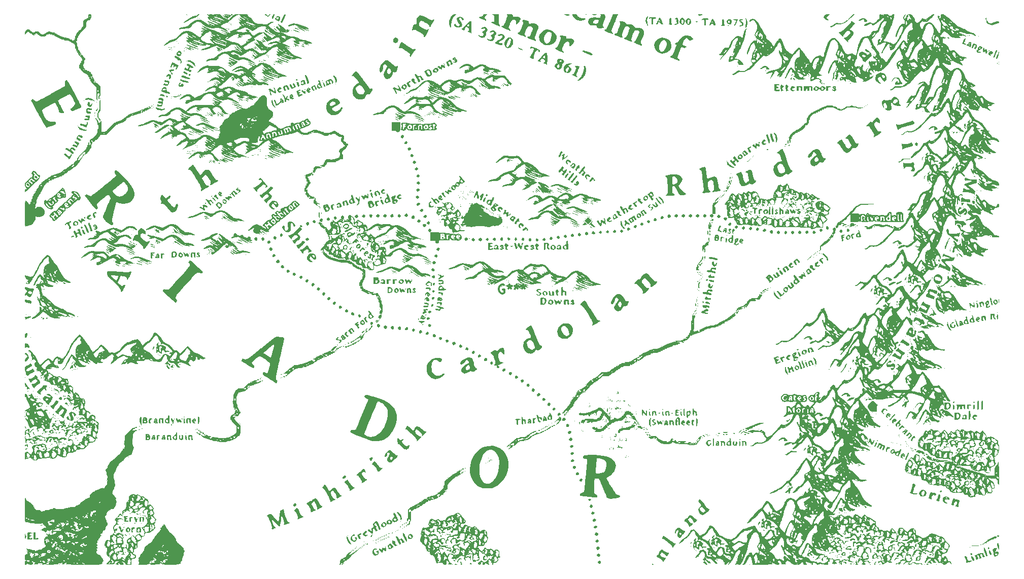
<source format=gto>
G04 #@! TF.GenerationSoftware,KiCad,Pcbnew,7.0.2-0*
G04 #@! TF.CreationDate,2023-06-25T18:16:22+02:00*
G04 #@! TF.ProjectId,plates,706c6174-6573-42e6-9b69-6361645f7063,0.6.0*
G04 #@! TF.SameCoordinates,Original*
G04 #@! TF.FileFunction,Legend,Top*
G04 #@! TF.FilePolarity,Positive*
%FSLAX46Y46*%
G04 Gerber Fmt 4.6, Leading zero omitted, Abs format (unit mm)*
G04 Created by KiCad (PCBNEW 7.0.2-0) date 2023-06-25 18:16:22*
%MOMM*%
%LPD*%
G01*
G04 APERTURE LIST*
%ADD10C,0.150000*%
%ADD11C,0.300000*%
G04 APERTURE END LIST*
D10*
D11*
X103628572Y-103215357D02*
X103485715Y-103143928D01*
X103485715Y-103143928D02*
X103271429Y-103143928D01*
X103271429Y-103143928D02*
X103057143Y-103215357D01*
X103057143Y-103215357D02*
X102914286Y-103358214D01*
X102914286Y-103358214D02*
X102842857Y-103501071D01*
X102842857Y-103501071D02*
X102771429Y-103786785D01*
X102771429Y-103786785D02*
X102771429Y-104001071D01*
X102771429Y-104001071D02*
X102842857Y-104286785D01*
X102842857Y-104286785D02*
X102914286Y-104429642D01*
X102914286Y-104429642D02*
X103057143Y-104572500D01*
X103057143Y-104572500D02*
X103271429Y-104643928D01*
X103271429Y-104643928D02*
X103414286Y-104643928D01*
X103414286Y-104643928D02*
X103628572Y-104572500D01*
X103628572Y-104572500D02*
X103700000Y-104501071D01*
X103700000Y-104501071D02*
X103700000Y-104001071D01*
X103700000Y-104001071D02*
X103414286Y-104001071D01*
X104557143Y-103143928D02*
X104557143Y-103501071D01*
X104200000Y-103358214D02*
X104557143Y-103501071D01*
X104557143Y-103501071D02*
X104914286Y-103358214D01*
X104342857Y-103786785D02*
X104557143Y-103501071D01*
X104557143Y-103501071D02*
X104771429Y-103786785D01*
X105700000Y-103143928D02*
X105700000Y-103501071D01*
X105342857Y-103358214D02*
X105700000Y-103501071D01*
X105700000Y-103501071D02*
X106057143Y-103358214D01*
X105485714Y-103786785D02*
X105700000Y-103501071D01*
X105700000Y-103501071D02*
X105914286Y-103786785D01*
X106842857Y-103143928D02*
X106842857Y-103501071D01*
X106485714Y-103358214D02*
X106842857Y-103501071D01*
X106842857Y-103501071D02*
X107200000Y-103358214D01*
X106628571Y-103786785D02*
X106842857Y-103501071D01*
X106842857Y-103501071D02*
X107057143Y-103786785D01*
D10*
G36*
X23754666Y-118639666D02*
G01*
X23712333Y-118682000D01*
X23670000Y-118639666D01*
X23712333Y-118597333D01*
X23754666Y-118639666D01*
G37*
G36*
X23924000Y-108141000D02*
G01*
X23881666Y-108183333D01*
X23839333Y-108141000D01*
X23881666Y-108098666D01*
X23924000Y-108141000D01*
G37*
G36*
X24432000Y-114491000D02*
G01*
X24389666Y-114533333D01*
X24347333Y-114491000D01*
X24389666Y-114448666D01*
X24432000Y-114491000D01*
G37*
G36*
X24686000Y-111951000D02*
G01*
X24643666Y-111993333D01*
X24601333Y-111951000D01*
X24643666Y-111908666D01*
X24686000Y-111951000D01*
G37*
G36*
X24770666Y-115845666D02*
G01*
X24728333Y-115888000D01*
X24686000Y-115845666D01*
X24728333Y-115803333D01*
X24770666Y-115845666D01*
G37*
G36*
X24855333Y-125921000D02*
G01*
X24813000Y-125963333D01*
X24770666Y-125921000D01*
X24813000Y-125878666D01*
X24855333Y-125921000D01*
G37*
G36*
X25109333Y-126259666D02*
G01*
X25067000Y-126302000D01*
X25024666Y-126259666D01*
X25067000Y-126217333D01*
X25109333Y-126259666D01*
G37*
G36*
X25109333Y-148357666D02*
G01*
X25067000Y-148400000D01*
X25024666Y-148357666D01*
X25067000Y-148315333D01*
X25109333Y-148357666D01*
G37*
G36*
X25278666Y-140314333D02*
G01*
X25236333Y-140356666D01*
X25194000Y-140314333D01*
X25236333Y-140272000D01*
X25278666Y-140314333D01*
G37*
G36*
X25363333Y-87651666D02*
G01*
X25321000Y-87694000D01*
X25278666Y-87651666D01*
X25321000Y-87609333D01*
X25363333Y-87651666D01*
G37*
G36*
X25448000Y-121772333D02*
G01*
X25405666Y-121814666D01*
X25363333Y-121772333D01*
X25405666Y-121730000D01*
X25448000Y-121772333D01*
G37*
G36*
X25448000Y-128376333D02*
G01*
X25405666Y-128418666D01*
X25363333Y-128376333D01*
X25405666Y-128334000D01*
X25448000Y-128376333D01*
G37*
G36*
X25532666Y-122111000D02*
G01*
X25490333Y-122153333D01*
X25448000Y-122111000D01*
X25490333Y-122068666D01*
X25532666Y-122111000D01*
G37*
G36*
X25702000Y-107887000D02*
G01*
X25659666Y-107929333D01*
X25617333Y-107887000D01*
X25659666Y-107844666D01*
X25702000Y-107887000D01*
G37*
G36*
X25786666Y-121857000D02*
G01*
X25744333Y-121899333D01*
X25702000Y-121857000D01*
X25744333Y-121814666D01*
X25786666Y-121857000D01*
G37*
G36*
X26125333Y-122195666D02*
G01*
X26083000Y-122238000D01*
X26040666Y-122195666D01*
X26083000Y-122153333D01*
X26125333Y-122195666D01*
G37*
G36*
X26379333Y-144124333D02*
G01*
X26337000Y-144166666D01*
X26294666Y-144124333D01*
X26337000Y-144082000D01*
X26379333Y-144124333D01*
G37*
G36*
X26379333Y-149881666D02*
G01*
X26337000Y-149924000D01*
X26294666Y-149881666D01*
X26337000Y-149839333D01*
X26379333Y-149881666D01*
G37*
G36*
X26633333Y-102722333D02*
G01*
X26591000Y-102764666D01*
X26548666Y-102722333D01*
X26591000Y-102680000D01*
X26633333Y-102722333D01*
G37*
G36*
X26718000Y-103907666D02*
G01*
X26675666Y-103950000D01*
X26633333Y-103907666D01*
X26675666Y-103865333D01*
X26718000Y-103907666D01*
G37*
G36*
X26802666Y-127868333D02*
G01*
X26760333Y-127910666D01*
X26718000Y-127868333D01*
X26760333Y-127826000D01*
X26802666Y-127868333D01*
G37*
G36*
X26972000Y-148273000D02*
G01*
X26929666Y-148315333D01*
X26887333Y-148273000D01*
X26929666Y-148230666D01*
X26972000Y-148273000D01*
G37*
G36*
X27056666Y-128037666D02*
G01*
X27014333Y-128080000D01*
X26972000Y-128037666D01*
X27014333Y-127995333D01*
X27056666Y-128037666D01*
G37*
G36*
X27734000Y-144632333D02*
G01*
X27691666Y-144674666D01*
X27649333Y-144632333D01*
X27691666Y-144590000D01*
X27734000Y-144632333D01*
G37*
G36*
X27818666Y-120333000D02*
G01*
X27776333Y-120375333D01*
X27734000Y-120333000D01*
X27776333Y-120290666D01*
X27818666Y-120333000D01*
G37*
G36*
X27818666Y-124566333D02*
G01*
X27776333Y-124608666D01*
X27734000Y-124566333D01*
X27776333Y-124524000D01*
X27818666Y-124566333D01*
G37*
G36*
X27818666Y-144378333D02*
G01*
X27776333Y-144420666D01*
X27734000Y-144378333D01*
X27776333Y-144336000D01*
X27818666Y-144378333D01*
G37*
G36*
X27903333Y-144632333D02*
G01*
X27861000Y-144674666D01*
X27818666Y-144632333D01*
X27861000Y-144590000D01*
X27903333Y-144632333D01*
G37*
G36*
X27988000Y-129985000D02*
G01*
X27945666Y-130027333D01*
X27903333Y-129985000D01*
X27945666Y-129942666D01*
X27988000Y-129985000D01*
G37*
G36*
X28157333Y-120417666D02*
G01*
X28115000Y-120460000D01*
X28072666Y-120417666D01*
X28115000Y-120375333D01*
X28157333Y-120417666D01*
G37*
G36*
X28326666Y-142515666D02*
G01*
X28284333Y-142558000D01*
X28242000Y-142515666D01*
X28284333Y-142473333D01*
X28326666Y-142515666D01*
G37*
G36*
X28326666Y-148781000D02*
G01*
X28284333Y-148823333D01*
X28242000Y-148781000D01*
X28284333Y-148738666D01*
X28326666Y-148781000D01*
G37*
G36*
X28580666Y-120841000D02*
G01*
X28538333Y-120883333D01*
X28496000Y-120841000D01*
X28538333Y-120798666D01*
X28580666Y-120841000D01*
G37*
G36*
X28834666Y-125074333D02*
G01*
X28792333Y-125116666D01*
X28750000Y-125074333D01*
X28792333Y-125032000D01*
X28834666Y-125074333D01*
G37*
G36*
X28834666Y-125497666D02*
G01*
X28792333Y-125540000D01*
X28750000Y-125497666D01*
X28792333Y-125455333D01*
X28834666Y-125497666D01*
G37*
G36*
X29088666Y-148527000D02*
G01*
X29046333Y-148569333D01*
X29004000Y-148527000D01*
X29046333Y-148484666D01*
X29088666Y-148527000D01*
G37*
G36*
X29173333Y-125836333D02*
G01*
X29131000Y-125878666D01*
X29088666Y-125836333D01*
X29131000Y-125794000D01*
X29173333Y-125836333D01*
G37*
G36*
X29258000Y-125497666D02*
G01*
X29215666Y-125540000D01*
X29173333Y-125497666D01*
X29215666Y-125455333D01*
X29258000Y-125497666D01*
G37*
G36*
X29258000Y-126429000D02*
G01*
X29215666Y-126471333D01*
X29173333Y-126429000D01*
X29215666Y-126386666D01*
X29258000Y-126429000D01*
G37*
G36*
X29512000Y-143193000D02*
G01*
X29469666Y-143235333D01*
X29427333Y-143193000D01*
X29469666Y-143150666D01*
X29512000Y-143193000D01*
G37*
G36*
X29512000Y-149881666D02*
G01*
X29469666Y-149924000D01*
X29427333Y-149881666D01*
X29469666Y-149839333D01*
X29512000Y-149881666D01*
G37*
G36*
X29935333Y-129900333D02*
G01*
X29893000Y-129942666D01*
X29850666Y-129900333D01*
X29893000Y-129858000D01*
X29935333Y-129900333D01*
G37*
G36*
X30104666Y-143108333D02*
G01*
X30062333Y-143150666D01*
X30020000Y-143108333D01*
X30062333Y-143066000D01*
X30104666Y-143108333D01*
G37*
G36*
X30612666Y-126344333D02*
G01*
X30570333Y-126386666D01*
X30528000Y-126344333D01*
X30570333Y-126302000D01*
X30612666Y-126344333D01*
G37*
G36*
X30697333Y-129477000D02*
G01*
X30655000Y-129519333D01*
X30612666Y-129477000D01*
X30655000Y-129434666D01*
X30697333Y-129477000D01*
G37*
G36*
X30866666Y-129731000D02*
G01*
X30824333Y-129773333D01*
X30782000Y-129731000D01*
X30824333Y-129688666D01*
X30866666Y-129731000D01*
G37*
G36*
X31628666Y-117454333D02*
G01*
X31586333Y-117496666D01*
X31544000Y-117454333D01*
X31586333Y-117412000D01*
X31628666Y-117454333D01*
G37*
G36*
X31882666Y-117285000D02*
G01*
X31840333Y-117327333D01*
X31798000Y-117285000D01*
X31840333Y-117242666D01*
X31882666Y-117285000D01*
G37*
G36*
X31967333Y-62082333D02*
G01*
X31925000Y-62124666D01*
X31882666Y-62082333D01*
X31925000Y-62040000D01*
X31967333Y-62082333D01*
G37*
G36*
X32052000Y-117285000D02*
G01*
X32009666Y-117327333D01*
X31967333Y-117285000D01*
X32009666Y-117242666D01*
X32052000Y-117285000D01*
G37*
G36*
X32221333Y-117285000D02*
G01*
X32179000Y-117327333D01*
X32136666Y-117285000D01*
X32179000Y-117242666D01*
X32221333Y-117285000D01*
G37*
G36*
X32306000Y-64199000D02*
G01*
X32263666Y-64241333D01*
X32221333Y-64199000D01*
X32263666Y-64156666D01*
X32306000Y-64199000D01*
G37*
G36*
X32306000Y-124143000D02*
G01*
X32263666Y-124185333D01*
X32221333Y-124143000D01*
X32263666Y-124100666D01*
X32306000Y-124143000D01*
G37*
G36*
X32390666Y-125328333D02*
G01*
X32348333Y-125370666D01*
X32306000Y-125328333D01*
X32348333Y-125286000D01*
X32390666Y-125328333D01*
G37*
G36*
X32475333Y-117200333D02*
G01*
X32433000Y-117242666D01*
X32390666Y-117200333D01*
X32433000Y-117158000D01*
X32475333Y-117200333D01*
G37*
G36*
X32560000Y-76645000D02*
G01*
X32517666Y-76687333D01*
X32475333Y-76645000D01*
X32517666Y-76602666D01*
X32560000Y-76645000D01*
G37*
G36*
X32560000Y-143616333D02*
G01*
X32517666Y-143658666D01*
X32475333Y-143616333D01*
X32517666Y-143574000D01*
X32560000Y-143616333D01*
G37*
G36*
X32644666Y-125328333D02*
G01*
X32602333Y-125370666D01*
X32560000Y-125328333D01*
X32602333Y-125286000D01*
X32644666Y-125328333D01*
G37*
G36*
X33576000Y-72411666D02*
G01*
X33533666Y-72454000D01*
X33491333Y-72411666D01*
X33533666Y-72369333D01*
X33576000Y-72411666D01*
G37*
G36*
X33576000Y-124481666D02*
G01*
X33533666Y-124524000D01*
X33491333Y-124481666D01*
X33533666Y-124439333D01*
X33576000Y-124481666D01*
G37*
G36*
X35354000Y-74951666D02*
G01*
X35311666Y-74994000D01*
X35269333Y-74951666D01*
X35311666Y-74909333D01*
X35354000Y-74951666D01*
G37*
G36*
X35692666Y-72665666D02*
G01*
X35650333Y-72708000D01*
X35608000Y-72665666D01*
X35650333Y-72623333D01*
X35692666Y-72665666D01*
G37*
G36*
X35862000Y-73681666D02*
G01*
X35819666Y-73724000D01*
X35777333Y-73681666D01*
X35819666Y-73639333D01*
X35862000Y-73681666D01*
G37*
G36*
X36285333Y-72073000D02*
G01*
X36243000Y-72115333D01*
X36200666Y-72073000D01*
X36243000Y-72030666D01*
X36285333Y-72073000D01*
G37*
G36*
X36624000Y-149712333D02*
G01*
X36581666Y-149754666D01*
X36539333Y-149712333D01*
X36581666Y-149670000D01*
X36624000Y-149712333D01*
G37*
G36*
X37386000Y-135827000D02*
G01*
X37343666Y-135869333D01*
X37301333Y-135827000D01*
X37343666Y-135784666D01*
X37386000Y-135827000D01*
G37*
G36*
X37809333Y-140907000D02*
G01*
X37767000Y-140949333D01*
X37724666Y-140907000D01*
X37767000Y-140864666D01*
X37809333Y-140907000D01*
G37*
G36*
X37894000Y-148103666D02*
G01*
X37851666Y-148146000D01*
X37809333Y-148103666D01*
X37851666Y-148061333D01*
X37894000Y-148103666D01*
G37*
G36*
X38486666Y-148611666D02*
G01*
X38444333Y-148654000D01*
X38402000Y-148611666D01*
X38444333Y-148569333D01*
X38486666Y-148611666D01*
G37*
G36*
X38571333Y-99166333D02*
G01*
X38529000Y-99208666D01*
X38486666Y-99166333D01*
X38529000Y-99124000D01*
X38571333Y-99166333D01*
G37*
G36*
X38656000Y-145394333D02*
G01*
X38613666Y-145436666D01*
X38571333Y-145394333D01*
X38613666Y-145352000D01*
X38656000Y-145394333D01*
G37*
G36*
X40010666Y-143193000D02*
G01*
X39968333Y-143235333D01*
X39926000Y-143193000D01*
X39968333Y-143150666D01*
X40010666Y-143193000D01*
G37*
G36*
X40264666Y-143023666D02*
G01*
X40222333Y-143066000D01*
X40180000Y-143023666D01*
X40222333Y-142981333D01*
X40264666Y-143023666D01*
G37*
G36*
X41026666Y-131932333D02*
G01*
X40984333Y-131974666D01*
X40942000Y-131932333D01*
X40984333Y-131890000D01*
X41026666Y-131932333D01*
G37*
G36*
X41111333Y-144717000D02*
G01*
X41069000Y-144759333D01*
X41026666Y-144717000D01*
X41069000Y-144674666D01*
X41111333Y-144717000D01*
G37*
G36*
X41196000Y-116184333D02*
G01*
X41153666Y-116226666D01*
X41111333Y-116184333D01*
X41153666Y-116142000D01*
X41196000Y-116184333D01*
G37*
G36*
X41365333Y-99928333D02*
G01*
X41323000Y-99970666D01*
X41280666Y-99928333D01*
X41323000Y-99886000D01*
X41365333Y-99928333D01*
G37*
G36*
X41534666Y-94763666D02*
G01*
X41492333Y-94806000D01*
X41450000Y-94763666D01*
X41492333Y-94721333D01*
X41534666Y-94763666D01*
G37*
G36*
X41619333Y-98150333D02*
G01*
X41577000Y-98192666D01*
X41534666Y-98150333D01*
X41577000Y-98108000D01*
X41619333Y-98150333D01*
G37*
G36*
X41704000Y-128884333D02*
G01*
X41661666Y-128926666D01*
X41619333Y-128884333D01*
X41661666Y-128842000D01*
X41704000Y-128884333D01*
G37*
G36*
X41788666Y-94001666D02*
G01*
X41746333Y-94044000D01*
X41704000Y-94001666D01*
X41746333Y-93959333D01*
X41788666Y-94001666D01*
G37*
G36*
X41958000Y-99589666D02*
G01*
X41915666Y-99632000D01*
X41873333Y-99589666D01*
X41915666Y-99547333D01*
X41958000Y-99589666D01*
G37*
G36*
X43058666Y-141669000D02*
G01*
X43016333Y-141711333D01*
X42974000Y-141669000D01*
X43016333Y-141626666D01*
X43058666Y-141669000D01*
G37*
G36*
X43143333Y-143023666D02*
G01*
X43101000Y-143066000D01*
X43058666Y-143023666D01*
X43101000Y-142981333D01*
X43143333Y-143023666D01*
G37*
G36*
X44921333Y-73681666D02*
G01*
X44879000Y-73724000D01*
X44836666Y-73681666D01*
X44879000Y-73639333D01*
X44921333Y-73681666D01*
G37*
G36*
X45175333Y-73089000D02*
G01*
X45133000Y-73131333D01*
X45090666Y-73089000D01*
X45133000Y-73046666D01*
X45175333Y-73089000D01*
G37*
G36*
X45175333Y-73512333D02*
G01*
X45133000Y-73554666D01*
X45090666Y-73512333D01*
X45133000Y-73470000D01*
X45175333Y-73512333D01*
G37*
G36*
X45344666Y-93832333D02*
G01*
X45302333Y-93874666D01*
X45260000Y-93832333D01*
X45302333Y-93790000D01*
X45344666Y-93832333D01*
G37*
G36*
X45514000Y-94679000D02*
G01*
X45471666Y-94721333D01*
X45429333Y-94679000D01*
X45471666Y-94636666D01*
X45514000Y-94679000D01*
G37*
G36*
X45514000Y-96118333D02*
G01*
X45471666Y-96160666D01*
X45429333Y-96118333D01*
X45471666Y-96076000D01*
X45514000Y-96118333D01*
G37*
G36*
X46106666Y-114914333D02*
G01*
X46064333Y-114956666D01*
X46022000Y-114914333D01*
X46064333Y-114872000D01*
X46106666Y-114914333D01*
G37*
G36*
X46276000Y-114999000D02*
G01*
X46233666Y-115041333D01*
X46191333Y-114999000D01*
X46233666Y-114956666D01*
X46276000Y-114999000D01*
G37*
G36*
X48138666Y-71988333D02*
G01*
X48096333Y-72030666D01*
X48054000Y-71988333D01*
X48096333Y-71946000D01*
X48138666Y-71988333D01*
G37*
G36*
X48223333Y-63945000D02*
G01*
X48181000Y-63987333D01*
X48138666Y-63945000D01*
X48181000Y-63902666D01*
X48223333Y-63945000D01*
G37*
G36*
X48223333Y-71734333D02*
G01*
X48181000Y-71776666D01*
X48138666Y-71734333D01*
X48181000Y-71692000D01*
X48223333Y-71734333D01*
G37*
G36*
X48308000Y-76475666D02*
G01*
X48265666Y-76518000D01*
X48223333Y-76475666D01*
X48265666Y-76433333D01*
X48308000Y-76475666D01*
G37*
G36*
X48477333Y-96203000D02*
G01*
X48435000Y-96245333D01*
X48392666Y-96203000D01*
X48435000Y-96160666D01*
X48477333Y-96203000D01*
G37*
G36*
X48562000Y-63437000D02*
G01*
X48519666Y-63479333D01*
X48477333Y-63437000D01*
X48519666Y-63394666D01*
X48562000Y-63437000D01*
G37*
G36*
X48646666Y-116692333D02*
G01*
X48604333Y-116734666D01*
X48562000Y-116692333D01*
X48604333Y-116650000D01*
X48646666Y-116692333D01*
G37*
G36*
X48731333Y-63437000D02*
G01*
X48689000Y-63479333D01*
X48646666Y-63437000D01*
X48689000Y-63394666D01*
X48731333Y-63437000D01*
G37*
G36*
X49070000Y-62505666D02*
G01*
X49027666Y-62548000D01*
X48985333Y-62505666D01*
X49027666Y-62463333D01*
X49070000Y-62505666D01*
G37*
G36*
X49324000Y-62844333D02*
G01*
X49281666Y-62886666D01*
X49239333Y-62844333D01*
X49281666Y-62802000D01*
X49324000Y-62844333D01*
G37*
G36*
X49408666Y-71395666D02*
G01*
X49366333Y-71438000D01*
X49324000Y-71395666D01*
X49366333Y-71353333D01*
X49408666Y-71395666D01*
G37*
G36*
X49832000Y-96626333D02*
G01*
X49789666Y-96668666D01*
X49747333Y-96626333D01*
X49789666Y-96584000D01*
X49832000Y-96626333D01*
G37*
G36*
X50001333Y-96711000D02*
G01*
X49959000Y-96753333D01*
X49916666Y-96711000D01*
X49959000Y-96668666D01*
X50001333Y-96711000D01*
G37*
G36*
X50340000Y-63691000D02*
G01*
X50297666Y-63733333D01*
X50255333Y-63691000D01*
X50297666Y-63648666D01*
X50340000Y-63691000D01*
G37*
G36*
X50678666Y-63860333D02*
G01*
X50636333Y-63902666D01*
X50594000Y-63860333D01*
X50636333Y-63818000D01*
X50678666Y-63860333D01*
G37*
G36*
X50678666Y-65807666D02*
G01*
X50636333Y-65850000D01*
X50594000Y-65807666D01*
X50636333Y-65765333D01*
X50678666Y-65807666D01*
G37*
G36*
X51948666Y-80793666D02*
G01*
X51906333Y-80836000D01*
X51864000Y-80793666D01*
X51906333Y-80751333D01*
X51948666Y-80793666D01*
G37*
G36*
X52118000Y-80878333D02*
G01*
X52075666Y-80920666D01*
X52033333Y-80878333D01*
X52075666Y-80836000D01*
X52118000Y-80878333D01*
G37*
G36*
X52202666Y-79862333D02*
G01*
X52160333Y-79904666D01*
X52118000Y-79862333D01*
X52160333Y-79820000D01*
X52202666Y-79862333D01*
G37*
G36*
X52202666Y-127360333D02*
G01*
X52160333Y-127402666D01*
X52118000Y-127360333D01*
X52160333Y-127318000D01*
X52202666Y-127360333D01*
G37*
G36*
X52456666Y-79947000D02*
G01*
X52414333Y-79989333D01*
X52372000Y-79947000D01*
X52414333Y-79904666D01*
X52456666Y-79947000D01*
G37*
G36*
X52456666Y-80201000D02*
G01*
X52414333Y-80243333D01*
X52372000Y-80201000D01*
X52414333Y-80158666D01*
X52456666Y-80201000D01*
G37*
G36*
X52541333Y-58611000D02*
G01*
X52499000Y-58653333D01*
X52456666Y-58611000D01*
X52499000Y-58568666D01*
X52541333Y-58611000D01*
G37*
G36*
X52795333Y-58695666D02*
G01*
X52753000Y-58738000D01*
X52710666Y-58695666D01*
X52753000Y-58653333D01*
X52795333Y-58695666D01*
G37*
G36*
X53896000Y-128122333D02*
G01*
X53853666Y-128164666D01*
X53811333Y-128122333D01*
X53853666Y-128080000D01*
X53896000Y-128122333D01*
G37*
G36*
X54150000Y-98065666D02*
G01*
X54107666Y-98108000D01*
X54065333Y-98065666D01*
X54107666Y-98023333D01*
X54150000Y-98065666D01*
G37*
G36*
X54234666Y-67501000D02*
G01*
X54192333Y-67543333D01*
X54150000Y-67501000D01*
X54192333Y-67458666D01*
X54234666Y-67501000D01*
G37*
G36*
X55589333Y-128630333D02*
G01*
X55547000Y-128672666D01*
X55504666Y-128630333D01*
X55547000Y-128588000D01*
X55589333Y-128630333D01*
G37*
G36*
X55843333Y-95441000D02*
G01*
X55801000Y-95483333D01*
X55758666Y-95441000D01*
X55801000Y-95398666D01*
X55843333Y-95441000D01*
G37*
G36*
X56012666Y-78338333D02*
G01*
X55970333Y-78380666D01*
X55928000Y-78338333D01*
X55970333Y-78296000D01*
X56012666Y-78338333D01*
G37*
G36*
X56436000Y-75036333D02*
G01*
X56393666Y-75078666D01*
X56351333Y-75036333D01*
X56393666Y-74994000D01*
X56436000Y-75036333D01*
G37*
G36*
X56436000Y-82571666D02*
G01*
X56393666Y-82614000D01*
X56351333Y-82571666D01*
X56393666Y-82529333D01*
X56436000Y-82571666D01*
G37*
G36*
X56690000Y-91546333D02*
G01*
X56647666Y-91588666D01*
X56605333Y-91546333D01*
X56647666Y-91504000D01*
X56690000Y-91546333D01*
G37*
G36*
X57282666Y-60389000D02*
G01*
X57240333Y-60431333D01*
X57198000Y-60389000D01*
X57240333Y-60346666D01*
X57282666Y-60389000D01*
G37*
G36*
X57452000Y-60389000D02*
G01*
X57409666Y-60431333D01*
X57367333Y-60389000D01*
X57409666Y-60346666D01*
X57452000Y-60389000D01*
G37*
G36*
X57452000Y-92477666D02*
G01*
X57409666Y-92520000D01*
X57367333Y-92477666D01*
X57409666Y-92435333D01*
X57452000Y-92477666D01*
G37*
G36*
X57790666Y-70803000D02*
G01*
X57748333Y-70845333D01*
X57706000Y-70803000D01*
X57748333Y-70760666D01*
X57790666Y-70803000D01*
G37*
G36*
X58637333Y-96287666D02*
G01*
X58595000Y-96330000D01*
X58552666Y-96287666D01*
X58595000Y-96245333D01*
X58637333Y-96287666D01*
G37*
G36*
X58722000Y-96118333D02*
G01*
X58679666Y-96160666D01*
X58637333Y-96118333D01*
X58679666Y-96076000D01*
X58722000Y-96118333D01*
G37*
G36*
X59314666Y-126937000D02*
G01*
X59272333Y-126979333D01*
X59230000Y-126937000D01*
X59272333Y-126894666D01*
X59314666Y-126937000D01*
G37*
G36*
X59484000Y-126259666D02*
G01*
X59441666Y-126302000D01*
X59399333Y-126259666D01*
X59441666Y-126217333D01*
X59484000Y-126259666D01*
G37*
G36*
X59653333Y-126429000D02*
G01*
X59611000Y-126471333D01*
X59568666Y-126429000D01*
X59611000Y-126386666D01*
X59653333Y-126429000D01*
G37*
G36*
X60330666Y-72327000D02*
G01*
X60288333Y-72369333D01*
X60246000Y-72327000D01*
X60288333Y-72284666D01*
X60330666Y-72327000D01*
G37*
G36*
X60500000Y-79947000D02*
G01*
X60457666Y-79989333D01*
X60415333Y-79947000D01*
X60457666Y-79904666D01*
X60500000Y-79947000D01*
G37*
G36*
X60584666Y-73766333D02*
G01*
X60542333Y-73808666D01*
X60500000Y-73766333D01*
X60542333Y-73724000D01*
X60584666Y-73766333D01*
G37*
G36*
X60584666Y-80878333D02*
G01*
X60542333Y-80920666D01*
X60500000Y-80878333D01*
X60542333Y-80836000D01*
X60584666Y-80878333D01*
G37*
G36*
X60584666Y-98150333D02*
G01*
X60542333Y-98192666D01*
X60500000Y-98150333D01*
X60542333Y-98108000D01*
X60584666Y-98150333D01*
G37*
G36*
X61431333Y-119317000D02*
G01*
X61389000Y-119359333D01*
X61346666Y-119317000D01*
X61389000Y-119274666D01*
X61431333Y-119317000D01*
G37*
G36*
X61600666Y-70125666D02*
G01*
X61558333Y-70168000D01*
X61516000Y-70125666D01*
X61558333Y-70083333D01*
X61600666Y-70125666D01*
G37*
G36*
X61685333Y-64622333D02*
G01*
X61643000Y-64664666D01*
X61600666Y-64622333D01*
X61643000Y-64580000D01*
X61685333Y-64622333D01*
G37*
G36*
X62108666Y-81386333D02*
G01*
X62066333Y-81428666D01*
X62024000Y-81386333D01*
X62066333Y-81344000D01*
X62108666Y-81386333D01*
G37*
G36*
X62701333Y-78592333D02*
G01*
X62659000Y-78634666D01*
X62616666Y-78592333D01*
X62659000Y-78550000D01*
X62701333Y-78592333D01*
G37*
G36*
X62701333Y-80539666D02*
G01*
X62659000Y-80582000D01*
X62616666Y-80539666D01*
X62659000Y-80497333D01*
X62701333Y-80539666D01*
G37*
G36*
X63124666Y-118639666D02*
G01*
X63082333Y-118682000D01*
X63040000Y-118639666D01*
X63082333Y-118597333D01*
X63124666Y-118639666D01*
G37*
G36*
X63294000Y-61574333D02*
G01*
X63251666Y-61616666D01*
X63209333Y-61574333D01*
X63251666Y-61532000D01*
X63294000Y-61574333D01*
G37*
G36*
X63294000Y-69194333D02*
G01*
X63251666Y-69236666D01*
X63209333Y-69194333D01*
X63251666Y-69152000D01*
X63294000Y-69194333D01*
G37*
G36*
X63548000Y-65977000D02*
G01*
X63505666Y-66019333D01*
X63463333Y-65977000D01*
X63505666Y-65934666D01*
X63548000Y-65977000D01*
G37*
G36*
X63886666Y-77237666D02*
G01*
X63844333Y-77280000D01*
X63802000Y-77237666D01*
X63844333Y-77195333D01*
X63886666Y-77237666D01*
G37*
G36*
X63971333Y-94679000D02*
G01*
X63929000Y-94721333D01*
X63886666Y-94679000D01*
X63929000Y-94636666D01*
X63971333Y-94679000D01*
G37*
G36*
X64225333Y-64961000D02*
G01*
X64183000Y-65003333D01*
X64140666Y-64961000D01*
X64183000Y-64918666D01*
X64225333Y-64961000D01*
G37*
G36*
X64225333Y-69363666D02*
G01*
X64183000Y-69406000D01*
X64140666Y-69363666D01*
X64183000Y-69321333D01*
X64225333Y-69363666D01*
G37*
G36*
X64394666Y-64876333D02*
G01*
X64352333Y-64918666D01*
X64310000Y-64876333D01*
X64352333Y-64834000D01*
X64394666Y-64876333D01*
G37*
G36*
X64479333Y-61405000D02*
G01*
X64437000Y-61447333D01*
X64394666Y-61405000D01*
X64437000Y-61362666D01*
X64479333Y-61405000D01*
G37*
G36*
X64648666Y-81979000D02*
G01*
X64606333Y-82021333D01*
X64564000Y-81979000D01*
X64606333Y-81936666D01*
X64648666Y-81979000D01*
G37*
G36*
X65072000Y-75205666D02*
G01*
X65029666Y-75248000D01*
X64987333Y-75205666D01*
X65029666Y-75163333D01*
X65072000Y-75205666D01*
G37*
G36*
X65326000Y-60050333D02*
G01*
X65283666Y-60092666D01*
X65241333Y-60050333D01*
X65283666Y-60008000D01*
X65326000Y-60050333D01*
G37*
G36*
X65326000Y-65977000D02*
G01*
X65283666Y-66019333D01*
X65241333Y-65977000D01*
X65283666Y-65934666D01*
X65326000Y-65977000D01*
G37*
G36*
X65410666Y-68855666D02*
G01*
X65368333Y-68898000D01*
X65326000Y-68855666D01*
X65368333Y-68813333D01*
X65410666Y-68855666D01*
G37*
G36*
X65495333Y-66061666D02*
G01*
X65453000Y-66104000D01*
X65410666Y-66061666D01*
X65453000Y-66019333D01*
X65495333Y-66061666D01*
G37*
G36*
X65918666Y-66231000D02*
G01*
X65876333Y-66273333D01*
X65834000Y-66231000D01*
X65876333Y-66188666D01*
X65918666Y-66231000D01*
G37*
G36*
X66003333Y-59965666D02*
G01*
X65961000Y-60008000D01*
X65918666Y-59965666D01*
X65961000Y-59923333D01*
X66003333Y-59965666D01*
G37*
G36*
X66426666Y-118724333D02*
G01*
X66384333Y-118766666D01*
X66342000Y-118724333D01*
X66384333Y-118682000D01*
X66426666Y-118724333D01*
G37*
G36*
X68204666Y-60727666D02*
G01*
X68162333Y-60770000D01*
X68120000Y-60727666D01*
X68162333Y-60685333D01*
X68204666Y-60727666D01*
G37*
G36*
X68374000Y-117285000D02*
G01*
X68331666Y-117327333D01*
X68289333Y-117285000D01*
X68331666Y-117242666D01*
X68374000Y-117285000D01*
G37*
G36*
X68458666Y-62421000D02*
G01*
X68416333Y-62463333D01*
X68374000Y-62421000D01*
X68416333Y-62378666D01*
X68458666Y-62421000D01*
G37*
G36*
X68543333Y-63352333D02*
G01*
X68501000Y-63394666D01*
X68458666Y-63352333D01*
X68501000Y-63310000D01*
X68543333Y-63352333D01*
G37*
G36*
X69559333Y-60643000D02*
G01*
X69517000Y-60685333D01*
X69474666Y-60643000D01*
X69517000Y-60600666D01*
X69559333Y-60643000D01*
G37*
G36*
X69559333Y-77915000D02*
G01*
X69517000Y-77957333D01*
X69474666Y-77915000D01*
X69517000Y-77872666D01*
X69559333Y-77915000D01*
G37*
G36*
X70067333Y-78253666D02*
G01*
X70025000Y-78296000D01*
X69982666Y-78253666D01*
X70025000Y-78211333D01*
X70067333Y-78253666D01*
G37*
G36*
X70406000Y-84942333D02*
G01*
X70363666Y-84984666D01*
X70321333Y-84942333D01*
X70363666Y-84900000D01*
X70406000Y-84942333D01*
G37*
G36*
X71930000Y-115422333D02*
G01*
X71887666Y-115464666D01*
X71845333Y-115422333D01*
X71887666Y-115380000D01*
X71930000Y-115422333D01*
G37*
G36*
X72438000Y-115083666D02*
G01*
X72395666Y-115126000D01*
X72353333Y-115083666D01*
X72395666Y-115041333D01*
X72438000Y-115083666D01*
G37*
G36*
X72607333Y-92816333D02*
G01*
X72565000Y-92858666D01*
X72522666Y-92816333D01*
X72565000Y-92774000D01*
X72607333Y-92816333D01*
G37*
G36*
X72946000Y-83418333D02*
G01*
X72903666Y-83460666D01*
X72861333Y-83418333D01*
X72903666Y-83376000D01*
X72946000Y-83418333D01*
G37*
G36*
X73623333Y-96457000D02*
G01*
X73581000Y-96499333D01*
X73538666Y-96457000D01*
X73581000Y-96414666D01*
X73623333Y-96457000D01*
G37*
G36*
X73708000Y-115337666D02*
G01*
X73665666Y-115380000D01*
X73623333Y-115337666D01*
X73665666Y-115295333D01*
X73708000Y-115337666D01*
G37*
G36*
X75570666Y-69617666D02*
G01*
X75528333Y-69660000D01*
X75486000Y-69617666D01*
X75528333Y-69575333D01*
X75570666Y-69617666D01*
G37*
G36*
X75570666Y-114321666D02*
G01*
X75528333Y-114364000D01*
X75486000Y-114321666D01*
X75528333Y-114279333D01*
X75570666Y-114321666D01*
G37*
G36*
X75740000Y-114152333D02*
G01*
X75697666Y-114194666D01*
X75655333Y-114152333D01*
X75697666Y-114110000D01*
X75740000Y-114152333D01*
G37*
G36*
X76586666Y-93409000D02*
G01*
X76544333Y-93451333D01*
X76502000Y-93409000D01*
X76544333Y-93366666D01*
X76586666Y-93409000D01*
G37*
G36*
X76925333Y-96203000D02*
G01*
X76883000Y-96245333D01*
X76840666Y-96203000D01*
X76883000Y-96160666D01*
X76925333Y-96203000D01*
G37*
G36*
X76925333Y-149712333D02*
G01*
X76883000Y-149754666D01*
X76840666Y-149712333D01*
X76883000Y-149670000D01*
X76925333Y-149712333D01*
G37*
G36*
X77179333Y-113136333D02*
G01*
X77137000Y-113178666D01*
X77094666Y-113136333D01*
X77137000Y-113094000D01*
X77179333Y-113136333D01*
G37*
G36*
X77348666Y-95017666D02*
G01*
X77306333Y-95060000D01*
X77264000Y-95017666D01*
X77306333Y-94975333D01*
X77348666Y-95017666D01*
G37*
G36*
X77602666Y-145055666D02*
G01*
X77560333Y-145098000D01*
X77518000Y-145055666D01*
X77560333Y-145013333D01*
X77602666Y-145055666D01*
G37*
G36*
X78026000Y-96033666D02*
G01*
X77983666Y-96076000D01*
X77941333Y-96033666D01*
X77983666Y-95991333D01*
X78026000Y-96033666D01*
G37*
G36*
X78534000Y-96880333D02*
G01*
X78491666Y-96922666D01*
X78449333Y-96880333D01*
X78491666Y-96838000D01*
X78534000Y-96880333D01*
G37*
G36*
X78957333Y-147849666D02*
G01*
X78915000Y-147892000D01*
X78872666Y-147849666D01*
X78915000Y-147807333D01*
X78957333Y-147849666D01*
G37*
G36*
X79042000Y-146918333D02*
G01*
X78999666Y-146960666D01*
X78957333Y-146918333D01*
X78999666Y-146876000D01*
X79042000Y-146918333D01*
G37*
G36*
X79804000Y-147172333D02*
G01*
X79761666Y-147214666D01*
X79719333Y-147172333D01*
X79761666Y-147130000D01*
X79804000Y-147172333D01*
G37*
G36*
X79973333Y-146833666D02*
G01*
X79931000Y-146876000D01*
X79888666Y-146833666D01*
X79931000Y-146791333D01*
X79973333Y-146833666D01*
G37*
G36*
X79973333Y-147003000D02*
G01*
X79931000Y-147045333D01*
X79888666Y-147003000D01*
X79931000Y-146960666D01*
X79973333Y-147003000D01*
G37*
G36*
X80058000Y-101706333D02*
G01*
X80015666Y-101748666D01*
X79973333Y-101706333D01*
X80015666Y-101664000D01*
X80058000Y-101706333D01*
G37*
G36*
X80142666Y-146833666D02*
G01*
X80100333Y-146876000D01*
X80058000Y-146833666D01*
X80100333Y-146791333D01*
X80142666Y-146833666D01*
G37*
G36*
X80312000Y-146071666D02*
G01*
X80269666Y-146114000D01*
X80227333Y-146071666D01*
X80269666Y-146029333D01*
X80312000Y-146071666D01*
G37*
G36*
X80566000Y-146410333D02*
G01*
X80523666Y-146452666D01*
X80481333Y-146410333D01*
X80523666Y-146368000D01*
X80566000Y-146410333D01*
G37*
G36*
X81074000Y-99674333D02*
G01*
X81031666Y-99716666D01*
X80989333Y-99674333D01*
X81031666Y-99632000D01*
X81074000Y-99674333D01*
G37*
G36*
X81328000Y-99589666D02*
G01*
X81285666Y-99632000D01*
X81243333Y-99589666D01*
X81285666Y-99547333D01*
X81328000Y-99589666D01*
G37*
G36*
X81836000Y-145902333D02*
G01*
X81793666Y-145944666D01*
X81751333Y-145902333D01*
X81793666Y-145860000D01*
X81836000Y-145902333D01*
G37*
G36*
X82513333Y-96965000D02*
G01*
X82471000Y-97007333D01*
X82428666Y-96965000D01*
X82471000Y-96922666D01*
X82513333Y-96965000D01*
G37*
G36*
X82598000Y-93917000D02*
G01*
X82555666Y-93959333D01*
X82513333Y-93917000D01*
X82555666Y-93874666D01*
X82598000Y-93917000D01*
G37*
G36*
X82682666Y-95949000D02*
G01*
X82640333Y-95991333D01*
X82598000Y-95949000D01*
X82640333Y-95906666D01*
X82682666Y-95949000D01*
G37*
G36*
X82767333Y-145394333D02*
G01*
X82725000Y-145436666D01*
X82682666Y-145394333D01*
X82725000Y-145352000D01*
X82767333Y-145394333D01*
G37*
G36*
X82936666Y-107294333D02*
G01*
X82894333Y-107336666D01*
X82852000Y-107294333D01*
X82894333Y-107252000D01*
X82936666Y-107294333D01*
G37*
G36*
X83106000Y-145733000D02*
G01*
X83063666Y-145775333D01*
X83021333Y-145733000D01*
X83063666Y-145690666D01*
X83106000Y-145733000D01*
G37*
G36*
X83698666Y-99166333D02*
G01*
X83656333Y-99208666D01*
X83614000Y-99166333D01*
X83656333Y-99124000D01*
X83698666Y-99166333D01*
G37*
G36*
X84291333Y-95017666D02*
G01*
X84249000Y-95060000D01*
X84206666Y-95017666D01*
X84249000Y-94975333D01*
X84291333Y-95017666D01*
G37*
G36*
X84291333Y-95271666D02*
G01*
X84249000Y-95314000D01*
X84206666Y-95271666D01*
X84249000Y-95229333D01*
X84291333Y-95271666D01*
G37*
G36*
X84545333Y-145309666D02*
G01*
X84503000Y-145352000D01*
X84460666Y-145309666D01*
X84503000Y-145267333D01*
X84545333Y-145309666D01*
G37*
G36*
X84884000Y-100690333D02*
G01*
X84841666Y-100732666D01*
X84799333Y-100690333D01*
X84841666Y-100648000D01*
X84884000Y-100690333D01*
G37*
G36*
X85138000Y-101283000D02*
G01*
X85095666Y-101325333D01*
X85053333Y-101283000D01*
X85095666Y-101240666D01*
X85138000Y-101283000D01*
G37*
G36*
X85561333Y-144378333D02*
G01*
X85519000Y-144420666D01*
X85476666Y-144378333D01*
X85519000Y-144336000D01*
X85561333Y-144378333D01*
G37*
G36*
X85646000Y-101283000D02*
G01*
X85603666Y-101325333D01*
X85561333Y-101283000D01*
X85603666Y-101240666D01*
X85646000Y-101283000D01*
G37*
G36*
X85984666Y-144124333D02*
G01*
X85942333Y-144166666D01*
X85900000Y-144124333D01*
X85942333Y-144082000D01*
X85984666Y-144124333D01*
G37*
G36*
X86408000Y-142685000D02*
G01*
X86365666Y-142727333D01*
X86323333Y-142685000D01*
X86365666Y-142642666D01*
X86408000Y-142685000D01*
G37*
G36*
X87000666Y-71480333D02*
G01*
X86958333Y-71522666D01*
X86916000Y-71480333D01*
X86958333Y-71438000D01*
X87000666Y-71480333D01*
G37*
G36*
X87932000Y-101283000D02*
G01*
X87889666Y-101325333D01*
X87847333Y-101283000D01*
X87889666Y-101240666D01*
X87932000Y-101283000D01*
G37*
G36*
X88609333Y-71565000D02*
G01*
X88567000Y-71607333D01*
X88524666Y-71565000D01*
X88567000Y-71522666D01*
X88609333Y-71565000D01*
G37*
G36*
X88778666Y-97303666D02*
G01*
X88736333Y-97346000D01*
X88694000Y-97303666D01*
X88736333Y-97261333D01*
X88778666Y-97303666D01*
G37*
G36*
X89117333Y-71649666D02*
G01*
X89075000Y-71692000D01*
X89032666Y-71649666D01*
X89075000Y-71607333D01*
X89117333Y-71649666D01*
G37*
G36*
X89540666Y-70803000D02*
G01*
X89498333Y-70845333D01*
X89456000Y-70803000D01*
X89498333Y-70760666D01*
X89540666Y-70803000D01*
G37*
G36*
X90133333Y-95610333D02*
G01*
X90091000Y-95652666D01*
X90048666Y-95610333D01*
X90091000Y-95568000D01*
X90133333Y-95610333D01*
G37*
G36*
X90472000Y-74951666D02*
G01*
X90429666Y-74994000D01*
X90387333Y-74951666D01*
X90429666Y-74909333D01*
X90472000Y-74951666D01*
G37*
G36*
X91064666Y-99759000D02*
G01*
X91022333Y-99801333D01*
X90980000Y-99759000D01*
X91022333Y-99716666D01*
X91064666Y-99759000D01*
G37*
G36*
X92250000Y-74697666D02*
G01*
X92207666Y-74740000D01*
X92165333Y-74697666D01*
X92207666Y-74655333D01*
X92250000Y-74697666D01*
G37*
G36*
X92842666Y-74782333D02*
G01*
X92800333Y-74824666D01*
X92758000Y-74782333D01*
X92800333Y-74740000D01*
X92842666Y-74782333D01*
G37*
G36*
X92842666Y-92308333D02*
G01*
X92800333Y-92350666D01*
X92758000Y-92308333D01*
X92800333Y-92266000D01*
X92842666Y-92308333D01*
G37*
G36*
X93012000Y-71734333D02*
G01*
X92969666Y-71776666D01*
X92927333Y-71734333D01*
X92969666Y-71692000D01*
X93012000Y-71734333D01*
G37*
G36*
X93012000Y-74867000D02*
G01*
X92969666Y-74909333D01*
X92927333Y-74867000D01*
X92969666Y-74824666D01*
X93012000Y-74867000D01*
G37*
G36*
X93435333Y-75036333D02*
G01*
X93393000Y-75078666D01*
X93350666Y-75036333D01*
X93393000Y-74994000D01*
X93435333Y-75036333D01*
G37*
G36*
X93858666Y-144971000D02*
G01*
X93816333Y-145013333D01*
X93774000Y-144971000D01*
X93816333Y-144928666D01*
X93858666Y-144971000D01*
G37*
G36*
X94028000Y-137689666D02*
G01*
X93985666Y-137732000D01*
X93943333Y-137689666D01*
X93985666Y-137647333D01*
X94028000Y-137689666D01*
G37*
G36*
X94282000Y-135403666D02*
G01*
X94239666Y-135446000D01*
X94197333Y-135403666D01*
X94239666Y-135361333D01*
X94282000Y-135403666D01*
G37*
G36*
X94620666Y-144547666D02*
G01*
X94578333Y-144590000D01*
X94536000Y-144547666D01*
X94578333Y-144505333D01*
X94620666Y-144547666D01*
G37*
G36*
X94620666Y-146833666D02*
G01*
X94578333Y-146876000D01*
X94536000Y-146833666D01*
X94578333Y-146791333D01*
X94620666Y-146833666D01*
G37*
G36*
X94705333Y-72157666D02*
G01*
X94663000Y-72200000D01*
X94620666Y-72157666D01*
X94663000Y-72115333D01*
X94705333Y-72157666D01*
G37*
G36*
X95975333Y-91546333D02*
G01*
X95933000Y-91588666D01*
X95890666Y-91546333D01*
X95933000Y-91504000D01*
X95975333Y-91546333D01*
G37*
G36*
X96060000Y-88244333D02*
G01*
X96017666Y-88286666D01*
X95975333Y-88244333D01*
X96017666Y-88202000D01*
X96060000Y-88244333D01*
G37*
G36*
X96314000Y-134049000D02*
G01*
X96271666Y-134091333D01*
X96229333Y-134049000D01*
X96271666Y-134006666D01*
X96314000Y-134049000D01*
G37*
G36*
X96483333Y-87567000D02*
G01*
X96441000Y-87609333D01*
X96398666Y-87567000D01*
X96441000Y-87524666D01*
X96483333Y-87567000D01*
G37*
G36*
X96483333Y-93832333D02*
G01*
X96441000Y-93874666D01*
X96398666Y-93832333D01*
X96441000Y-93790000D01*
X96483333Y-93832333D01*
G37*
G36*
X96737333Y-87905666D02*
G01*
X96695000Y-87948000D01*
X96652666Y-87905666D01*
X96695000Y-87863333D01*
X96737333Y-87905666D01*
G37*
G36*
X96822000Y-88413666D02*
G01*
X96779666Y-88456000D01*
X96737333Y-88413666D01*
X96779666Y-88371333D01*
X96822000Y-88413666D01*
G37*
G36*
X96906666Y-87567000D02*
G01*
X96864333Y-87609333D01*
X96822000Y-87567000D01*
X96864333Y-87524666D01*
X96906666Y-87567000D01*
G37*
G36*
X96906666Y-93409000D02*
G01*
X96864333Y-93451333D01*
X96822000Y-93409000D01*
X96864333Y-93366666D01*
X96906666Y-93409000D01*
G37*
G36*
X97160666Y-134303000D02*
G01*
X97118333Y-134345333D01*
X97076000Y-134303000D01*
X97118333Y-134260666D01*
X97160666Y-134303000D01*
G37*
G36*
X97330000Y-86720333D02*
G01*
X97287666Y-86762666D01*
X97245333Y-86720333D01*
X97287666Y-86678000D01*
X97330000Y-86720333D01*
G37*
G36*
X97584000Y-87990333D02*
G01*
X97541666Y-88032666D01*
X97499333Y-87990333D01*
X97541666Y-87948000D01*
X97584000Y-87990333D01*
G37*
G36*
X97584000Y-88159666D02*
G01*
X97541666Y-88202000D01*
X97499333Y-88159666D01*
X97541666Y-88117333D01*
X97584000Y-88159666D01*
G37*
G36*
X98092000Y-87397666D02*
G01*
X98049666Y-87440000D01*
X98007333Y-87397666D01*
X98049666Y-87355333D01*
X98092000Y-87397666D01*
G37*
G36*
X98346000Y-87567000D02*
G01*
X98303666Y-87609333D01*
X98261333Y-87567000D01*
X98303666Y-87524666D01*
X98346000Y-87567000D01*
G37*
G36*
X98346000Y-87736333D02*
G01*
X98303666Y-87778666D01*
X98261333Y-87736333D01*
X98303666Y-87694000D01*
X98346000Y-87736333D01*
G37*
G36*
X99023333Y-144463000D02*
G01*
X98981000Y-144505333D01*
X98938666Y-144463000D01*
X98981000Y-144420666D01*
X99023333Y-144463000D01*
G37*
G36*
X99277333Y-71649666D02*
G01*
X99235000Y-71692000D01*
X99192666Y-71649666D01*
X99235000Y-71607333D01*
X99277333Y-71649666D01*
G37*
G36*
X100293333Y-67924333D02*
G01*
X100251000Y-67966666D01*
X100208666Y-67924333D01*
X100251000Y-67882000D01*
X100293333Y-67924333D01*
G37*
G36*
X100462666Y-68009000D02*
G01*
X100420333Y-68051333D01*
X100378000Y-68009000D01*
X100420333Y-67966666D01*
X100462666Y-68009000D01*
G37*
G36*
X100547333Y-70379666D02*
G01*
X100505000Y-70422000D01*
X100462666Y-70379666D01*
X100505000Y-70337333D01*
X100547333Y-70379666D01*
G37*
G36*
X100632000Y-90953666D02*
G01*
X100589666Y-90996000D01*
X100547333Y-90953666D01*
X100589666Y-90911333D01*
X100632000Y-90953666D01*
G37*
G36*
X100632000Y-132948333D02*
G01*
X100589666Y-132990666D01*
X100547333Y-132948333D01*
X100589666Y-132906000D01*
X100632000Y-132948333D01*
G37*
G36*
X100716666Y-90615000D02*
G01*
X100674333Y-90657333D01*
X100632000Y-90615000D01*
X100674333Y-90572666D01*
X100716666Y-90615000D01*
G37*
G36*
X100970666Y-132779000D02*
G01*
X100928333Y-132821333D01*
X100886000Y-132779000D01*
X100928333Y-132736666D01*
X100970666Y-132779000D01*
G37*
G36*
X101055333Y-90615000D02*
G01*
X101013000Y-90657333D01*
X100970666Y-90615000D01*
X101013000Y-90572666D01*
X101055333Y-90615000D01*
G37*
G36*
X101055333Y-132101666D02*
G01*
X101013000Y-132144000D01*
X100970666Y-132101666D01*
X101013000Y-132059333D01*
X101055333Y-132101666D01*
G37*
G36*
X101224666Y-90784333D02*
G01*
X101182333Y-90826666D01*
X101140000Y-90784333D01*
X101182333Y-90742000D01*
X101224666Y-90784333D01*
G37*
G36*
X101309333Y-90953666D02*
G01*
X101267000Y-90996000D01*
X101224666Y-90953666D01*
X101267000Y-90911333D01*
X101309333Y-90953666D01*
G37*
G36*
X101648000Y-69109666D02*
G01*
X101605666Y-69152000D01*
X101563333Y-69109666D01*
X101605666Y-69067333D01*
X101648000Y-69109666D01*
G37*
G36*
X101648000Y-132440333D02*
G01*
X101605666Y-132482666D01*
X101563333Y-132440333D01*
X101605666Y-132398000D01*
X101648000Y-132440333D01*
G37*
G36*
X101902000Y-91461666D02*
G01*
X101859666Y-91504000D01*
X101817333Y-91461666D01*
X101859666Y-91419333D01*
X101902000Y-91461666D01*
G37*
G36*
X102579333Y-91461666D02*
G01*
X102537000Y-91504000D01*
X102494666Y-91461666D01*
X102537000Y-91419333D01*
X102579333Y-91461666D01*
G37*
G36*
X102748666Y-91800333D02*
G01*
X102706333Y-91842666D01*
X102664000Y-91800333D01*
X102706333Y-91758000D01*
X102748666Y-91800333D01*
G37*
G36*
X102833333Y-91461666D02*
G01*
X102791000Y-91504000D01*
X102748666Y-91461666D01*
X102791000Y-91419333D01*
X102833333Y-91461666D01*
G37*
G36*
X103002666Y-91546333D02*
G01*
X102960333Y-91588666D01*
X102918000Y-91546333D01*
X102960333Y-91504000D01*
X103002666Y-91546333D01*
G37*
G36*
X103256666Y-69871666D02*
G01*
X103214333Y-69914000D01*
X103172000Y-69871666D01*
X103214333Y-69829333D01*
X103256666Y-69871666D01*
G37*
G36*
X103510666Y-103230333D02*
G01*
X103468333Y-103272666D01*
X103426000Y-103230333D01*
X103468333Y-103188000D01*
X103510666Y-103230333D01*
G37*
G36*
X104103333Y-102383666D02*
G01*
X104061000Y-102426000D01*
X104018666Y-102383666D01*
X104061000Y-102341333D01*
X104103333Y-102383666D01*
G37*
G36*
X104188000Y-93493666D02*
G01*
X104145666Y-93536000D01*
X104103333Y-93493666D01*
X104145666Y-93451333D01*
X104188000Y-93493666D01*
G37*
G36*
X104357333Y-103061000D02*
G01*
X104315000Y-103103333D01*
X104272666Y-103061000D01*
X104315000Y-103018666D01*
X104357333Y-103061000D01*
G37*
G36*
X104442000Y-102468333D02*
G01*
X104399666Y-102510666D01*
X104357333Y-102468333D01*
X104399666Y-102426000D01*
X104442000Y-102468333D01*
G37*
G36*
X105458000Y-84434333D02*
G01*
X105415666Y-84476666D01*
X105373333Y-84434333D01*
X105415666Y-84392000D01*
X105458000Y-84434333D01*
G37*
G36*
X105458000Y-103484333D02*
G01*
X105415666Y-103526666D01*
X105373333Y-103484333D01*
X105415666Y-103442000D01*
X105458000Y-103484333D01*
G37*
G36*
X105712000Y-84603666D02*
G01*
X105669666Y-84646000D01*
X105627333Y-84603666D01*
X105669666Y-84561333D01*
X105712000Y-84603666D01*
G37*
G36*
X105966000Y-129138333D02*
G01*
X105923666Y-129180666D01*
X105881333Y-129138333D01*
X105923666Y-129096000D01*
X105966000Y-129138333D01*
G37*
G36*
X106050666Y-103823000D02*
G01*
X106008333Y-103865333D01*
X105966000Y-103823000D01*
X106008333Y-103780666D01*
X106050666Y-103823000D01*
G37*
G36*
X106728000Y-103907666D02*
G01*
X106685666Y-103950000D01*
X106643333Y-103907666D01*
X106685666Y-103865333D01*
X106728000Y-103907666D01*
G37*
G36*
X107236000Y-129223000D02*
G01*
X107193666Y-129265333D01*
X107151333Y-129223000D01*
X107193666Y-129180666D01*
X107236000Y-129223000D01*
G37*
G36*
X107405333Y-89091000D02*
G01*
X107363000Y-89133333D01*
X107320666Y-89091000D01*
X107363000Y-89048666D01*
X107405333Y-89091000D01*
G37*
G36*
X107828666Y-128461000D02*
G01*
X107786333Y-128503333D01*
X107744000Y-128461000D01*
X107786333Y-128418666D01*
X107828666Y-128461000D01*
G37*
G36*
X109352666Y-85535000D02*
G01*
X109310333Y-85577333D01*
X109268000Y-85535000D01*
X109310333Y-85492666D01*
X109352666Y-85535000D01*
G37*
G36*
X111638666Y-90276333D02*
G01*
X111596333Y-90318666D01*
X111554000Y-90276333D01*
X111596333Y-90234000D01*
X111638666Y-90276333D01*
G37*
G36*
X111638666Y-102637666D02*
G01*
X111596333Y-102680000D01*
X111554000Y-102637666D01*
X111596333Y-102595333D01*
X111638666Y-102637666D01*
G37*
G36*
X111638666Y-126259666D02*
G01*
X111596333Y-126302000D01*
X111554000Y-126259666D01*
X111596333Y-126217333D01*
X111638666Y-126259666D01*
G37*
G36*
X111723333Y-103399666D02*
G01*
X111681000Y-103442000D01*
X111638666Y-103399666D01*
X111681000Y-103357333D01*
X111723333Y-103399666D01*
G37*
G36*
X111892666Y-87736333D02*
G01*
X111850333Y-87778666D01*
X111808000Y-87736333D01*
X111850333Y-87694000D01*
X111892666Y-87736333D01*
G37*
G36*
X112739333Y-125243666D02*
G01*
X112697000Y-125286000D01*
X112654666Y-125243666D01*
X112697000Y-125201333D01*
X112739333Y-125243666D01*
G37*
G36*
X112824000Y-89853000D02*
G01*
X112781666Y-89895333D01*
X112739333Y-89853000D01*
X112781666Y-89810666D01*
X112824000Y-89853000D01*
G37*
G36*
X114009333Y-102637666D02*
G01*
X113967000Y-102680000D01*
X113924666Y-102637666D01*
X113967000Y-102595333D01*
X114009333Y-102637666D01*
G37*
G36*
X114263333Y-102722333D02*
G01*
X114221000Y-102764666D01*
X114178666Y-102722333D01*
X114221000Y-102680000D01*
X114263333Y-102722333D01*
G37*
G36*
X114348000Y-124481666D02*
G01*
X114305666Y-124524000D01*
X114263333Y-124481666D01*
X114305666Y-124439333D01*
X114348000Y-124481666D01*
G37*
G36*
X114517333Y-91461666D02*
G01*
X114475000Y-91504000D01*
X114432666Y-91461666D01*
X114475000Y-91419333D01*
X114517333Y-91461666D01*
G37*
G36*
X114771333Y-92816333D02*
G01*
X114729000Y-92858666D01*
X114686666Y-92816333D01*
X114729000Y-92774000D01*
X114771333Y-92816333D01*
G37*
G36*
X115279333Y-103738333D02*
G01*
X115237000Y-103780666D01*
X115194666Y-103738333D01*
X115237000Y-103696000D01*
X115279333Y-103738333D01*
G37*
G36*
X115279333Y-121857000D02*
G01*
X115237000Y-121899333D01*
X115194666Y-121857000D01*
X115237000Y-121814666D01*
X115279333Y-121857000D01*
G37*
G36*
X115702666Y-103992333D02*
G01*
X115660333Y-104034666D01*
X115618000Y-103992333D01*
X115660333Y-103950000D01*
X115702666Y-103992333D01*
G37*
G36*
X115872000Y-104077000D02*
G01*
X115829666Y-104119333D01*
X115787333Y-104077000D01*
X115829666Y-104034666D01*
X115872000Y-104077000D01*
G37*
G36*
X116634000Y-88667666D02*
G01*
X116591666Y-88710000D01*
X116549333Y-88667666D01*
X116591666Y-88625333D01*
X116634000Y-88667666D01*
G37*
G36*
X116634000Y-127445000D02*
G01*
X116591666Y-127487333D01*
X116549333Y-127445000D01*
X116591666Y-127402666D01*
X116634000Y-127445000D01*
G37*
G36*
X116718666Y-89599000D02*
G01*
X116676333Y-89641333D01*
X116634000Y-89599000D01*
X116676333Y-89556666D01*
X116718666Y-89599000D01*
G37*
G36*
X116718666Y-127614333D02*
G01*
X116676333Y-127656666D01*
X116634000Y-127614333D01*
X116676333Y-127572000D01*
X116718666Y-127614333D01*
G37*
G36*
X116972666Y-92562333D02*
G01*
X116930333Y-92604666D01*
X116888000Y-92562333D01*
X116930333Y-92520000D01*
X116972666Y-92562333D01*
G37*
G36*
X117226666Y-92139000D02*
G01*
X117184333Y-92181333D01*
X117142000Y-92139000D01*
X117184333Y-92096666D01*
X117226666Y-92139000D01*
G37*
G36*
X117226666Y-121095000D02*
G01*
X117184333Y-121137333D01*
X117142000Y-121095000D01*
X117184333Y-121052666D01*
X117226666Y-121095000D01*
G37*
G36*
X117311333Y-119825000D02*
G01*
X117269000Y-119867333D01*
X117226666Y-119825000D01*
X117269000Y-119782666D01*
X117311333Y-119825000D01*
G37*
G36*
X117565333Y-91800333D02*
G01*
X117523000Y-91842666D01*
X117480666Y-91800333D01*
X117523000Y-91758000D01*
X117565333Y-91800333D01*
G37*
G36*
X117734666Y-89599000D02*
G01*
X117692333Y-89641333D01*
X117650000Y-89599000D01*
X117692333Y-89556666D01*
X117734666Y-89599000D01*
G37*
G36*
X117734666Y-103653666D02*
G01*
X117692333Y-103696000D01*
X117650000Y-103653666D01*
X117692333Y-103611333D01*
X117734666Y-103653666D01*
G37*
G36*
X117904000Y-122957666D02*
G01*
X117861666Y-123000000D01*
X117819333Y-122957666D01*
X117861666Y-122915333D01*
X117904000Y-122957666D01*
G37*
G36*
X118750666Y-124820333D02*
G01*
X118708333Y-124862666D01*
X118666000Y-124820333D01*
X118708333Y-124778000D01*
X118750666Y-124820333D01*
G37*
G36*
X119936000Y-128630333D02*
G01*
X119893666Y-128672666D01*
X119851333Y-128630333D01*
X119893666Y-128588000D01*
X119936000Y-128630333D01*
G37*
G36*
X120020666Y-128376333D02*
G01*
X119978333Y-128418666D01*
X119936000Y-128376333D01*
X119978333Y-128334000D01*
X120020666Y-128376333D01*
G37*
G36*
X120867333Y-122534333D02*
G01*
X120825000Y-122576666D01*
X120782666Y-122534333D01*
X120825000Y-122492000D01*
X120867333Y-122534333D01*
G37*
G36*
X121121333Y-122280333D02*
G01*
X121079000Y-122322666D01*
X121036666Y-122280333D01*
X121079000Y-122238000D01*
X121121333Y-122280333D01*
G37*
G36*
X121121333Y-122534333D02*
G01*
X121079000Y-122576666D01*
X121036666Y-122534333D01*
X121079000Y-122492000D01*
X121121333Y-122534333D01*
G37*
G36*
X121460000Y-128884333D02*
G01*
X121417666Y-128926666D01*
X121375333Y-128884333D01*
X121417666Y-128842000D01*
X121460000Y-128884333D01*
G37*
G36*
X122560666Y-116607666D02*
G01*
X122518333Y-116650000D01*
X122476000Y-116607666D01*
X122518333Y-116565333D01*
X122560666Y-116607666D01*
G37*
G36*
X122814666Y-129307666D02*
G01*
X122772333Y-129350000D01*
X122730000Y-129307666D01*
X122772333Y-129265333D01*
X122814666Y-129307666D01*
G37*
G36*
X122984000Y-122703666D02*
G01*
X122941666Y-122746000D01*
X122899333Y-122703666D01*
X122941666Y-122661333D01*
X122984000Y-122703666D01*
G37*
G36*
X122984000Y-128799666D02*
G01*
X122941666Y-128842000D01*
X122899333Y-128799666D01*
X122941666Y-128757333D01*
X122984000Y-128799666D01*
G37*
G36*
X124084666Y-126937000D02*
G01*
X124042333Y-126979333D01*
X124000000Y-126937000D01*
X124042333Y-126894666D01*
X124084666Y-126937000D01*
G37*
G36*
X124084666Y-131678333D02*
G01*
X124042333Y-131720666D01*
X124000000Y-131678333D01*
X124042333Y-131636000D01*
X124084666Y-131678333D01*
G37*
G36*
X124084666Y-131932333D02*
G01*
X124042333Y-131974666D01*
X124000000Y-131932333D01*
X124042333Y-131890000D01*
X124084666Y-131932333D01*
G37*
G36*
X125439333Y-127191000D02*
G01*
X125397000Y-127233333D01*
X125354666Y-127191000D01*
X125397000Y-127148666D01*
X125439333Y-127191000D01*
G37*
G36*
X125693333Y-116184333D02*
G01*
X125651000Y-116226666D01*
X125608666Y-116184333D01*
X125651000Y-116142000D01*
X125693333Y-116184333D01*
G37*
G36*
X125693333Y-124397000D02*
G01*
X125651000Y-124439333D01*
X125608666Y-124397000D01*
X125651000Y-124354666D01*
X125693333Y-124397000D01*
G37*
G36*
X126286000Y-114914333D02*
G01*
X126243666Y-114956666D01*
X126201333Y-114914333D01*
X126243666Y-114872000D01*
X126286000Y-114914333D01*
G37*
G36*
X127217333Y-115168333D02*
G01*
X127175000Y-115210666D01*
X127132666Y-115168333D01*
X127175000Y-115126000D01*
X127217333Y-115168333D01*
G37*
G36*
X130011333Y-113390333D02*
G01*
X129969000Y-113432666D01*
X129926666Y-113390333D01*
X129969000Y-113348000D01*
X130011333Y-113390333D01*
G37*
G36*
X134837333Y-146833666D02*
G01*
X134795000Y-146876000D01*
X134752666Y-146833666D01*
X134795000Y-146791333D01*
X134837333Y-146833666D01*
G37*
G36*
X135091333Y-108141000D02*
G01*
X135049000Y-108183333D01*
X135006666Y-108141000D01*
X135049000Y-108098666D01*
X135091333Y-108141000D01*
G37*
G36*
X135599333Y-147511000D02*
G01*
X135557000Y-147553333D01*
X135514666Y-147511000D01*
X135557000Y-147468666D01*
X135599333Y-147511000D01*
G37*
G36*
X135768666Y-106024333D02*
G01*
X135726333Y-106066666D01*
X135684000Y-106024333D01*
X135726333Y-105982000D01*
X135768666Y-106024333D01*
G37*
G36*
X135768666Y-107125000D02*
G01*
X135726333Y-107167333D01*
X135684000Y-107125000D01*
X135726333Y-107082666D01*
X135768666Y-107125000D01*
G37*
G36*
X135768666Y-147595666D02*
G01*
X135726333Y-147638000D01*
X135684000Y-147595666D01*
X135726333Y-147553333D01*
X135768666Y-147595666D01*
G37*
G36*
X135938000Y-103907666D02*
G01*
X135895666Y-103950000D01*
X135853333Y-103907666D01*
X135895666Y-103865333D01*
X135938000Y-103907666D01*
G37*
G36*
X135938000Y-105262333D02*
G01*
X135895666Y-105304666D01*
X135853333Y-105262333D01*
X135895666Y-105220000D01*
X135938000Y-105262333D01*
G37*
G36*
X136276666Y-101452333D02*
G01*
X136234333Y-101494666D01*
X136192000Y-101452333D01*
X136234333Y-101410000D01*
X136276666Y-101452333D01*
G37*
G36*
X136276666Y-102383666D02*
G01*
X136234333Y-102426000D01*
X136192000Y-102383666D01*
X136234333Y-102341333D01*
X136276666Y-102383666D01*
G37*
G36*
X136530666Y-101283000D02*
G01*
X136488333Y-101325333D01*
X136446000Y-101283000D01*
X136488333Y-101240666D01*
X136530666Y-101283000D01*
G37*
G36*
X136784666Y-101367666D02*
G01*
X136742333Y-101410000D01*
X136700000Y-101367666D01*
X136742333Y-101325333D01*
X136784666Y-101367666D01*
G37*
G36*
X136784666Y-101875666D02*
G01*
X136742333Y-101918000D01*
X136700000Y-101875666D01*
X136742333Y-101833333D01*
X136784666Y-101875666D01*
G37*
G36*
X136784666Y-128715000D02*
G01*
X136742333Y-128757333D01*
X136700000Y-128715000D01*
X136742333Y-128672666D01*
X136784666Y-128715000D01*
G37*
G36*
X137038666Y-98997000D02*
G01*
X136996333Y-99039333D01*
X136954000Y-98997000D01*
X136996333Y-98954666D01*
X137038666Y-98997000D01*
G37*
G36*
X137970000Y-128291666D02*
G01*
X137927666Y-128334000D01*
X137885333Y-128291666D01*
X137927666Y-128249333D01*
X137970000Y-128291666D01*
G37*
G36*
X138308666Y-92054333D02*
G01*
X138266333Y-92096666D01*
X138224000Y-92054333D01*
X138266333Y-92012000D01*
X138308666Y-92054333D01*
G37*
G36*
X138647333Y-147003000D02*
G01*
X138605000Y-147045333D01*
X138562666Y-147003000D01*
X138605000Y-146960666D01*
X138647333Y-147003000D01*
G37*
G36*
X138816666Y-147087666D02*
G01*
X138774333Y-147130000D01*
X138732000Y-147087666D01*
X138774333Y-147045333D01*
X138816666Y-147087666D01*
G37*
G36*
X139070666Y-128207000D02*
G01*
X139028333Y-128249333D01*
X138986000Y-128207000D01*
X139028333Y-128164666D01*
X139070666Y-128207000D01*
G37*
G36*
X139578666Y-88921666D02*
G01*
X139536333Y-88964000D01*
X139494000Y-88921666D01*
X139536333Y-88879333D01*
X139578666Y-88921666D01*
G37*
G36*
X139748000Y-88329000D02*
G01*
X139705666Y-88371333D01*
X139663333Y-88329000D01*
X139705666Y-88286666D01*
X139748000Y-88329000D01*
G37*
G36*
X140848666Y-82487000D02*
G01*
X140806333Y-82529333D01*
X140764000Y-82487000D01*
X140806333Y-82444666D01*
X140848666Y-82487000D01*
G37*
G36*
X141441333Y-148865666D02*
G01*
X141399000Y-148908000D01*
X141356666Y-148865666D01*
X141399000Y-148823333D01*
X141441333Y-148865666D01*
G37*
G36*
X141610666Y-86043000D02*
G01*
X141568333Y-86085333D01*
X141526000Y-86043000D01*
X141568333Y-86000666D01*
X141610666Y-86043000D01*
G37*
G36*
X141695333Y-85365666D02*
G01*
X141653000Y-85408000D01*
X141610666Y-85365666D01*
X141653000Y-85323333D01*
X141695333Y-85365666D01*
G37*
G36*
X142034000Y-63183000D02*
G01*
X141991666Y-63225333D01*
X141949333Y-63183000D01*
X141991666Y-63140666D01*
X142034000Y-63183000D01*
G37*
G36*
X142457333Y-148696333D02*
G01*
X142415000Y-148738666D01*
X142372666Y-148696333D01*
X142415000Y-148654000D01*
X142457333Y-148696333D01*
G37*
G36*
X142626666Y-66654333D02*
G01*
X142584333Y-66696666D01*
X142542000Y-66654333D01*
X142584333Y-66612000D01*
X142626666Y-66654333D01*
G37*
G36*
X142796000Y-89683666D02*
G01*
X142753666Y-89726000D01*
X142711333Y-89683666D01*
X142753666Y-89641333D01*
X142796000Y-89683666D01*
G37*
G36*
X144489333Y-89937666D02*
G01*
X144447000Y-89980000D01*
X144404666Y-89937666D01*
X144447000Y-89895333D01*
X144489333Y-89937666D01*
G37*
G36*
X144658666Y-149881666D02*
G01*
X144616333Y-149924000D01*
X144574000Y-149881666D01*
X144616333Y-149839333D01*
X144658666Y-149881666D01*
G37*
G36*
X144743333Y-66739000D02*
G01*
X144701000Y-66781333D01*
X144658666Y-66739000D01*
X144701000Y-66696666D01*
X144743333Y-66739000D01*
G37*
G36*
X144828000Y-82148333D02*
G01*
X144785666Y-82190666D01*
X144743333Y-82148333D01*
X144785666Y-82106000D01*
X144828000Y-82148333D01*
G37*
G36*
X145166666Y-81809666D02*
G01*
X145124333Y-81852000D01*
X145082000Y-81809666D01*
X145124333Y-81767333D01*
X145166666Y-81809666D01*
G37*
G36*
X145251333Y-88329000D02*
G01*
X145209000Y-88371333D01*
X145166666Y-88329000D01*
X145209000Y-88286666D01*
X145251333Y-88329000D01*
G37*
G36*
X145590000Y-90107000D02*
G01*
X145547666Y-90149333D01*
X145505333Y-90107000D01*
X145547666Y-90064666D01*
X145590000Y-90107000D01*
G37*
G36*
X145590000Y-91631000D02*
G01*
X145547666Y-91673333D01*
X145505333Y-91631000D01*
X145547666Y-91588666D01*
X145590000Y-91631000D01*
G37*
G36*
X145844000Y-92308333D02*
G01*
X145801666Y-92350666D01*
X145759333Y-92308333D01*
X145801666Y-92266000D01*
X145844000Y-92308333D01*
G37*
G36*
X146098000Y-92223666D02*
G01*
X146055666Y-92266000D01*
X146013333Y-92223666D01*
X146055666Y-92181333D01*
X146098000Y-92223666D01*
G37*
G36*
X146182666Y-127275666D02*
G01*
X146140333Y-127318000D01*
X146098000Y-127275666D01*
X146140333Y-127233333D01*
X146182666Y-127275666D01*
G37*
G36*
X146267333Y-147003000D02*
G01*
X146225000Y-147045333D01*
X146182666Y-147003000D01*
X146225000Y-146960666D01*
X146267333Y-147003000D01*
G37*
G36*
X146352000Y-92477666D02*
G01*
X146309666Y-92520000D01*
X146267333Y-92477666D01*
X146309666Y-92435333D01*
X146352000Y-92477666D01*
G37*
G36*
X146352000Y-143616333D02*
G01*
X146309666Y-143658666D01*
X146267333Y-143616333D01*
X146309666Y-143574000D01*
X146352000Y-143616333D01*
G37*
G36*
X146436666Y-90191666D02*
G01*
X146394333Y-90234000D01*
X146352000Y-90191666D01*
X146394333Y-90149333D01*
X146436666Y-90191666D01*
G37*
G36*
X146436666Y-104415666D02*
G01*
X146394333Y-104458000D01*
X146352000Y-104415666D01*
X146394333Y-104373333D01*
X146436666Y-104415666D01*
G37*
G36*
X146775333Y-90107000D02*
G01*
X146733000Y-90149333D01*
X146690666Y-90107000D01*
X146733000Y-90064666D01*
X146775333Y-90107000D01*
G37*
G36*
X147452666Y-90107000D02*
G01*
X147410333Y-90149333D01*
X147368000Y-90107000D01*
X147410333Y-90064666D01*
X147452666Y-90107000D01*
G37*
G36*
X147537333Y-89345000D02*
G01*
X147495000Y-89387333D01*
X147452666Y-89345000D01*
X147495000Y-89302666D01*
X147537333Y-89345000D01*
G37*
G36*
X147537333Y-145140333D02*
G01*
X147495000Y-145182666D01*
X147452666Y-145140333D01*
X147495000Y-145098000D01*
X147537333Y-145140333D01*
G37*
G36*
X148130000Y-103653666D02*
G01*
X148087666Y-103696000D01*
X148045333Y-103653666D01*
X148087666Y-103611333D01*
X148130000Y-103653666D01*
G37*
G36*
X148553333Y-89768333D02*
G01*
X148511000Y-89810666D01*
X148468666Y-89768333D01*
X148511000Y-89726000D01*
X148553333Y-89768333D01*
G37*
G36*
X148638000Y-91715666D02*
G01*
X148595666Y-91758000D01*
X148553333Y-91715666D01*
X148595666Y-91673333D01*
X148638000Y-91715666D01*
G37*
G36*
X148722666Y-104246333D02*
G01*
X148680333Y-104288666D01*
X148638000Y-104246333D01*
X148680333Y-104204000D01*
X148722666Y-104246333D01*
G37*
G36*
X148976666Y-92054333D02*
G01*
X148934333Y-92096666D01*
X148892000Y-92054333D01*
X148934333Y-92012000D01*
X148976666Y-92054333D01*
G37*
G36*
X149315333Y-62421000D02*
G01*
X149273000Y-62463333D01*
X149230666Y-62421000D01*
X149273000Y-62378666D01*
X149315333Y-62421000D01*
G37*
G36*
X149823333Y-105516333D02*
G01*
X149781000Y-105558666D01*
X149738666Y-105516333D01*
X149781000Y-105474000D01*
X149823333Y-105516333D01*
G37*
G36*
X149908000Y-87143666D02*
G01*
X149865666Y-87186000D01*
X149823333Y-87143666D01*
X149865666Y-87101333D01*
X149908000Y-87143666D01*
G37*
G36*
X150077333Y-91969666D02*
G01*
X150035000Y-92012000D01*
X149992666Y-91969666D01*
X150035000Y-91927333D01*
X150077333Y-91969666D01*
G37*
G36*
X150246666Y-91885000D02*
G01*
X150204333Y-91927333D01*
X150162000Y-91885000D01*
X150204333Y-91842666D01*
X150246666Y-91885000D01*
G37*
G36*
X150416000Y-91800333D02*
G01*
X150373666Y-91842666D01*
X150331333Y-91800333D01*
X150373666Y-91758000D01*
X150416000Y-91800333D01*
G37*
G36*
X151008666Y-90361000D02*
G01*
X150966333Y-90403333D01*
X150924000Y-90361000D01*
X150966333Y-90318666D01*
X151008666Y-90361000D01*
G37*
G36*
X151262666Y-91885000D02*
G01*
X151220333Y-91927333D01*
X151178000Y-91885000D01*
X151220333Y-91842666D01*
X151262666Y-91885000D01*
G37*
G36*
X151686000Y-144801666D02*
G01*
X151643666Y-144844000D01*
X151601333Y-144801666D01*
X151643666Y-144759333D01*
X151686000Y-144801666D01*
G37*
G36*
X151940000Y-91715666D02*
G01*
X151897666Y-91758000D01*
X151855333Y-91715666D01*
X151897666Y-91673333D01*
X151940000Y-91715666D01*
G37*
G36*
X152194000Y-141584333D02*
G01*
X152151666Y-141626666D01*
X152109333Y-141584333D01*
X152151666Y-141542000D01*
X152194000Y-141584333D01*
G37*
G36*
X152871333Y-91715666D02*
G01*
X152829000Y-91758000D01*
X152786666Y-91715666D01*
X152829000Y-91673333D01*
X152871333Y-91715666D01*
G37*
G36*
X153379333Y-90699666D02*
G01*
X153337000Y-90742000D01*
X153294666Y-90699666D01*
X153337000Y-90657333D01*
X153379333Y-90699666D01*
G37*
G36*
X153379333Y-91715666D02*
G01*
X153337000Y-91758000D01*
X153294666Y-91715666D01*
X153337000Y-91673333D01*
X153379333Y-91715666D01*
G37*
G36*
X153464000Y-138197666D02*
G01*
X153421666Y-138240000D01*
X153379333Y-138197666D01*
X153421666Y-138155333D01*
X153464000Y-138197666D01*
G37*
G36*
X153718000Y-90869000D02*
G01*
X153675666Y-90911333D01*
X153633333Y-90869000D01*
X153675666Y-90826666D01*
X153718000Y-90869000D01*
G37*
G36*
X153972000Y-93324333D02*
G01*
X153929666Y-93366666D01*
X153887333Y-93324333D01*
X153929666Y-93282000D01*
X153972000Y-93324333D01*
G37*
G36*
X154480000Y-68347666D02*
G01*
X154437666Y-68390000D01*
X154395333Y-68347666D01*
X154437666Y-68305333D01*
X154480000Y-68347666D01*
G37*
G36*
X154564666Y-131763000D02*
G01*
X154522333Y-131805333D01*
X154480000Y-131763000D01*
X154522333Y-131720666D01*
X154564666Y-131763000D01*
G37*
G36*
X154818666Y-131847666D02*
G01*
X154776333Y-131890000D01*
X154734000Y-131847666D01*
X154776333Y-131805333D01*
X154818666Y-131847666D01*
G37*
G36*
X155326666Y-98573666D02*
G01*
X155284333Y-98616000D01*
X155242000Y-98573666D01*
X155284333Y-98531333D01*
X155326666Y-98573666D01*
G37*
G36*
X155580666Y-66400333D02*
G01*
X155538333Y-66442666D01*
X155496000Y-66400333D01*
X155538333Y-66358000D01*
X155580666Y-66400333D01*
G37*
G36*
X155580666Y-116692333D02*
G01*
X155538333Y-116734666D01*
X155496000Y-116692333D01*
X155538333Y-116650000D01*
X155580666Y-116692333D01*
G37*
G36*
X155834666Y-98235000D02*
G01*
X155792333Y-98277333D01*
X155750000Y-98235000D01*
X155792333Y-98192666D01*
X155834666Y-98235000D01*
G37*
G36*
X156258000Y-127699000D02*
G01*
X156215666Y-127741333D01*
X156173333Y-127699000D01*
X156215666Y-127656666D01*
X156258000Y-127699000D01*
G37*
G36*
X156596666Y-97981000D02*
G01*
X156554333Y-98023333D01*
X156512000Y-97981000D01*
X156554333Y-97938666D01*
X156596666Y-97981000D01*
G37*
G36*
X157358666Y-121603000D02*
G01*
X157316333Y-121645333D01*
X157274000Y-121603000D01*
X157316333Y-121560666D01*
X157358666Y-121603000D01*
G37*
G36*
X157528000Y-148357666D02*
G01*
X157485666Y-148400000D01*
X157443333Y-148357666D01*
X157485666Y-148315333D01*
X157528000Y-148357666D01*
G37*
G36*
X158290000Y-112374333D02*
G01*
X158247666Y-112416666D01*
X158205333Y-112374333D01*
X158247666Y-112332000D01*
X158290000Y-112374333D01*
G37*
G36*
X159644666Y-149797000D02*
G01*
X159602333Y-149839333D01*
X159560000Y-149797000D01*
X159602333Y-149754666D01*
X159644666Y-149797000D01*
G37*
G36*
X159729333Y-145309666D02*
G01*
X159687000Y-145352000D01*
X159644666Y-145309666D01*
X159687000Y-145267333D01*
X159729333Y-145309666D01*
G37*
G36*
X159898666Y-73766333D02*
G01*
X159856333Y-73808666D01*
X159814000Y-73766333D01*
X159856333Y-73724000D01*
X159898666Y-73766333D01*
G37*
G36*
X160406666Y-140060333D02*
G01*
X160364333Y-140102666D01*
X160322000Y-140060333D01*
X160364333Y-140018000D01*
X160406666Y-140060333D01*
G37*
G36*
X160491333Y-141245666D02*
G01*
X160449000Y-141288000D01*
X160406666Y-141245666D01*
X160449000Y-141203333D01*
X160491333Y-141245666D01*
G37*
G36*
X160660666Y-144463000D02*
G01*
X160618333Y-144505333D01*
X160576000Y-144463000D01*
X160618333Y-144420666D01*
X160660666Y-144463000D01*
G37*
G36*
X160745333Y-141245666D02*
G01*
X160703000Y-141288000D01*
X160660666Y-141245666D01*
X160703000Y-141203333D01*
X160745333Y-141245666D01*
G37*
G36*
X160745333Y-146664333D02*
G01*
X160703000Y-146706666D01*
X160660666Y-146664333D01*
X160703000Y-146622000D01*
X160745333Y-146664333D01*
G37*
G36*
X161253333Y-69194333D02*
G01*
X161211000Y-69236666D01*
X161168666Y-69194333D01*
X161211000Y-69152000D01*
X161253333Y-69194333D01*
G37*
G36*
X161253333Y-93239666D02*
G01*
X161211000Y-93282000D01*
X161168666Y-93239666D01*
X161211000Y-93197333D01*
X161253333Y-93239666D01*
G37*
G36*
X161930666Y-116353666D02*
G01*
X161888333Y-116396000D01*
X161846000Y-116353666D01*
X161888333Y-116311333D01*
X161930666Y-116353666D01*
G37*
G36*
X162015333Y-117285000D02*
G01*
X161973000Y-117327333D01*
X161930666Y-117285000D01*
X161973000Y-117242666D01*
X162015333Y-117285000D01*
G37*
G36*
X162269333Y-93493666D02*
G01*
X162227000Y-93536000D01*
X162184666Y-93493666D01*
X162227000Y-93451333D01*
X162269333Y-93493666D01*
G37*
G36*
X162523333Y-148103666D02*
G01*
X162481000Y-148146000D01*
X162438666Y-148103666D01*
X162481000Y-148061333D01*
X162523333Y-148103666D01*
G37*
G36*
X162777333Y-114999000D02*
G01*
X162735000Y-115041333D01*
X162692666Y-114999000D01*
X162735000Y-114956666D01*
X162777333Y-114999000D01*
G37*
G36*
X162777333Y-133456333D02*
G01*
X162735000Y-133498666D01*
X162692666Y-133456333D01*
X162735000Y-133414000D01*
X162777333Y-133456333D01*
G37*
G36*
X162862000Y-127699000D02*
G01*
X162819666Y-127741333D01*
X162777333Y-127699000D01*
X162819666Y-127656666D01*
X162862000Y-127699000D01*
G37*
G36*
X163031333Y-145902333D02*
G01*
X162989000Y-145944666D01*
X162946666Y-145902333D01*
X162989000Y-145860000D01*
X163031333Y-145902333D01*
G37*
G36*
X163793333Y-73427666D02*
G01*
X163751000Y-73470000D01*
X163708666Y-73427666D01*
X163751000Y-73385333D01*
X163793333Y-73427666D01*
G37*
G36*
X163878000Y-122111000D02*
G01*
X163835666Y-122153333D01*
X163793333Y-122111000D01*
X163835666Y-122068666D01*
X163878000Y-122111000D01*
G37*
G36*
X164047333Y-73258333D02*
G01*
X164005000Y-73300666D01*
X163962666Y-73258333D01*
X164005000Y-73216000D01*
X164047333Y-73258333D01*
G37*
G36*
X164216666Y-131001000D02*
G01*
X164174333Y-131043333D01*
X164132000Y-131001000D01*
X164174333Y-130958666D01*
X164216666Y-131001000D01*
G37*
G36*
X164301333Y-73089000D02*
G01*
X164259000Y-73131333D01*
X164216666Y-73089000D01*
X164259000Y-73046666D01*
X164301333Y-73089000D01*
G37*
G36*
X165148000Y-124481666D02*
G01*
X165105666Y-124524000D01*
X165063333Y-124481666D01*
X165105666Y-124439333D01*
X165148000Y-124481666D01*
G37*
G36*
X165148000Y-149204333D02*
G01*
X165105666Y-149246666D01*
X165063333Y-149204333D01*
X165105666Y-149162000D01*
X165148000Y-149204333D01*
G37*
G36*
X165402000Y-64707000D02*
G01*
X165359666Y-64749333D01*
X165317333Y-64707000D01*
X165359666Y-64664666D01*
X165402000Y-64707000D01*
G37*
G36*
X165740666Y-105177666D02*
G01*
X165698333Y-105220000D01*
X165656000Y-105177666D01*
X165698333Y-105135333D01*
X165740666Y-105177666D01*
G37*
G36*
X165740666Y-124735666D02*
G01*
X165698333Y-124778000D01*
X165656000Y-124735666D01*
X165698333Y-124693333D01*
X165740666Y-124735666D01*
G37*
G36*
X165910000Y-105262333D02*
G01*
X165867666Y-105304666D01*
X165825333Y-105262333D01*
X165867666Y-105220000D01*
X165910000Y-105262333D01*
G37*
G36*
X166248666Y-115507000D02*
G01*
X166206333Y-115549333D01*
X166164000Y-115507000D01*
X166206333Y-115464666D01*
X166248666Y-115507000D01*
G37*
G36*
X166756666Y-144717000D02*
G01*
X166714333Y-144759333D01*
X166672000Y-144717000D01*
X166714333Y-144674666D01*
X166756666Y-144717000D01*
G37*
G36*
X166841333Y-60304333D02*
G01*
X166799000Y-60346666D01*
X166756666Y-60304333D01*
X166799000Y-60262000D01*
X166841333Y-60304333D01*
G37*
G36*
X167688000Y-102722333D02*
G01*
X167645666Y-102764666D01*
X167603333Y-102722333D01*
X167645666Y-102680000D01*
X167688000Y-102722333D01*
G37*
G36*
X167688000Y-126683000D02*
G01*
X167645666Y-126725333D01*
X167603333Y-126683000D01*
X167645666Y-126640666D01*
X167688000Y-126683000D01*
G37*
G36*
X167942000Y-120587000D02*
G01*
X167899666Y-120629333D01*
X167857333Y-120587000D01*
X167899666Y-120544666D01*
X167942000Y-120587000D01*
G37*
G36*
X168026666Y-120417666D02*
G01*
X167984333Y-120460000D01*
X167942000Y-120417666D01*
X167984333Y-120375333D01*
X168026666Y-120417666D01*
G37*
G36*
X168280666Y-129477000D02*
G01*
X168238333Y-129519333D01*
X168196000Y-129477000D01*
X168238333Y-129434666D01*
X168280666Y-129477000D01*
G37*
G36*
X168534666Y-129561666D02*
G01*
X168492333Y-129604000D01*
X168450000Y-129561666D01*
X168492333Y-129519333D01*
X168534666Y-129561666D01*
G37*
G36*
X169212000Y-116607666D02*
G01*
X169169666Y-116650000D01*
X169127333Y-116607666D01*
X169169666Y-116565333D01*
X169212000Y-116607666D01*
G37*
G36*
X169466000Y-109580333D02*
G01*
X169423666Y-109622666D01*
X169381333Y-109580333D01*
X169423666Y-109538000D01*
X169466000Y-109580333D01*
G37*
G36*
X169466000Y-128376333D02*
G01*
X169423666Y-128418666D01*
X169381333Y-128376333D01*
X169423666Y-128334000D01*
X169466000Y-128376333D01*
G37*
G36*
X169635333Y-128545666D02*
G01*
X169593000Y-128588000D01*
X169550666Y-128545666D01*
X169593000Y-128503333D01*
X169635333Y-128545666D01*
G37*
G36*
X170058666Y-105177666D02*
G01*
X170016333Y-105220000D01*
X169974000Y-105177666D01*
X170016333Y-105135333D01*
X170058666Y-105177666D01*
G37*
G36*
X170058666Y-144293666D02*
G01*
X170016333Y-144336000D01*
X169974000Y-144293666D01*
X170016333Y-144251333D01*
X170058666Y-144293666D01*
G37*
G36*
X170312666Y-122619000D02*
G01*
X170270333Y-122661333D01*
X170228000Y-122619000D01*
X170270333Y-122576666D01*
X170312666Y-122619000D01*
G37*
G36*
X170312666Y-148357666D02*
G01*
X170270333Y-148400000D01*
X170228000Y-148357666D01*
X170270333Y-148315333D01*
X170312666Y-148357666D01*
G37*
G36*
X170482000Y-103315000D02*
G01*
X170439666Y-103357333D01*
X170397333Y-103315000D01*
X170439666Y-103272666D01*
X170482000Y-103315000D01*
G37*
G36*
X170566666Y-67670333D02*
G01*
X170524333Y-67712666D01*
X170482000Y-67670333D01*
X170524333Y-67628000D01*
X170566666Y-67670333D01*
G37*
G36*
X170651333Y-58611000D02*
G01*
X170609000Y-58653333D01*
X170566666Y-58611000D01*
X170609000Y-58568666D01*
X170651333Y-58611000D01*
G37*
G36*
X170820666Y-102722333D02*
G01*
X170778333Y-102764666D01*
X170736000Y-102722333D01*
X170778333Y-102680000D01*
X170820666Y-102722333D01*
G37*
G36*
X170820666Y-129646333D02*
G01*
X170778333Y-129688666D01*
X170736000Y-129646333D01*
X170778333Y-129604000D01*
X170820666Y-129646333D01*
G37*
G36*
X170820666Y-130154333D02*
G01*
X170778333Y-130196666D01*
X170736000Y-130154333D01*
X170778333Y-130112000D01*
X170820666Y-130154333D01*
G37*
G36*
X170905333Y-129815666D02*
G01*
X170863000Y-129858000D01*
X170820666Y-129815666D01*
X170863000Y-129773333D01*
X170905333Y-129815666D01*
G37*
G36*
X170990000Y-114829666D02*
G01*
X170947666Y-114872000D01*
X170905333Y-114829666D01*
X170947666Y-114787333D01*
X170990000Y-114829666D01*
G37*
G36*
X171159333Y-130069666D02*
G01*
X171117000Y-130112000D01*
X171074666Y-130069666D01*
X171117000Y-130027333D01*
X171159333Y-130069666D01*
G37*
G36*
X171413333Y-112205000D02*
G01*
X171371000Y-112247333D01*
X171328666Y-112205000D01*
X171371000Y-112162666D01*
X171413333Y-112205000D01*
G37*
G36*
X171413333Y-112374333D02*
G01*
X171371000Y-112416666D01*
X171328666Y-112374333D01*
X171371000Y-112332000D01*
X171413333Y-112374333D01*
G37*
G36*
X171498000Y-63775666D02*
G01*
X171455666Y-63818000D01*
X171413333Y-63775666D01*
X171455666Y-63733333D01*
X171498000Y-63775666D01*
G37*
G36*
X171582666Y-95949000D02*
G01*
X171540333Y-95991333D01*
X171498000Y-95949000D01*
X171540333Y-95906666D01*
X171582666Y-95949000D01*
G37*
G36*
X171667333Y-130831666D02*
G01*
X171625000Y-130874000D01*
X171582666Y-130831666D01*
X171625000Y-130789333D01*
X171667333Y-130831666D01*
G37*
G36*
X171921333Y-110173000D02*
G01*
X171879000Y-110215333D01*
X171836666Y-110173000D01*
X171879000Y-110130666D01*
X171921333Y-110173000D01*
G37*
G36*
X172006000Y-123889000D02*
G01*
X171963666Y-123931333D01*
X171921333Y-123889000D01*
X171963666Y-123846666D01*
X172006000Y-123889000D01*
G37*
G36*
X172090666Y-110427000D02*
G01*
X172048333Y-110469333D01*
X172006000Y-110427000D01*
X172048333Y-110384666D01*
X172090666Y-110427000D01*
G37*
G36*
X172514000Y-96541666D02*
G01*
X172471666Y-96584000D01*
X172429333Y-96541666D01*
X172471666Y-96499333D01*
X172514000Y-96541666D01*
G37*
G36*
X172514000Y-108310333D02*
G01*
X172471666Y-108352666D01*
X172429333Y-108310333D01*
X172471666Y-108268000D01*
X172514000Y-108310333D01*
G37*
G36*
X173445333Y-129646333D02*
G01*
X173403000Y-129688666D01*
X173360666Y-129646333D01*
X173403000Y-129604000D01*
X173445333Y-129646333D01*
G37*
G36*
X173784000Y-149881666D02*
G01*
X173741666Y-149924000D01*
X173699333Y-149881666D01*
X173741666Y-149839333D01*
X173784000Y-149881666D01*
G37*
G36*
X174461333Y-125243666D02*
G01*
X174419000Y-125286000D01*
X174376666Y-125243666D01*
X174419000Y-125201333D01*
X174461333Y-125243666D01*
G37*
G36*
X174546000Y-135657666D02*
G01*
X174503666Y-135700000D01*
X174461333Y-135657666D01*
X174503666Y-135615333D01*
X174546000Y-135657666D01*
G37*
G36*
X174630666Y-107971666D02*
G01*
X174588333Y-108014000D01*
X174546000Y-107971666D01*
X174588333Y-107929333D01*
X174630666Y-107971666D01*
G37*
G36*
X175646666Y-128207000D02*
G01*
X175604333Y-128249333D01*
X175562000Y-128207000D01*
X175604333Y-128164666D01*
X175646666Y-128207000D01*
G37*
G36*
X175816000Y-149881666D02*
G01*
X175773666Y-149924000D01*
X175731333Y-149881666D01*
X175773666Y-149839333D01*
X175816000Y-149881666D01*
G37*
G36*
X175985333Y-58865000D02*
G01*
X175943000Y-58907333D01*
X175900666Y-58865000D01*
X175943000Y-58822666D01*
X175985333Y-58865000D01*
G37*
G36*
X176154666Y-99589666D02*
G01*
X176112333Y-99632000D01*
X176070000Y-99589666D01*
X176112333Y-99547333D01*
X176154666Y-99589666D01*
G37*
G36*
X176493333Y-106532333D02*
G01*
X176451000Y-106574666D01*
X176408666Y-106532333D01*
X176451000Y-106490000D01*
X176493333Y-106532333D01*
G37*
G36*
X176578000Y-110257666D02*
G01*
X176535666Y-110300000D01*
X176493333Y-110257666D01*
X176535666Y-110215333D01*
X176578000Y-110257666D01*
G37*
G36*
X176578000Y-130662333D02*
G01*
X176535666Y-130704666D01*
X176493333Y-130662333D01*
X176535666Y-130620000D01*
X176578000Y-130662333D01*
G37*
G36*
X176832000Y-125497666D02*
G01*
X176789666Y-125540000D01*
X176747333Y-125497666D01*
X176789666Y-125455333D01*
X176832000Y-125497666D01*
G37*
G36*
X177001333Y-69448333D02*
G01*
X176959000Y-69490666D01*
X176916666Y-69448333D01*
X176959000Y-69406000D01*
X177001333Y-69448333D01*
G37*
G36*
X177170666Y-117115666D02*
G01*
X177128333Y-117158000D01*
X177086000Y-117115666D01*
X177128333Y-117073333D01*
X177170666Y-117115666D01*
G37*
G36*
X177678666Y-84603666D02*
G01*
X177636333Y-84646000D01*
X177594000Y-84603666D01*
X177636333Y-84561333D01*
X177678666Y-84603666D01*
G37*
G36*
X178017333Y-130577666D02*
G01*
X177975000Y-130620000D01*
X177932666Y-130577666D01*
X177975000Y-130535333D01*
X178017333Y-130577666D01*
G37*
G36*
X178271333Y-131593666D02*
G01*
X178229000Y-131636000D01*
X178186666Y-131593666D01*
X178229000Y-131551333D01*
X178271333Y-131593666D01*
G37*
G36*
X178610000Y-91038333D02*
G01*
X178567666Y-91080666D01*
X178525333Y-91038333D01*
X178567666Y-90996000D01*
X178610000Y-91038333D01*
G37*
G36*
X178610000Y-96457000D02*
G01*
X178567666Y-96499333D01*
X178525333Y-96457000D01*
X178567666Y-96414666D01*
X178610000Y-96457000D01*
G37*
G36*
X179626000Y-95779666D02*
G01*
X179583666Y-95822000D01*
X179541333Y-95779666D01*
X179583666Y-95737333D01*
X179626000Y-95779666D01*
G37*
G36*
X179710666Y-77661000D02*
G01*
X179668333Y-77703333D01*
X179626000Y-77661000D01*
X179668333Y-77618666D01*
X179710666Y-77661000D01*
G37*
G36*
X179964666Y-69702333D02*
G01*
X179922333Y-69744666D01*
X179880000Y-69702333D01*
X179922333Y-69660000D01*
X179964666Y-69702333D01*
G37*
G36*
X180303333Y-90191666D02*
G01*
X180261000Y-90234000D01*
X180218666Y-90191666D01*
X180261000Y-90149333D01*
X180303333Y-90191666D01*
G37*
G36*
X180896000Y-128376333D02*
G01*
X180853666Y-128418666D01*
X180811333Y-128376333D01*
X180853666Y-128334000D01*
X180896000Y-128376333D01*
G37*
G36*
X181065333Y-61574333D02*
G01*
X181023000Y-61616666D01*
X180980666Y-61574333D01*
X181023000Y-61532000D01*
X181065333Y-61574333D01*
G37*
G36*
X181150000Y-90615000D02*
G01*
X181107666Y-90657333D01*
X181065333Y-90615000D01*
X181107666Y-90572666D01*
X181150000Y-90615000D01*
G37*
G36*
X181404000Y-107633000D02*
G01*
X181361666Y-107675333D01*
X181319333Y-107633000D01*
X181361666Y-107590666D01*
X181404000Y-107633000D01*
G37*
G36*
X181404000Y-147003000D02*
G01*
X181361666Y-147045333D01*
X181319333Y-147003000D01*
X181361666Y-146960666D01*
X181404000Y-147003000D01*
G37*
G36*
X181827333Y-134895666D02*
G01*
X181785000Y-134938000D01*
X181742666Y-134895666D01*
X181785000Y-134853333D01*
X181827333Y-134895666D01*
G37*
G36*
X182166000Y-73173666D02*
G01*
X182123666Y-73216000D01*
X182081333Y-73173666D01*
X182123666Y-73131333D01*
X182166000Y-73173666D01*
G37*
G36*
X182843333Y-61659000D02*
G01*
X182801000Y-61701333D01*
X182758666Y-61659000D01*
X182801000Y-61616666D01*
X182843333Y-61659000D01*
G37*
G36*
X183605333Y-137351000D02*
G01*
X183563000Y-137393333D01*
X183520666Y-137351000D01*
X183563000Y-137308666D01*
X183605333Y-137351000D01*
G37*
G36*
X183774666Y-132355666D02*
G01*
X183732333Y-132398000D01*
X183690000Y-132355666D01*
X183732333Y-132313333D01*
X183774666Y-132355666D01*
G37*
G36*
X184367333Y-136081000D02*
G01*
X184325000Y-136123333D01*
X184282666Y-136081000D01*
X184325000Y-136038666D01*
X184367333Y-136081000D01*
G37*
G36*
X184706000Y-137012333D02*
G01*
X184663666Y-137054666D01*
X184621333Y-137012333D01*
X184663666Y-136970000D01*
X184706000Y-137012333D01*
G37*
G36*
X184960000Y-79269666D02*
G01*
X184917666Y-79312000D01*
X184875333Y-79269666D01*
X184917666Y-79227333D01*
X184960000Y-79269666D01*
G37*
G36*
X184960000Y-132271000D02*
G01*
X184917666Y-132313333D01*
X184875333Y-132271000D01*
X184917666Y-132228666D01*
X184960000Y-132271000D01*
G37*
G36*
X23726444Y-124467555D02*
G01*
X23736577Y-124568035D01*
X23726444Y-124580444D01*
X23676110Y-124568822D01*
X23670000Y-124524000D01*
X23700978Y-124454309D01*
X23726444Y-124467555D01*
G37*
G36*
X24234444Y-120911555D02*
G01*
X24222822Y-120961889D01*
X24178000Y-120968000D01*
X24108309Y-120937021D01*
X24121555Y-120911555D01*
X24222035Y-120901422D01*
X24234444Y-120911555D01*
G37*
G36*
X25081111Y-120911555D02*
G01*
X25091244Y-121012035D01*
X25081111Y-121024444D01*
X25030776Y-121012822D01*
X25024666Y-120968000D01*
X25055644Y-120898309D01*
X25081111Y-120911555D01*
G37*
G36*
X26266444Y-122266222D02*
G01*
X26276577Y-122366701D01*
X26266444Y-122379111D01*
X26216110Y-122367488D01*
X26210000Y-122322666D01*
X26240978Y-122252976D01*
X26266444Y-122266222D01*
G37*
G36*
X26606503Y-143219458D02*
G01*
X26616597Y-143351782D01*
X26599819Y-143381736D01*
X26561337Y-143356485D01*
X26555350Y-143270611D01*
X26576028Y-143180268D01*
X26606503Y-143219458D01*
G37*
G36*
X26859111Y-118710222D02*
G01*
X26847488Y-118760556D01*
X26802666Y-118766666D01*
X26732976Y-118735688D01*
X26746222Y-118710222D01*
X26846701Y-118700089D01*
X26859111Y-118710222D01*
G37*
G36*
X26943777Y-103893555D02*
G01*
X26932155Y-103943889D01*
X26887333Y-103950000D01*
X26817643Y-103919021D01*
X26830888Y-103893555D01*
X26931368Y-103883422D01*
X26943777Y-103893555D01*
G37*
G36*
X27790444Y-130478888D02*
G01*
X27778822Y-130529223D01*
X27734000Y-130535333D01*
X27664309Y-130504355D01*
X27677555Y-130478888D01*
X27778035Y-130468755D01*
X27790444Y-130478888D01*
G37*
G36*
X28637111Y-124975555D02*
G01*
X28647244Y-125076035D01*
X28637111Y-125088444D01*
X28586776Y-125076822D01*
X28580666Y-125032000D01*
X28611644Y-124962309D01*
X28637111Y-124975555D01*
G37*
G36*
X28896402Y-121340180D02*
G01*
X28871151Y-121378662D01*
X28785277Y-121384649D01*
X28694935Y-121363971D01*
X28734125Y-121333496D01*
X28866448Y-121323402D01*
X28896402Y-121340180D01*
G37*
G36*
X29060444Y-102962222D02*
G01*
X29048822Y-103012556D01*
X29004000Y-103018666D01*
X28934309Y-102987688D01*
X28947555Y-102962222D01*
X29048035Y-102952089D01*
X29060444Y-102962222D01*
G37*
G36*
X29061836Y-121460125D02*
G01*
X29071930Y-121592448D01*
X29055152Y-121622402D01*
X29016670Y-121597151D01*
X29010684Y-121511277D01*
X29031361Y-121420935D01*
X29061836Y-121460125D01*
G37*
G36*
X29399111Y-121334888D02*
G01*
X29409244Y-121435368D01*
X29399111Y-121447777D01*
X29348776Y-121436155D01*
X29342666Y-121391333D01*
X29373644Y-121321643D01*
X29399111Y-121334888D01*
G37*
G36*
X29489069Y-129722180D02*
G01*
X29463818Y-129760662D01*
X29377944Y-129766649D01*
X29287602Y-129745971D01*
X29326791Y-129715496D01*
X29459115Y-129705402D01*
X29489069Y-129722180D01*
G37*
G36*
X31431111Y-122181555D02*
G01*
X31419488Y-122231889D01*
X31374666Y-122238000D01*
X31304976Y-122207021D01*
X31318222Y-122181555D01*
X31418701Y-122171422D01*
X31431111Y-122181555D01*
G37*
G36*
X32023777Y-116085555D02*
G01*
X32012155Y-116135889D01*
X31967333Y-116142000D01*
X31897643Y-116111021D01*
X31910888Y-116085555D01*
X32011368Y-116075422D01*
X32023777Y-116085555D01*
G37*
G36*
X32192739Y-128736166D02*
G01*
X32203922Y-128909508D01*
X32192739Y-128947833D01*
X32161837Y-128958469D01*
X32150035Y-128842000D01*
X32163340Y-128721804D01*
X32192739Y-128736166D01*
G37*
G36*
X32447111Y-125483555D02*
G01*
X32457244Y-125584035D01*
X32447111Y-125596444D01*
X32396776Y-125584822D01*
X32390666Y-125540000D01*
X32421644Y-125470309D01*
X32447111Y-125483555D01*
G37*
G36*
X32531777Y-108465555D02*
G01*
X32520155Y-108515889D01*
X32475333Y-108522000D01*
X32405643Y-108491021D01*
X32418888Y-108465555D01*
X32519368Y-108455422D01*
X32531777Y-108465555D01*
G37*
G36*
X32531777Y-129124222D02*
G01*
X32520155Y-129174556D01*
X32475333Y-129180666D01*
X32405643Y-129149688D01*
X32418888Y-129124222D01*
X32519368Y-129114089D01*
X32531777Y-129124222D01*
G37*
G36*
X35325777Y-74598888D02*
G01*
X35335910Y-74699368D01*
X35325777Y-74711777D01*
X35275443Y-74700155D01*
X35269333Y-74655333D01*
X35300311Y-74585643D01*
X35325777Y-74598888D01*
G37*
G36*
X35410444Y-74429555D02*
G01*
X35398822Y-74479889D01*
X35354000Y-74486000D01*
X35284309Y-74455021D01*
X35297555Y-74429555D01*
X35398035Y-74419422D01*
X35410444Y-74429555D01*
G37*
G36*
X39897777Y-144702888D02*
G01*
X39886155Y-144753223D01*
X39841333Y-144759333D01*
X39771643Y-144728355D01*
X39784888Y-144702888D01*
X39885368Y-144692755D01*
X39897777Y-144702888D01*
G37*
G36*
X40490444Y-147835555D02*
G01*
X40478822Y-147885889D01*
X40434000Y-147892000D01*
X40364309Y-147861021D01*
X40377555Y-147835555D01*
X40478035Y-147825422D01*
X40490444Y-147835555D01*
G37*
G36*
X41167777Y-97966888D02*
G01*
X41156155Y-98017223D01*
X41111333Y-98023333D01*
X41041643Y-97992355D01*
X41054888Y-97966888D01*
X41155368Y-97956755D01*
X41167777Y-97966888D01*
G37*
G36*
X41167777Y-144872222D02*
G01*
X41177910Y-144972701D01*
X41167777Y-144985111D01*
X41117443Y-144973488D01*
X41111333Y-144928666D01*
X41142311Y-144858976D01*
X41167777Y-144872222D01*
G37*
G36*
X41421777Y-98051555D02*
G01*
X41410155Y-98101889D01*
X41365333Y-98108000D01*
X41295643Y-98077021D01*
X41308888Y-98051555D01*
X41409368Y-98041422D01*
X41421777Y-98051555D01*
G37*
G36*
X43284444Y-127176888D02*
G01*
X43272822Y-127227223D01*
X43228000Y-127233333D01*
X43158309Y-127202355D01*
X43171555Y-127176888D01*
X43272035Y-127166755D01*
X43284444Y-127176888D01*
G37*
G36*
X44723777Y-99575555D02*
G01*
X44712155Y-99625889D01*
X44667333Y-99632000D01*
X44597643Y-99601021D01*
X44610888Y-99575555D01*
X44711368Y-99565422D01*
X44723777Y-99575555D01*
G37*
G36*
X45316444Y-96696888D02*
G01*
X45304822Y-96747223D01*
X45260000Y-96753333D01*
X45190309Y-96722355D01*
X45203555Y-96696888D01*
X45304035Y-96686755D01*
X45316444Y-96696888D01*
G37*
G36*
X45909111Y-114730888D02*
G01*
X45919244Y-114831368D01*
X45909111Y-114843777D01*
X45858776Y-114832155D01*
X45852666Y-114787333D01*
X45883644Y-114717643D01*
X45909111Y-114730888D01*
G37*
G36*
X47771777Y-63507555D02*
G01*
X47760155Y-63557889D01*
X47715333Y-63564000D01*
X47645643Y-63533021D01*
X47658888Y-63507555D01*
X47759368Y-63497422D01*
X47771777Y-63507555D01*
G37*
G36*
X47946402Y-63851513D02*
G01*
X47921151Y-63889995D01*
X47835277Y-63895982D01*
X47744935Y-63875305D01*
X47784125Y-63844829D01*
X47916448Y-63834736D01*
X47946402Y-63851513D01*
G37*
G36*
X48200402Y-63597513D02*
G01*
X48175151Y-63635995D01*
X48089277Y-63641982D01*
X47998935Y-63621305D01*
X48038125Y-63590829D01*
X48170448Y-63580736D01*
X48200402Y-63597513D01*
G37*
G36*
X48200402Y-115582847D02*
G01*
X48175151Y-115621329D01*
X48089277Y-115627315D01*
X47998935Y-115606638D01*
X48038125Y-115576163D01*
X48170448Y-115566069D01*
X48200402Y-115582847D01*
G37*
G36*
X48279777Y-117270888D02*
G01*
X48289910Y-117371368D01*
X48279777Y-117383777D01*
X48229443Y-117372155D01*
X48223333Y-117327333D01*
X48254311Y-117257643D01*
X48279777Y-117270888D01*
G37*
G36*
X48703111Y-125568222D02*
G01*
X48691488Y-125618556D01*
X48646666Y-125624666D01*
X48576976Y-125593688D01*
X48590222Y-125568222D01*
X48690701Y-125558089D01*
X48703111Y-125568222D01*
G37*
G36*
X49549777Y-77308222D02*
G01*
X49538155Y-77358556D01*
X49493333Y-77364666D01*
X49423643Y-77333688D01*
X49436888Y-77308222D01*
X49537368Y-77298089D01*
X49549777Y-77308222D01*
G37*
G36*
X49639736Y-116429513D02*
G01*
X49614485Y-116467995D01*
X49528611Y-116473982D01*
X49438268Y-116453305D01*
X49477458Y-116422829D01*
X49609782Y-116412736D01*
X49639736Y-116429513D01*
G37*
G36*
X50311777Y-64100222D02*
G01*
X50300155Y-64150556D01*
X50255333Y-64156666D01*
X50185643Y-64125688D01*
X50198888Y-64100222D01*
X50299368Y-64090089D01*
X50311777Y-64100222D01*
G37*
G36*
X50565777Y-127938888D02*
G01*
X50575910Y-128039368D01*
X50565777Y-128051777D01*
X50515443Y-128040155D01*
X50509333Y-127995333D01*
X50540311Y-127925643D01*
X50565777Y-127938888D01*
G37*
G36*
X50819777Y-81202888D02*
G01*
X50808155Y-81253223D01*
X50763333Y-81259333D01*
X50693643Y-81228355D01*
X50706888Y-81202888D01*
X50807368Y-81192755D01*
X50819777Y-81202888D01*
G37*
G36*
X50904444Y-80864222D02*
G01*
X50892822Y-80914556D01*
X50848000Y-80920666D01*
X50778309Y-80889688D01*
X50791555Y-80864222D01*
X50892035Y-80854089D01*
X50904444Y-80864222D01*
G37*
G36*
X51073777Y-81202888D02*
G01*
X51062155Y-81253223D01*
X51017333Y-81259333D01*
X50947643Y-81228355D01*
X50960888Y-81202888D01*
X51061368Y-81192755D01*
X51073777Y-81202888D01*
G37*
G36*
X51159836Y-97838125D02*
G01*
X51169930Y-97970448D01*
X51153152Y-98000402D01*
X51114670Y-97975151D01*
X51108684Y-97889277D01*
X51129361Y-97798935D01*
X51159836Y-97838125D01*
G37*
G36*
X51292500Y-80949260D02*
G01*
X51303136Y-80980162D01*
X51186666Y-80991964D01*
X51066471Y-80978659D01*
X51080833Y-80949260D01*
X51254175Y-80938077D01*
X51292500Y-80949260D01*
G37*
G36*
X51417736Y-81292847D02*
G01*
X51392485Y-81331329D01*
X51306611Y-81337315D01*
X51216268Y-81316638D01*
X51255458Y-81286163D01*
X51387782Y-81276069D01*
X51417736Y-81292847D01*
G37*
G36*
X51756402Y-80784847D02*
G01*
X51731151Y-80823329D01*
X51645277Y-80829315D01*
X51554935Y-80808638D01*
X51594125Y-80778163D01*
X51726448Y-80768069D01*
X51756402Y-80784847D01*
G37*
G36*
X52518402Y-127266847D02*
G01*
X52493151Y-127305329D01*
X52407277Y-127311315D01*
X52316935Y-127290638D01*
X52356125Y-127260163D01*
X52488448Y-127250069D01*
X52518402Y-127266847D01*
G37*
G36*
X57762444Y-59443555D02*
G01*
X57772577Y-59544035D01*
X57762444Y-59556444D01*
X57712110Y-59544822D01*
X57706000Y-59500000D01*
X57736978Y-59430309D01*
X57762444Y-59443555D01*
G37*
G36*
X57767736Y-60464847D02*
G01*
X57742485Y-60503329D01*
X57656611Y-60509315D01*
X57566268Y-60488638D01*
X57605458Y-60458163D01*
X57737782Y-60448069D01*
X57767736Y-60464847D01*
G37*
G36*
X58270444Y-92632888D02*
G01*
X58258822Y-92683223D01*
X58214000Y-92689333D01*
X58144309Y-92658355D01*
X58157555Y-92632888D01*
X58258035Y-92622755D01*
X58270444Y-92632888D01*
G37*
G36*
X58439777Y-96019555D02*
G01*
X58428155Y-96069889D01*
X58383333Y-96076000D01*
X58313643Y-96045021D01*
X58326888Y-96019555D01*
X58427368Y-96009422D01*
X58439777Y-96019555D01*
G37*
G36*
X59540444Y-72397555D02*
G01*
X59528822Y-72447889D01*
X59484000Y-72454000D01*
X59414309Y-72423021D01*
X59427555Y-72397555D01*
X59528035Y-72387422D01*
X59540444Y-72397555D01*
G37*
G36*
X60979777Y-81880222D02*
G01*
X60968155Y-81930556D01*
X60923333Y-81936666D01*
X60853643Y-81905688D01*
X60866888Y-81880222D01*
X60967368Y-81870089D01*
X60979777Y-81880222D01*
G37*
G36*
X62678402Y-81462180D02*
G01*
X62653151Y-81500662D01*
X62567277Y-81506649D01*
X62476935Y-81485971D01*
X62516125Y-81455496D01*
X62648448Y-81445402D01*
X62678402Y-81462180D01*
G37*
G36*
X62927111Y-68926222D02*
G01*
X62937244Y-69026701D01*
X62927111Y-69039111D01*
X62876776Y-69027488D01*
X62870666Y-68982666D01*
X62901644Y-68912976D01*
X62927111Y-68926222D01*
G37*
G36*
X62932402Y-65798847D02*
G01*
X62907151Y-65837329D01*
X62821277Y-65843315D01*
X62730935Y-65822638D01*
X62770125Y-65792163D01*
X62902448Y-65782069D01*
X62932402Y-65798847D01*
G37*
G36*
X63011777Y-80610222D02*
G01*
X63000155Y-80660556D01*
X62955333Y-80666666D01*
X62885643Y-80635688D01*
X62898888Y-80610222D01*
X62999368Y-80600089D01*
X63011777Y-80610222D01*
G37*
G36*
X63315166Y-65878593D02*
G01*
X63325802Y-65909496D01*
X63209333Y-65921298D01*
X63089137Y-65907992D01*
X63103500Y-65878593D01*
X63276842Y-65867410D01*
X63315166Y-65878593D01*
G37*
G36*
X63943111Y-81626222D02*
G01*
X63931488Y-81676556D01*
X63886666Y-81682666D01*
X63816976Y-81651688D01*
X63830222Y-81626222D01*
X63930701Y-81616089D01*
X63943111Y-81626222D01*
G37*
G36*
X64112444Y-64777555D02*
G01*
X64100822Y-64827889D01*
X64056000Y-64834000D01*
X63986309Y-64803021D01*
X63999555Y-64777555D01*
X64100035Y-64767422D01*
X64112444Y-64777555D01*
G37*
G36*
X64366444Y-65116222D02*
G01*
X64354822Y-65166556D01*
X64310000Y-65172666D01*
X64240309Y-65141688D01*
X64253555Y-65116222D01*
X64354035Y-65106089D01*
X64366444Y-65116222D01*
G37*
G36*
X64451111Y-81880222D02*
G01*
X64439488Y-81930556D01*
X64394666Y-81936666D01*
X64324976Y-81905688D01*
X64338222Y-81880222D01*
X64438701Y-81870089D01*
X64451111Y-81880222D01*
G37*
G36*
X66567777Y-118625555D02*
G01*
X66577910Y-118726035D01*
X66567777Y-118738444D01*
X66517443Y-118726822D01*
X66511333Y-118682000D01*
X66542311Y-118612309D01*
X66567777Y-118625555D01*
G37*
G36*
X66573069Y-118122847D02*
G01*
X66547818Y-118161329D01*
X66461944Y-118167315D01*
X66371602Y-118146638D01*
X66410791Y-118116163D01*
X66543115Y-118106069D01*
X66573069Y-118122847D01*
G37*
G36*
X67589069Y-60549513D02*
G01*
X67563818Y-60587995D01*
X67477944Y-60593982D01*
X67387602Y-60573305D01*
X67426791Y-60542829D01*
X67559115Y-60532736D01*
X67589069Y-60549513D01*
G37*
G36*
X70462444Y-70534888D02*
G01*
X70450822Y-70585223D01*
X70406000Y-70591333D01*
X70336309Y-70560355D01*
X70349555Y-70534888D01*
X70450035Y-70524755D01*
X70462444Y-70534888D01*
G37*
G36*
X75881111Y-113206888D02*
G01*
X75869488Y-113257223D01*
X75824666Y-113263333D01*
X75754976Y-113232355D01*
X75768222Y-113206888D01*
X75868701Y-113196755D01*
X75881111Y-113206888D01*
G37*
G36*
X79098444Y-94495555D02*
G01*
X79086822Y-94545889D01*
X79042000Y-94552000D01*
X78972309Y-94521021D01*
X78985555Y-94495555D01*
X79086035Y-94485422D01*
X79098444Y-94495555D01*
G37*
G36*
X82654444Y-146057555D02*
G01*
X82664577Y-146158035D01*
X82654444Y-146170444D01*
X82604110Y-146158822D01*
X82598000Y-146114000D01*
X82628978Y-146044309D01*
X82654444Y-146057555D01*
G37*
G36*
X82993111Y-145888222D02*
G01*
X83003244Y-145988701D01*
X82993111Y-146001111D01*
X82942776Y-145989488D01*
X82936666Y-145944666D01*
X82967644Y-145874976D01*
X82993111Y-145888222D01*
G37*
G36*
X83083069Y-96024847D02*
G01*
X83057818Y-96063329D01*
X82971944Y-96069315D01*
X82881602Y-96048638D01*
X82920791Y-96018163D01*
X83053115Y-96008069D01*
X83083069Y-96024847D01*
G37*
G36*
X83252402Y-96363513D02*
G01*
X83227151Y-96401995D01*
X83141277Y-96407982D01*
X83050935Y-96387305D01*
X83090125Y-96356829D01*
X83222448Y-96346736D01*
X83252402Y-96363513D01*
G37*
G36*
X83591069Y-95855513D02*
G01*
X83565818Y-95893995D01*
X83479944Y-95899982D01*
X83389602Y-95879305D01*
X83428791Y-95848829D01*
X83561115Y-95838736D01*
X83591069Y-95855513D01*
G37*
G36*
X84009111Y-94918888D02*
G01*
X83997488Y-94969223D01*
X83952666Y-94975333D01*
X83882976Y-94944355D01*
X83896222Y-94918888D01*
X83996701Y-94908755D01*
X84009111Y-94918888D01*
G37*
G36*
X85787111Y-144194888D02*
G01*
X85797244Y-144295368D01*
X85787111Y-144307777D01*
X85736776Y-144296155D01*
X85730666Y-144251333D01*
X85761644Y-144181643D01*
X85787111Y-144194888D01*
G37*
G36*
X86718444Y-143856222D02*
G01*
X86728577Y-143956701D01*
X86718444Y-143969111D01*
X86668110Y-143957488D01*
X86662000Y-143912666D01*
X86692978Y-143842976D01*
X86718444Y-143856222D01*
G37*
G36*
X88073111Y-71720222D02*
G01*
X88061488Y-71770556D01*
X88016666Y-71776666D01*
X87946976Y-71745688D01*
X87960222Y-71720222D01*
X88060701Y-71710089D01*
X88073111Y-71720222D01*
G37*
G36*
X89427777Y-75784222D02*
G01*
X89416155Y-75834556D01*
X89371333Y-75840666D01*
X89301643Y-75809688D01*
X89314888Y-75784222D01*
X89415368Y-75774089D01*
X89427777Y-75784222D01*
G37*
G36*
X90613111Y-99575555D02*
G01*
X90601488Y-99625889D01*
X90556666Y-99632000D01*
X90486976Y-99601021D01*
X90500222Y-99575555D01*
X90600701Y-99565422D01*
X90613111Y-99575555D01*
G37*
G36*
X90867111Y-74768222D02*
G01*
X90855488Y-74818556D01*
X90810666Y-74824666D01*
X90740976Y-74793688D01*
X90754222Y-74768222D01*
X90854701Y-74758089D01*
X90867111Y-74768222D01*
G37*
G36*
X90867111Y-99660222D02*
G01*
X90855488Y-99710556D01*
X90810666Y-99716666D01*
X90740976Y-99685688D01*
X90754222Y-99660222D01*
X90854701Y-99650089D01*
X90867111Y-99660222D01*
G37*
G36*
X93407111Y-144787555D02*
G01*
X93395488Y-144837889D01*
X93350666Y-144844000D01*
X93280976Y-144813021D01*
X93294222Y-144787555D01*
X93394701Y-144777422D01*
X93407111Y-144787555D01*
G37*
G36*
X93497069Y-94839513D02*
G01*
X93471818Y-94877995D01*
X93385944Y-94883982D01*
X93295602Y-94863305D01*
X93334791Y-94832829D01*
X93467115Y-94822736D01*
X93497069Y-94839513D01*
G37*
G36*
X94428402Y-90436847D02*
G01*
X94403151Y-90475329D01*
X94317277Y-90481315D01*
X94226935Y-90460638D01*
X94266125Y-90430163D01*
X94398448Y-90420069D01*
X94428402Y-90436847D01*
G37*
G36*
X94851736Y-90860180D02*
G01*
X94826485Y-90898662D01*
X94740611Y-90904649D01*
X94650268Y-90883971D01*
X94689458Y-90853496D01*
X94821782Y-90843402D01*
X94851736Y-90860180D01*
G37*
G36*
X96370444Y-89754222D02*
G01*
X96380577Y-89854701D01*
X96370444Y-89867111D01*
X96320110Y-89855488D01*
X96314000Y-89810666D01*
X96344978Y-89740976D01*
X96370444Y-89754222D01*
G37*
G36*
X96710503Y-88778791D02*
G01*
X96720597Y-88911115D01*
X96703819Y-88941069D01*
X96665337Y-88915818D01*
X96659350Y-88829944D01*
X96680028Y-88739602D01*
X96710503Y-88778791D01*
G37*
G36*
X96878444Y-87806888D02*
G01*
X96888577Y-87907368D01*
X96878444Y-87919777D01*
X96828110Y-87908155D01*
X96822000Y-87863333D01*
X96852978Y-87793643D01*
X96878444Y-87806888D01*
G37*
G36*
X96878444Y-88568888D02*
G01*
X96888577Y-88669368D01*
X96878444Y-88681777D01*
X96828110Y-88670155D01*
X96822000Y-88625333D01*
X96852978Y-88555643D01*
X96878444Y-88568888D01*
G37*
G36*
X97047777Y-88653555D02*
G01*
X97057910Y-88754035D01*
X97047777Y-88766444D01*
X96997443Y-88754822D01*
X96991333Y-88710000D01*
X97022311Y-88640309D01*
X97047777Y-88653555D01*
G37*
G36*
X97725111Y-88145555D02*
G01*
X97735244Y-88246035D01*
X97725111Y-88258444D01*
X97674776Y-88246822D01*
X97668666Y-88202000D01*
X97699644Y-88132309D01*
X97725111Y-88145555D01*
G37*
G36*
X97894444Y-95426888D02*
G01*
X97882822Y-95477223D01*
X97838000Y-95483333D01*
X97768309Y-95452355D01*
X97781555Y-95426888D01*
X97882035Y-95416755D01*
X97894444Y-95426888D01*
G37*
G36*
X97979111Y-89584888D02*
G01*
X97967488Y-89635223D01*
X97922666Y-89641333D01*
X97852976Y-89610355D01*
X97866222Y-89584888D01*
X97966701Y-89574755D01*
X97979111Y-89584888D01*
G37*
G36*
X98148444Y-87637555D02*
G01*
X98158577Y-87738035D01*
X98148444Y-87750444D01*
X98098110Y-87738822D01*
X98092000Y-87694000D01*
X98122978Y-87624309D01*
X98148444Y-87637555D01*
G37*
G36*
X102805111Y-103639555D02*
G01*
X102793488Y-103689889D01*
X102748666Y-103696000D01*
X102678976Y-103665021D01*
X102692222Y-103639555D01*
X102792701Y-103629422D01*
X102805111Y-103639555D01*
G37*
G36*
X103567111Y-93394888D02*
G01*
X103577244Y-93495368D01*
X103567111Y-93507777D01*
X103516776Y-93496155D01*
X103510666Y-93451333D01*
X103541644Y-93381643D01*
X103567111Y-93394888D01*
G37*
G36*
X104080402Y-103306180D02*
G01*
X104055151Y-103344662D01*
X103969277Y-103350649D01*
X103878935Y-103329971D01*
X103918125Y-103299496D01*
X104050448Y-103289402D01*
X104080402Y-103306180D01*
G37*
G36*
X104159777Y-93648888D02*
G01*
X104169910Y-93749368D01*
X104159777Y-93761777D01*
X104109443Y-93750155D01*
X104103333Y-93705333D01*
X104134311Y-93635643D01*
X104159777Y-93648888D01*
G37*
G36*
X105853111Y-103724222D02*
G01*
X105841488Y-103774556D01*
X105796666Y-103780666D01*
X105726976Y-103749688D01*
X105740222Y-103724222D01*
X105840701Y-103714089D01*
X105853111Y-103724222D01*
G37*
G36*
X109832444Y-91701555D02*
G01*
X109820822Y-91751889D01*
X109776000Y-91758000D01*
X109706309Y-91727021D01*
X109719555Y-91701555D01*
X109820035Y-91691422D01*
X109832444Y-91701555D01*
G37*
G36*
X110933111Y-126838222D02*
G01*
X110921488Y-126888556D01*
X110876666Y-126894666D01*
X110806976Y-126863688D01*
X110820222Y-126838222D01*
X110920701Y-126828089D01*
X110933111Y-126838222D01*
G37*
G36*
X111102444Y-126584222D02*
G01*
X111112577Y-126684701D01*
X111102444Y-126697111D01*
X111052110Y-126685488D01*
X111046000Y-126640666D01*
X111076978Y-126570976D01*
X111102444Y-126584222D01*
G37*
G36*
X114658444Y-91278222D02*
G01*
X114646822Y-91328556D01*
X114602000Y-91334666D01*
X114532309Y-91303688D01*
X114545555Y-91278222D01*
X114646035Y-91268089D01*
X114658444Y-91278222D01*
G37*
G36*
X115420444Y-125906888D02*
G01*
X115430577Y-126007368D01*
X115420444Y-126019777D01*
X115370110Y-126008155D01*
X115364000Y-125963333D01*
X115394978Y-125893643D01*
X115420444Y-125906888D01*
G37*
G36*
X115759111Y-93479555D02*
G01*
X115747488Y-93529889D01*
X115702666Y-93536000D01*
X115632976Y-93505021D01*
X115646222Y-93479555D01*
X115746701Y-93469422D01*
X115759111Y-93479555D01*
G37*
G36*
X116861170Y-127556125D02*
G01*
X116871263Y-127688448D01*
X116854486Y-127718402D01*
X116816004Y-127693151D01*
X116810017Y-127607277D01*
X116830694Y-127516935D01*
X116861170Y-127556125D01*
G37*
G36*
X117791111Y-123536222D02*
G01*
X117801244Y-123636701D01*
X117791111Y-123649111D01*
X117740776Y-123637488D01*
X117734666Y-123592666D01*
X117765644Y-123522976D01*
X117791111Y-123536222D01*
G37*
G36*
X120077111Y-128616222D02*
G01*
X120087244Y-128716701D01*
X120077111Y-128729111D01*
X120026776Y-128717488D01*
X120020666Y-128672666D01*
X120051644Y-128602976D01*
X120077111Y-128616222D01*
G37*
G36*
X120331111Y-123790222D02*
G01*
X120341244Y-123890701D01*
X120331111Y-123903111D01*
X120280776Y-123891488D01*
X120274666Y-123846666D01*
X120305644Y-123776976D01*
X120331111Y-123790222D01*
G37*
G36*
X120415777Y-125991555D02*
G01*
X120425910Y-126092035D01*
X120415777Y-126104444D01*
X120365443Y-126092822D01*
X120359333Y-126048000D01*
X120390311Y-125978309D01*
X120415777Y-125991555D01*
G37*
G36*
X121008444Y-121927555D02*
G01*
X121018577Y-122028035D01*
X121008444Y-122040444D01*
X120958110Y-122028822D01*
X120952000Y-121984000D01*
X120982978Y-121914309D01*
X121008444Y-121927555D01*
G37*
G36*
X121348503Y-128572125D02*
G01*
X121358597Y-128704448D01*
X121341819Y-128734402D01*
X121303337Y-128709151D01*
X121297350Y-128623277D01*
X121318028Y-128532935D01*
X121348503Y-128572125D01*
G37*
G36*
X121431777Y-129039555D02*
G01*
X121441910Y-129140035D01*
X121431777Y-129152444D01*
X121381443Y-129140822D01*
X121375333Y-129096000D01*
X121406311Y-129026309D01*
X121431777Y-129039555D01*
G37*
G36*
X121516444Y-130309555D02*
G01*
X121526577Y-130410035D01*
X121516444Y-130422444D01*
X121466110Y-130410822D01*
X121460000Y-130366000D01*
X121490978Y-130296309D01*
X121516444Y-130309555D01*
G37*
G36*
X121517836Y-125270125D02*
G01*
X121527930Y-125402448D01*
X121511152Y-125432402D01*
X121472670Y-125407151D01*
X121466684Y-125321277D01*
X121487361Y-125230935D01*
X121517836Y-125270125D01*
G37*
G36*
X122449170Y-121290791D02*
G01*
X122459263Y-121423115D01*
X122442486Y-121453069D01*
X122404004Y-121427818D01*
X122398017Y-121341944D01*
X122418694Y-121251602D01*
X122449170Y-121290791D01*
G37*
G36*
X122786444Y-124382888D02*
G01*
X122796577Y-124483368D01*
X122786444Y-124495777D01*
X122736110Y-124484155D01*
X122730000Y-124439333D01*
X122760978Y-124369643D01*
X122786444Y-124382888D01*
G37*
G36*
X123089833Y-122520593D02*
G01*
X123100469Y-122551496D01*
X122984000Y-122563298D01*
X122863804Y-122549992D01*
X122878166Y-122520593D01*
X123051508Y-122509410D01*
X123089833Y-122520593D01*
G37*
G36*
X123294444Y-124382888D02*
G01*
X123304577Y-124483368D01*
X123294444Y-124495777D01*
X123244110Y-124484155D01*
X123238000Y-124439333D01*
X123268978Y-124369643D01*
X123294444Y-124382888D01*
G37*
G36*
X124394739Y-123148166D02*
G01*
X124405922Y-123321508D01*
X124394739Y-123359833D01*
X124363837Y-123370469D01*
X124352035Y-123254000D01*
X124365340Y-123133804D01*
X124394739Y-123148166D01*
G37*
G36*
X124395111Y-131833555D02*
G01*
X124405244Y-131934035D01*
X124395111Y-131946444D01*
X124344776Y-131934822D01*
X124338666Y-131890000D01*
X124369644Y-131820309D01*
X124395111Y-131833555D01*
G37*
G36*
X124649111Y-125314222D02*
G01*
X124637488Y-125364556D01*
X124592666Y-125370666D01*
X124522976Y-125339688D01*
X124536222Y-125314222D01*
X124636701Y-125304089D01*
X124649111Y-125314222D01*
G37*
G36*
X125749777Y-124721555D02*
G01*
X125738155Y-124771889D01*
X125693333Y-124778000D01*
X125623643Y-124747021D01*
X125636888Y-124721555D01*
X125737368Y-124711422D01*
X125749777Y-124721555D01*
G37*
G36*
X127951111Y-123959555D02*
G01*
X127939488Y-124009889D01*
X127894666Y-124016000D01*
X127824976Y-123985021D01*
X127838222Y-123959555D01*
X127938701Y-123949422D01*
X127951111Y-123959555D01*
G37*
G36*
X130152444Y-123959555D02*
G01*
X130140822Y-124009889D01*
X130096000Y-124016000D01*
X130026309Y-123985021D01*
X130039555Y-123959555D01*
X130140035Y-123949422D01*
X130152444Y-123959555D01*
G37*
G36*
X133200444Y-123959555D02*
G01*
X133188822Y-124009889D01*
X133144000Y-124016000D01*
X133074309Y-123985021D01*
X133087555Y-123959555D01*
X133188035Y-123949422D01*
X133200444Y-123959555D01*
G37*
G36*
X135825111Y-105586888D02*
G01*
X135813488Y-105637223D01*
X135768666Y-105643333D01*
X135698976Y-105612355D01*
X135712222Y-105586888D01*
X135812701Y-105576755D01*
X135825111Y-105586888D01*
G37*
G36*
X135994444Y-106687555D02*
G01*
X135982822Y-106737889D01*
X135938000Y-106744000D01*
X135868309Y-106713021D01*
X135881555Y-106687555D01*
X135982035Y-106677422D01*
X135994444Y-106687555D01*
G37*
G36*
X136079111Y-101353555D02*
G01*
X136089244Y-101454035D01*
X136079111Y-101466444D01*
X136028776Y-101454822D01*
X136022666Y-101410000D01*
X136053644Y-101340309D01*
X136079111Y-101353555D01*
G37*
G36*
X137264444Y-128108222D02*
G01*
X137274577Y-128208701D01*
X137264444Y-128221111D01*
X137214110Y-128209488D01*
X137208000Y-128164666D01*
X137238978Y-128094976D01*
X137264444Y-128108222D01*
G37*
G36*
X139381111Y-128362222D02*
G01*
X139369488Y-128412556D01*
X139324666Y-128418666D01*
X139254976Y-128387688D01*
X139268222Y-128362222D01*
X139368701Y-128352089D01*
X139381111Y-128362222D01*
G37*
G36*
X140820444Y-94918888D02*
G01*
X140830577Y-95019368D01*
X140820444Y-95031777D01*
X140770110Y-95020155D01*
X140764000Y-94975333D01*
X140794978Y-94905643D01*
X140820444Y-94918888D01*
G37*
G36*
X141164402Y-59872180D02*
G01*
X141139151Y-59910662D01*
X141053277Y-59916649D01*
X140962935Y-59895971D01*
X141002125Y-59865496D01*
X141134448Y-59855402D01*
X141164402Y-59872180D01*
G37*
G36*
X141497777Y-84589555D02*
G01*
X141507910Y-84690035D01*
X141497777Y-84702444D01*
X141447443Y-84690822D01*
X141441333Y-84646000D01*
X141472311Y-84576309D01*
X141497777Y-84589555D01*
G37*
G36*
X141751777Y-64692888D02*
G01*
X141761910Y-64793368D01*
X141751777Y-64805777D01*
X141701443Y-64794155D01*
X141695333Y-64749333D01*
X141726311Y-64679643D01*
X141751777Y-64692888D01*
G37*
G36*
X145815777Y-61390888D02*
G01*
X145825910Y-61491368D01*
X145815777Y-61503777D01*
X145765443Y-61492155D01*
X145759333Y-61447333D01*
X145790311Y-61377643D01*
X145815777Y-61390888D01*
G37*
G36*
X146323777Y-91532222D02*
G01*
X146312155Y-91582556D01*
X146267333Y-91588666D01*
X146197643Y-91557688D01*
X146210888Y-91532222D01*
X146311368Y-91522089D01*
X146323777Y-91532222D01*
G37*
G36*
X147339777Y-67402222D02*
G01*
X147328155Y-67452556D01*
X147283333Y-67458666D01*
X147213643Y-67427688D01*
X147226888Y-67402222D01*
X147327368Y-67392089D01*
X147339777Y-67402222D01*
G37*
G36*
X148948444Y-91786222D02*
G01*
X148958577Y-91886701D01*
X148948444Y-91899111D01*
X148898110Y-91887488D01*
X148892000Y-91842666D01*
X148922978Y-91772976D01*
X148948444Y-91786222D01*
G37*
G36*
X150049111Y-89669555D02*
G01*
X150059244Y-89770035D01*
X150049111Y-89782444D01*
X149998776Y-89770822D01*
X149992666Y-89726000D01*
X150023644Y-89656309D01*
X150049111Y-89669555D01*
G37*
G36*
X150303111Y-90262222D02*
G01*
X150291488Y-90312556D01*
X150246666Y-90318666D01*
X150176976Y-90287688D01*
X150190222Y-90262222D01*
X150290701Y-90252089D01*
X150303111Y-90262222D01*
G37*
G36*
X150895777Y-87214222D02*
G01*
X150884155Y-87264556D01*
X150839333Y-87270666D01*
X150769643Y-87239688D01*
X150782888Y-87214222D01*
X150883368Y-87204089D01*
X150895777Y-87214222D01*
G37*
G36*
X151403777Y-91701555D02*
G01*
X151413910Y-91802035D01*
X151403777Y-91814444D01*
X151353443Y-91802822D01*
X151347333Y-91758000D01*
X151378311Y-91688309D01*
X151403777Y-91701555D01*
G37*
G36*
X151826739Y-92498833D02*
G01*
X151837922Y-92672175D01*
X151826739Y-92710500D01*
X151795837Y-92721136D01*
X151784035Y-92604666D01*
X151797340Y-92484471D01*
X151826739Y-92498833D01*
G37*
G36*
X152927777Y-91447555D02*
G01*
X152937910Y-91548035D01*
X152927777Y-91560444D01*
X152877443Y-91548822D01*
X152871333Y-91504000D01*
X152902311Y-91434309D01*
X152927777Y-91447555D01*
G37*
G36*
X153943777Y-115831555D02*
G01*
X153932155Y-115881889D01*
X153887333Y-115888000D01*
X153817643Y-115857021D01*
X153830888Y-115831555D01*
X153931368Y-115821422D01*
X153943777Y-115831555D01*
G37*
G36*
X154367111Y-88399555D02*
G01*
X154377244Y-88500035D01*
X154367111Y-88512444D01*
X154316776Y-88500822D01*
X154310666Y-88456000D01*
X154341644Y-88386309D01*
X154367111Y-88399555D01*
G37*
G36*
X155049736Y-91876180D02*
G01*
X155024485Y-91914662D01*
X154938611Y-91920649D01*
X154848268Y-91899971D01*
X154887458Y-91869496D01*
X155019782Y-91859402D01*
X155049736Y-91876180D01*
G37*
G36*
X155975777Y-97628222D02*
G01*
X155964155Y-97678556D01*
X155919333Y-97684666D01*
X155849643Y-97653688D01*
X155862888Y-97628222D01*
X155963368Y-97618089D01*
X155975777Y-97628222D01*
G37*
G36*
X158940503Y-148384125D02*
G01*
X158950597Y-148516448D01*
X158933819Y-148546402D01*
X158895337Y-148521151D01*
X158889350Y-148435277D01*
X158910028Y-148344935D01*
X158940503Y-148384125D01*
G37*
G36*
X159277777Y-148428222D02*
G01*
X159266155Y-148478556D01*
X159221333Y-148484666D01*
X159151643Y-148453688D01*
X159164888Y-148428222D01*
X159265368Y-148418089D01*
X159277777Y-148428222D01*
G37*
G36*
X159327166Y-148682593D02*
G01*
X159337802Y-148713496D01*
X159221333Y-148725298D01*
X159101137Y-148711992D01*
X159115500Y-148682593D01*
X159288842Y-148671410D01*
X159327166Y-148682593D01*
G37*
G36*
X159362444Y-64692888D02*
G01*
X159372577Y-64793368D01*
X159362444Y-64805777D01*
X159312110Y-64794155D01*
X159306000Y-64749333D01*
X159336978Y-64679643D01*
X159362444Y-64692888D01*
G37*
G36*
X159362444Y-69095555D02*
G01*
X159372577Y-69196035D01*
X159362444Y-69208444D01*
X159312110Y-69196822D01*
X159306000Y-69152000D01*
X159336978Y-69082309D01*
X159362444Y-69095555D01*
G37*
G36*
X159621736Y-148179513D02*
G01*
X159596485Y-148217995D01*
X159510611Y-148223982D01*
X159420268Y-148203305D01*
X159459458Y-148172829D01*
X159591782Y-148162736D01*
X159621736Y-148179513D01*
G37*
G36*
X159960402Y-148602847D02*
G01*
X159935151Y-148641329D01*
X159849277Y-148647315D01*
X159758935Y-148626638D01*
X159798125Y-148596163D01*
X159930448Y-148586069D01*
X159960402Y-148602847D01*
G37*
G36*
X160378444Y-146988888D02*
G01*
X160366822Y-147039223D01*
X160322000Y-147045333D01*
X160252309Y-147014355D01*
X160265555Y-146988888D01*
X160366035Y-146978755D01*
X160378444Y-146988888D01*
G37*
G36*
X161394444Y-147920222D02*
G01*
X161382822Y-147970556D01*
X161338000Y-147976666D01*
X161268309Y-147945688D01*
X161281555Y-147920222D01*
X161382035Y-147910089D01*
X161394444Y-147920222D01*
G37*
G36*
X161479111Y-69518888D02*
G01*
X161467488Y-69569223D01*
X161422666Y-69575333D01*
X161352976Y-69544355D01*
X161366222Y-69518888D01*
X161466701Y-69508755D01*
X161479111Y-69518888D01*
G37*
G36*
X164442444Y-66724888D02*
G01*
X164452577Y-66825368D01*
X164442444Y-66837777D01*
X164392110Y-66826155D01*
X164386000Y-66781333D01*
X164416978Y-66711643D01*
X164442444Y-66724888D01*
G37*
G36*
X164527111Y-122012222D02*
G01*
X164515488Y-122062556D01*
X164470666Y-122068666D01*
X164400976Y-122037688D01*
X164414222Y-122012222D01*
X164514701Y-122002089D01*
X164527111Y-122012222D01*
G37*
G36*
X164781111Y-149867555D02*
G01*
X164769488Y-149917889D01*
X164724666Y-149924000D01*
X164654976Y-149893021D01*
X164668222Y-149867555D01*
X164768701Y-149857422D01*
X164781111Y-149867555D01*
G37*
G36*
X165036503Y-63886791D02*
G01*
X165046597Y-64019115D01*
X165029819Y-64049069D01*
X164991337Y-64023818D01*
X164985350Y-63937944D01*
X165006028Y-63847602D01*
X165036503Y-63886791D01*
G37*
G36*
X165548402Y-147925513D02*
G01*
X165523151Y-147963995D01*
X165437277Y-147969982D01*
X165346935Y-147949305D01*
X165386125Y-147918829D01*
X165518448Y-147908736D01*
X165548402Y-147925513D01*
G37*
G36*
X166051111Y-145972888D02*
G01*
X166039488Y-146023223D01*
X165994666Y-146029333D01*
X165924976Y-145998355D01*
X165938222Y-145972888D01*
X166038701Y-145962755D01*
X166051111Y-145972888D01*
G37*
G36*
X167151777Y-146480888D02*
G01*
X167161910Y-146581368D01*
X167151777Y-146593777D01*
X167101443Y-146582155D01*
X167095333Y-146537333D01*
X167126311Y-146467643D01*
X167151777Y-146480888D01*
G37*
G36*
X168845111Y-116000888D02*
G01*
X168855244Y-116101368D01*
X168845111Y-116113777D01*
X168794776Y-116102155D01*
X168788666Y-116057333D01*
X168819644Y-115987643D01*
X168845111Y-116000888D01*
G37*
G36*
X169183777Y-129632222D02*
G01*
X169193910Y-129732701D01*
X169183777Y-129745111D01*
X169133443Y-129733488D01*
X169127333Y-129688666D01*
X169158311Y-129618976D01*
X169183777Y-129632222D01*
G37*
G36*
X169353111Y-96527555D02*
G01*
X169341488Y-96577889D01*
X169296666Y-96584000D01*
X169226976Y-96553021D01*
X169240222Y-96527555D01*
X169340701Y-96517422D01*
X169353111Y-96527555D01*
G37*
G36*
X169861111Y-129886222D02*
G01*
X169849488Y-129936556D01*
X169804666Y-129942666D01*
X169734976Y-129911688D01*
X169748222Y-129886222D01*
X169848701Y-129876089D01*
X169861111Y-129886222D01*
G37*
G36*
X170453406Y-122301500D02*
G01*
X170464589Y-122474842D01*
X170453406Y-122513166D01*
X170422503Y-122523802D01*
X170410701Y-122407333D01*
X170424007Y-122287137D01*
X170453406Y-122301500D01*
G37*
G36*
X171046444Y-114138222D02*
G01*
X171056577Y-114238701D01*
X171046444Y-114251111D01*
X170996110Y-114239488D01*
X170990000Y-114194666D01*
X171020978Y-114124976D01*
X171046444Y-114138222D01*
G37*
G36*
X171300444Y-113968888D02*
G01*
X171310577Y-114069368D01*
X171300444Y-114081777D01*
X171250110Y-114070155D01*
X171244000Y-114025333D01*
X171274978Y-113955643D01*
X171300444Y-113968888D01*
G37*
G36*
X171469777Y-112614222D02*
G01*
X171479910Y-112714701D01*
X171469777Y-112727111D01*
X171419443Y-112715488D01*
X171413333Y-112670666D01*
X171444311Y-112600976D01*
X171469777Y-112614222D01*
G37*
G36*
X172062444Y-133018888D02*
G01*
X172050822Y-133069223D01*
X172006000Y-133075333D01*
X171936309Y-133044355D01*
X171949555Y-133018888D01*
X172050035Y-133008755D01*
X172062444Y-133018888D01*
G37*
G36*
X172406402Y-133447513D02*
G01*
X172381151Y-133485995D01*
X172295277Y-133491982D01*
X172204935Y-133471305D01*
X172244125Y-133440829D01*
X172376448Y-133430736D01*
X172406402Y-133447513D01*
G37*
G36*
X172829736Y-147163513D02*
G01*
X172804485Y-147201995D01*
X172718611Y-147207982D01*
X172628268Y-147187305D01*
X172667458Y-147156829D01*
X172799782Y-147146736D01*
X172829736Y-147163513D01*
G37*
G36*
X172909111Y-72651555D02*
G01*
X172919244Y-72752035D01*
X172909111Y-72764444D01*
X172858776Y-72752822D01*
X172852666Y-72708000D01*
X172883644Y-72638309D01*
X172909111Y-72651555D01*
G37*
G36*
X173163111Y-71042888D02*
G01*
X173173244Y-71143368D01*
X173163111Y-71155777D01*
X173112776Y-71144155D01*
X173106666Y-71099333D01*
X173137644Y-71029643D01*
X173163111Y-71042888D01*
G37*
G36*
X173501777Y-74175555D02*
G01*
X173511910Y-74276035D01*
X173501777Y-74288444D01*
X173451443Y-74276822D01*
X173445333Y-74232000D01*
X173476311Y-74162309D01*
X173501777Y-74175555D01*
G37*
G36*
X174821166Y-126415260D02*
G01*
X174831802Y-126446162D01*
X174715333Y-126457964D01*
X174595137Y-126444659D01*
X174609500Y-126415260D01*
X174782842Y-126404077D01*
X174821166Y-126415260D01*
G37*
G36*
X175025777Y-107110888D02*
G01*
X175014155Y-107161223D01*
X174969333Y-107167333D01*
X174899643Y-107136355D01*
X174912888Y-107110888D01*
X175013368Y-107100755D01*
X175025777Y-107110888D01*
G37*
G36*
X175279777Y-61983555D02*
G01*
X175289910Y-62084035D01*
X175279777Y-62096444D01*
X175229443Y-62084822D01*
X175223333Y-62040000D01*
X175254311Y-61970309D01*
X175279777Y-61983555D01*
G37*
G36*
X175872444Y-72905555D02*
G01*
X175882577Y-73006035D01*
X175872444Y-73018444D01*
X175822110Y-73006822D01*
X175816000Y-72962000D01*
X175846978Y-72892309D01*
X175872444Y-72905555D01*
G37*
G36*
X176126444Y-71296888D02*
G01*
X176136577Y-71397368D01*
X176126444Y-71409777D01*
X176076110Y-71398155D01*
X176070000Y-71353333D01*
X176100978Y-71283643D01*
X176126444Y-71296888D01*
G37*
G36*
X176768500Y-135220593D02*
G01*
X176779136Y-135251496D01*
X176662666Y-135263298D01*
X176542471Y-135249992D01*
X176556833Y-135220593D01*
X176730175Y-135209410D01*
X176768500Y-135220593D01*
G37*
G36*
X177227111Y-122181555D02*
G01*
X177237244Y-122282035D01*
X177227111Y-122294444D01*
X177176776Y-122282822D01*
X177170666Y-122238000D01*
X177201644Y-122168309D01*
X177227111Y-122181555D01*
G37*
G36*
X177819777Y-101184222D02*
G01*
X177808155Y-101234556D01*
X177763333Y-101240666D01*
X177693643Y-101209688D01*
X177706888Y-101184222D01*
X177807368Y-101174089D01*
X177819777Y-101184222D01*
G37*
G36*
X179174444Y-90008222D02*
G01*
X179184577Y-90108701D01*
X179174444Y-90121111D01*
X179124110Y-90109488D01*
X179118000Y-90064666D01*
X179148978Y-89994976D01*
X179174444Y-90008222D01*
G37*
G36*
X179259111Y-133357555D02*
G01*
X179269244Y-133458035D01*
X179259111Y-133470444D01*
X179208776Y-133458822D01*
X179202666Y-133414000D01*
X179233644Y-133344309D01*
X179259111Y-133357555D01*
G37*
G36*
X179599170Y-95975458D02*
G01*
X179609263Y-96107782D01*
X179592486Y-96137736D01*
X179554004Y-96112485D01*
X179548017Y-96026611D01*
X179568694Y-95936268D01*
X179599170Y-95975458D01*
G37*
G36*
X181799111Y-93564222D02*
G01*
X181787488Y-93614556D01*
X181742666Y-93620666D01*
X181672976Y-93589688D01*
X181686222Y-93564222D01*
X181786701Y-93554089D01*
X181799111Y-93564222D01*
G37*
G36*
X181968444Y-130563555D02*
G01*
X181956822Y-130613889D01*
X181912000Y-130620000D01*
X181842309Y-130589021D01*
X181855555Y-130563555D01*
X181956035Y-130553422D01*
X181968444Y-130563555D01*
G37*
G36*
X182561111Y-87383555D02*
G01*
X182571244Y-87484035D01*
X182561111Y-87496444D01*
X182510776Y-87484822D01*
X182504666Y-87440000D01*
X182535644Y-87370309D01*
X182561111Y-87383555D01*
G37*
G36*
X183238444Y-146565555D02*
G01*
X183226822Y-146615889D01*
X183182000Y-146622000D01*
X183112309Y-146591021D01*
X183125555Y-146565555D01*
X183226035Y-146555422D01*
X183238444Y-146565555D01*
G37*
G36*
X183323111Y-132087555D02*
G01*
X183311488Y-132137889D01*
X183266666Y-132144000D01*
X183196976Y-132113021D01*
X183210222Y-132087555D01*
X183310701Y-132077422D01*
X183323111Y-132087555D01*
G37*
G36*
X183577111Y-131833555D02*
G01*
X183565488Y-131883889D01*
X183520666Y-131890000D01*
X183450976Y-131859021D01*
X183464222Y-131833555D01*
X183564701Y-131823422D01*
X183577111Y-131833555D01*
G37*
G36*
X183915777Y-103131555D02*
G01*
X183904155Y-103181889D01*
X183859333Y-103188000D01*
X183789643Y-103157021D01*
X183802888Y-103131555D01*
X183903368Y-103121422D01*
X183915777Y-103131555D01*
G37*
G36*
X184005736Y-82054847D02*
G01*
X183980485Y-82093329D01*
X183894611Y-82099315D01*
X183804268Y-82078638D01*
X183843458Y-82048163D01*
X183975782Y-82038069D01*
X184005736Y-82054847D01*
G37*
G36*
X184767736Y-131076847D02*
G01*
X184742485Y-131115329D01*
X184656611Y-131121315D01*
X184566268Y-131100638D01*
X184605458Y-131070163D01*
X184737782Y-131060069D01*
X184767736Y-131076847D01*
G37*
G36*
X184847111Y-95088222D02*
G01*
X184835488Y-95138556D01*
X184790666Y-95144666D01*
X184720976Y-95113688D01*
X184734222Y-95088222D01*
X184834701Y-95078089D01*
X184847111Y-95088222D01*
G37*
G36*
X185947777Y-107788222D02*
G01*
X185957910Y-107888701D01*
X185947777Y-107901111D01*
X185897443Y-107889488D01*
X185891333Y-107844666D01*
X185922311Y-107774976D01*
X185947777Y-107788222D01*
G37*
G36*
X186201777Y-65962888D02*
G01*
X186211910Y-66063368D01*
X186201777Y-66075777D01*
X186151443Y-66064155D01*
X186145333Y-66019333D01*
X186176311Y-65949643D01*
X186201777Y-65962888D01*
G37*
G36*
X186201777Y-66301555D02*
G01*
X186211910Y-66402035D01*
X186201777Y-66414444D01*
X186151443Y-66402822D01*
X186145333Y-66358000D01*
X186176311Y-66288309D01*
X186201777Y-66301555D01*
G37*
G36*
X26586602Y-127963028D02*
G01*
X26705776Y-128031350D01*
X26685812Y-128075529D01*
X26638330Y-128080000D01*
X26523520Y-128018508D01*
X26506932Y-127996303D01*
X26520560Y-127948190D01*
X26586602Y-127963028D01*
G37*
G36*
X27360006Y-108663404D02*
G01*
X27472406Y-108752003D01*
X27435312Y-108834839D01*
X27313323Y-108860666D01*
X27191473Y-108818248D01*
X27193330Y-108739012D01*
X27296915Y-108656292D01*
X27360006Y-108663404D01*
G37*
G36*
X27442475Y-145747227D02*
G01*
X27427638Y-145813269D01*
X27359316Y-145932443D01*
X27315137Y-145912479D01*
X27310666Y-145864996D01*
X27372158Y-145750187D01*
X27394363Y-145733599D01*
X27442475Y-145747227D01*
G37*
G36*
X28144251Y-120748248D02*
G01*
X28234431Y-120826953D01*
X28242000Y-120845996D01*
X28201819Y-120880795D01*
X28118163Y-120802820D01*
X28106915Y-120785584D01*
X28096935Y-120727647D01*
X28144251Y-120748248D01*
G37*
G36*
X28567584Y-125404915D02*
G01*
X28658478Y-125490165D01*
X28639832Y-125539175D01*
X28627996Y-125540000D01*
X28556384Y-125479863D01*
X28530248Y-125442251D01*
X28520269Y-125384314D01*
X28567584Y-125404915D01*
G37*
G36*
X29351454Y-90886254D02*
G01*
X29393131Y-90992353D01*
X29355894Y-91030158D01*
X29241210Y-91022672D01*
X29213038Y-90991748D01*
X29193291Y-90871550D01*
X29275193Y-90839177D01*
X29351454Y-90886254D01*
G37*
G36*
X30925484Y-123383658D02*
G01*
X30877172Y-123445911D01*
X30805984Y-123499415D01*
X30823749Y-123414577D01*
X30829776Y-123398515D01*
X30896849Y-123294837D01*
X30934981Y-123294092D01*
X30925484Y-123383658D01*
G37*
G36*
X31459333Y-123160274D02*
G01*
X31392146Y-123253434D01*
X31336645Y-123282963D01*
X31250736Y-123279205D01*
X31261036Y-123207354D01*
X31343041Y-123103495D01*
X31431061Y-123094198D01*
X31459333Y-123160274D01*
G37*
G36*
X32076210Y-128310941D02*
G01*
X32094333Y-128334000D01*
X32124133Y-128410149D01*
X32044030Y-128381469D01*
X31967333Y-128334000D01*
X31902243Y-128266031D01*
X31941169Y-128250629D01*
X32076210Y-128310941D01*
G37*
G36*
X39364744Y-142544454D02*
G01*
X39356208Y-142649001D01*
X39305729Y-142791910D01*
X39257294Y-142774374D01*
X39220737Y-142692006D01*
X39239477Y-142563454D01*
X39286763Y-142529008D01*
X39364744Y-142544454D01*
G37*
G36*
X41238552Y-141290327D02*
G01*
X41257829Y-141378532D01*
X41252164Y-141523413D01*
X41207834Y-141507180D01*
X41166422Y-141417711D01*
X41157966Y-141287319D01*
X41182122Y-141254243D01*
X41238552Y-141290327D01*
G37*
G36*
X42791584Y-126759581D02*
G01*
X42881765Y-126838286D01*
X42889333Y-126857330D01*
X42849152Y-126892129D01*
X42765496Y-126814153D01*
X42754248Y-126796918D01*
X42744269Y-126738981D01*
X42791584Y-126759581D01*
G37*
G36*
X43384251Y-141660915D02*
G01*
X43474431Y-141739619D01*
X43482000Y-141758663D01*
X43441819Y-141793462D01*
X43358163Y-141715486D01*
X43346915Y-141698251D01*
X43336935Y-141640314D01*
X43384251Y-141660915D01*
G37*
G36*
X45767883Y-96220770D02*
G01*
X45914614Y-96277066D01*
X45912734Y-96319146D01*
X45815330Y-96330000D01*
X45674530Y-96283500D01*
X45645879Y-96253229D01*
X45672970Y-96209960D01*
X45767883Y-96220770D01*
G37*
G36*
X47617584Y-76975581D02*
G01*
X47707765Y-77054286D01*
X47715333Y-77073330D01*
X47675152Y-77108129D01*
X47591496Y-77030153D01*
X47580248Y-77012918D01*
X47570269Y-76954981D01*
X47617584Y-76975581D01*
G37*
G36*
X48501543Y-94444274D02*
G01*
X48519666Y-94467333D01*
X48549467Y-94543483D01*
X48469363Y-94514802D01*
X48392666Y-94467333D01*
X48327576Y-94399364D01*
X48366503Y-94383963D01*
X48501543Y-94444274D01*
G37*
G36*
X50665584Y-58010248D02*
G01*
X50755765Y-58088953D01*
X50763333Y-58107996D01*
X50723152Y-58142795D01*
X50639496Y-58064820D01*
X50628248Y-58047584D01*
X50618269Y-57989647D01*
X50665584Y-58010248D01*
G37*
G36*
X53704019Y-128153942D02*
G01*
X53661477Y-128296188D01*
X53579285Y-128385978D01*
X53517160Y-128337495D01*
X53510980Y-128195744D01*
X53546366Y-128141767D01*
X53657111Y-128085549D01*
X53704019Y-128153942D01*
G37*
G36*
X54441935Y-82666361D02*
G01*
X54561109Y-82734683D01*
X54541145Y-82778862D01*
X54493663Y-82783333D01*
X54378853Y-82721841D01*
X54362266Y-82699636D01*
X54375893Y-82651524D01*
X54441935Y-82666361D01*
G37*
G36*
X56084251Y-95094248D02*
G01*
X56175145Y-95179498D01*
X56156499Y-95228509D01*
X56144663Y-95229333D01*
X56073050Y-95169196D01*
X56046915Y-95131584D01*
X56036935Y-95073647D01*
X56084251Y-95094248D01*
G37*
G36*
X56592251Y-67323581D02*
G01*
X56683145Y-67408832D01*
X56664499Y-67457842D01*
X56652663Y-67458666D01*
X56581050Y-67398529D01*
X56554915Y-67360918D01*
X56544935Y-67302981D01*
X56592251Y-67323581D01*
G37*
G36*
X56617045Y-92071251D02*
G01*
X56688301Y-92136953D01*
X56763745Y-92246541D01*
X56713423Y-92245834D01*
X56607785Y-92184640D01*
X56525449Y-92095335D01*
X56532220Y-92056890D01*
X56617045Y-92071251D01*
G37*
G36*
X58089240Y-59770351D02*
G01*
X58063832Y-59833332D01*
X57984818Y-59875556D01*
X57885903Y-59901334D01*
X57926482Y-59839311D01*
X57937422Y-59828160D01*
X58048430Y-59761283D01*
X58089240Y-59770351D01*
G37*
G36*
X61613512Y-65147084D02*
G01*
X61685333Y-65215000D01*
X61757663Y-65323574D01*
X61708357Y-65322369D01*
X61553348Y-65217692D01*
X61463248Y-65125018D01*
X61484466Y-65090692D01*
X61613512Y-65147084D01*
G37*
G36*
X62264918Y-62666915D02*
G01*
X62355811Y-62752165D01*
X62337166Y-62801175D01*
X62325330Y-62802000D01*
X62253717Y-62741863D01*
X62227581Y-62704251D01*
X62217602Y-62646314D01*
X62264918Y-62666915D01*
G37*
G36*
X76573584Y-93570248D02*
G01*
X76663765Y-93648953D01*
X76671333Y-93667996D01*
X76631152Y-93702795D01*
X76547496Y-93624820D01*
X76536248Y-93607584D01*
X76526269Y-93549647D01*
X76573584Y-93570248D01*
G37*
G36*
X79344036Y-95083770D02*
G01*
X79429665Y-95163817D01*
X79530583Y-95287684D01*
X79541755Y-95350466D01*
X79474767Y-95318873D01*
X79389166Y-95204316D01*
X79316866Y-95077267D01*
X79344036Y-95083770D01*
G37*
G36*
X80929191Y-146428549D02*
G01*
X80936137Y-146470242D01*
X80833592Y-146530753D01*
X80707197Y-146523173D01*
X80650666Y-146457928D01*
X80720682Y-146398149D01*
X80814134Y-146390837D01*
X80929191Y-146428549D01*
G37*
G36*
X82221809Y-99180560D02*
G01*
X82206971Y-99246602D01*
X82138649Y-99365776D01*
X82094470Y-99345812D01*
X82090000Y-99298330D01*
X82151491Y-99183520D01*
X82173696Y-99166932D01*
X82221809Y-99180560D01*
G37*
G36*
X82246251Y-146232915D02*
G01*
X82336431Y-146311619D01*
X82344000Y-146330663D01*
X82303819Y-146365462D01*
X82220163Y-146287486D01*
X82208915Y-146270251D01*
X82198935Y-146212314D01*
X82246251Y-146232915D01*
G37*
G36*
X83399263Y-145665460D02*
G01*
X83388963Y-145737311D01*
X83306958Y-145841171D01*
X83218938Y-145850468D01*
X83190666Y-145784391D01*
X83257853Y-145691232D01*
X83313354Y-145661703D01*
X83399263Y-145665460D01*
G37*
G36*
X88088251Y-100766915D02*
G01*
X88178431Y-100845619D01*
X88186000Y-100864663D01*
X88145819Y-100899462D01*
X88062163Y-100821486D01*
X88050915Y-100804251D01*
X88040935Y-100746314D01*
X88088251Y-100766915D01*
G37*
G36*
X97922021Y-87660482D02*
G01*
X97933172Y-87671422D01*
X98000049Y-87782430D01*
X97990981Y-87823240D01*
X97928000Y-87797832D01*
X97885776Y-87718818D01*
X97859999Y-87619903D01*
X97922021Y-87660482D01*
G37*
G36*
X98200876Y-71668941D02*
G01*
X98219000Y-71692000D01*
X98248800Y-71768149D01*
X98168696Y-71739469D01*
X98092000Y-71692000D01*
X98026909Y-71624031D01*
X98065836Y-71608629D01*
X98200876Y-71668941D01*
G37*
G36*
X99640210Y-69975607D02*
G01*
X99658333Y-69998666D01*
X99688133Y-70074816D01*
X99608030Y-70046136D01*
X99531333Y-69998666D01*
X99466243Y-69930698D01*
X99505169Y-69915296D01*
X99640210Y-69975607D01*
G37*
G36*
X101185044Y-132537756D02*
G01*
X101300360Y-132603969D01*
X101251085Y-132644087D01*
X101135003Y-132652000D01*
X101016957Y-132620741D01*
X101010714Y-132571031D01*
X101120856Y-132524906D01*
X101185044Y-132537756D01*
G37*
G36*
X101476087Y-91057617D02*
G01*
X101507883Y-91119348D01*
X101529547Y-91238648D01*
X101472672Y-91215493D01*
X101432851Y-91159700D01*
X101406826Y-91048887D01*
X101417395Y-91029048D01*
X101476087Y-91057617D01*
G37*
G36*
X108459269Y-87577028D02*
G01*
X108578443Y-87645350D01*
X108558479Y-87689529D01*
X108510996Y-87694000D01*
X108396187Y-87632508D01*
X108379599Y-87610303D01*
X108393227Y-87562190D01*
X108459269Y-87577028D01*
G37*
G36*
X117806251Y-91792248D02*
G01*
X117897145Y-91877498D01*
X117878499Y-91926509D01*
X117866663Y-91927333D01*
X117795050Y-91867196D01*
X117768915Y-91829584D01*
X117758935Y-91771647D01*
X117806251Y-91792248D01*
G37*
G36*
X118144918Y-92130915D02*
G01*
X118235098Y-92209619D01*
X118242666Y-92228663D01*
X118202485Y-92263462D01*
X118118830Y-92185486D01*
X118107581Y-92168251D01*
X118097602Y-92110314D01*
X118144918Y-92130915D01*
G37*
G36*
X119893760Y-126875523D02*
G01*
X119880910Y-126939711D01*
X119814697Y-127055027D01*
X119774579Y-127005752D01*
X119766666Y-126889669D01*
X119797925Y-126771624D01*
X119847635Y-126765381D01*
X119893760Y-126875523D01*
G37*
G36*
X122096223Y-129085304D02*
G01*
X122019917Y-129172712D01*
X121893189Y-129225645D01*
X121843171Y-129184179D01*
X121859797Y-129084508D01*
X121923951Y-129042609D01*
X122073029Y-129019232D01*
X122096223Y-129085304D01*
G37*
G36*
X123369809Y-129067893D02*
G01*
X123354971Y-129133935D01*
X123286649Y-129253109D01*
X123242470Y-129233145D01*
X123238000Y-129185663D01*
X123299491Y-129070853D01*
X123321696Y-129054266D01*
X123369809Y-129067893D01*
G37*
G36*
X124669697Y-123356299D02*
G01*
X124659320Y-123435038D01*
X124612688Y-123498771D01*
X124557356Y-123434696D01*
X124526288Y-123310051D01*
X124541855Y-123276589D01*
X124625554Y-123262685D01*
X124669697Y-123356299D01*
G37*
G36*
X125817263Y-127208127D02*
G01*
X125806963Y-127279978D01*
X125724958Y-127383838D01*
X125636938Y-127393134D01*
X125608666Y-127327058D01*
X125675853Y-127233899D01*
X125731354Y-127204370D01*
X125817263Y-127208127D01*
G37*
G36*
X130168248Y-125855581D02*
G01*
X130180666Y-125916003D01*
X130152764Y-126038332D01*
X130079452Y-126001661D01*
X130057282Y-125969183D01*
X130067899Y-125860443D01*
X130094618Y-125837186D01*
X130168248Y-125855581D01*
G37*
G36*
X135924918Y-106270248D02*
G01*
X136015098Y-106348953D01*
X136022666Y-106367996D01*
X135982485Y-106402795D01*
X135898830Y-106324820D01*
X135887581Y-106307584D01*
X135877602Y-106249647D01*
X135924918Y-106270248D01*
G37*
G36*
X136094251Y-104068915D02*
G01*
X136184431Y-104147619D01*
X136192000Y-104166663D01*
X136151819Y-104201462D01*
X136068163Y-104123486D01*
X136056915Y-104106251D01*
X136046935Y-104048314D01*
X136094251Y-104068915D01*
G37*
G36*
X140423104Y-87486375D02*
G01*
X140389442Y-87579293D01*
X140302645Y-87638296D01*
X140216736Y-87634539D01*
X140227036Y-87562688D01*
X140310396Y-87453356D01*
X140349725Y-87440000D01*
X140423104Y-87486375D01*
G37*
G36*
X140425333Y-128172158D02*
G01*
X140353785Y-128233206D01*
X140241888Y-128249333D01*
X140121763Y-128227720D01*
X140117339Y-128190438D01*
X140242385Y-128124715D01*
X140372692Y-128119918D01*
X140425333Y-128172158D01*
G37*
G36*
X141089584Y-148688248D02*
G01*
X141179765Y-148766953D01*
X141187333Y-148785996D01*
X141147152Y-148820795D01*
X141063496Y-148742820D01*
X141052248Y-148725584D01*
X141042269Y-148667647D01*
X141089584Y-148688248D01*
G37*
G36*
X141095031Y-86356965D02*
G01*
X141084653Y-86435704D01*
X141038021Y-86499438D01*
X140982689Y-86435363D01*
X140951622Y-86310718D01*
X140967188Y-86277255D01*
X141050888Y-86263352D01*
X141095031Y-86356965D01*
G37*
G36*
X145746251Y-91538248D02*
G01*
X145837145Y-91623498D01*
X145818499Y-91672509D01*
X145806663Y-91673333D01*
X145735050Y-91613196D01*
X145708915Y-91575584D01*
X145698935Y-91517647D01*
X145746251Y-91538248D01*
G37*
G36*
X146084918Y-89929581D02*
G01*
X146175811Y-90014832D01*
X146157166Y-90063842D01*
X146145330Y-90064666D01*
X146073717Y-90004529D01*
X146047581Y-89966918D01*
X146037602Y-89908981D01*
X146084918Y-89929581D01*
G37*
G36*
X150552003Y-80042991D02*
G01*
X150622393Y-80082838D01*
X150584418Y-80114359D01*
X150460979Y-80124800D01*
X150320740Y-80104156D01*
X150294804Y-80064607D01*
X150399865Y-80023554D01*
X150552003Y-80042991D01*
G37*
G36*
X151737744Y-68092557D02*
G01*
X151649903Y-68201515D01*
X151545061Y-68295606D01*
X151542423Y-68262916D01*
X151598302Y-68149915D01*
X151689182Y-68021600D01*
X151751320Y-68003764D01*
X151737744Y-68092557D01*
G37*
G36*
X152364714Y-90531186D02*
G01*
X152413556Y-90632655D01*
X152402050Y-90663183D01*
X152320317Y-90738257D01*
X152280322Y-90652750D01*
X152278666Y-90610003D01*
X152320323Y-90522800D01*
X152364714Y-90531186D01*
G37*
G36*
X155239421Y-91819617D02*
G01*
X155271216Y-91881348D01*
X155292881Y-92000648D01*
X155236005Y-91977493D01*
X155196185Y-91921700D01*
X155170160Y-91810887D01*
X155180728Y-91791048D01*
X155239421Y-91819617D01*
G37*
G36*
X155240301Y-92136953D02*
G01*
X155294902Y-92243412D01*
X155257363Y-92266000D01*
X155133270Y-92203689D01*
X155111518Y-92175700D01*
X155079824Y-92065480D01*
X155145528Y-92056437D01*
X155240301Y-92136953D01*
G37*
G36*
X157200908Y-147909969D02*
G01*
X157220563Y-147953592D01*
X157111453Y-147999423D01*
X156980752Y-148018656D01*
X156996466Y-147966394D01*
X157000395Y-147962404D01*
X157146760Y-147902720D01*
X157200908Y-147909969D01*
G37*
G36*
X161142818Y-117626324D02*
G01*
X161094506Y-117688577D01*
X161023318Y-117742082D01*
X161041082Y-117657244D01*
X161047110Y-117641181D01*
X161114182Y-117537503D01*
X161152315Y-117536759D01*
X161142818Y-117626324D01*
G37*
G36*
X162206525Y-147304394D02*
G01*
X162086084Y-147387030D01*
X161951497Y-147451375D01*
X161953352Y-147423178D01*
X162034484Y-147335430D01*
X162161988Y-147238077D01*
X162232235Y-147234013D01*
X162206525Y-147304394D01*
G37*
G36*
X165996047Y-148697186D02*
G01*
X166044889Y-148798655D01*
X166033384Y-148829183D01*
X165951650Y-148904257D01*
X165911656Y-148818750D01*
X165910000Y-148776003D01*
X165951656Y-148688800D01*
X165996047Y-148697186D01*
G37*
G36*
X168804158Y-115685908D02*
G01*
X168838501Y-115784080D01*
X168827384Y-115809183D01*
X168757885Y-115883122D01*
X168732725Y-115796009D01*
X168732222Y-115764724D01*
X168769585Y-115679811D01*
X168804158Y-115685908D01*
G37*
G36*
X169537584Y-128198915D02*
G01*
X169627765Y-128277619D01*
X169635333Y-128296663D01*
X169595152Y-128331462D01*
X169511496Y-128253486D01*
X169500248Y-128236251D01*
X169490269Y-128178314D01*
X169537584Y-128198915D01*
G37*
G36*
X169753819Y-145724656D02*
G01*
X169641400Y-145841748D01*
X169534443Y-145888774D01*
X169360599Y-145934235D01*
X169536759Y-145770117D01*
X169706631Y-145631369D01*
X169774370Y-145627090D01*
X169753819Y-145724656D01*
G37*
G36*
X170577002Y-111682183D02*
G01*
X170633094Y-111822479D01*
X170627220Y-111876335D01*
X170569467Y-111846149D01*
X170534792Y-111778393D01*
X170486823Y-111617626D01*
X170506519Y-111585551D01*
X170577002Y-111682183D01*
G37*
G36*
X170638251Y-129299581D02*
G01*
X170729145Y-129384832D01*
X170710499Y-129433842D01*
X170698663Y-129434666D01*
X170627050Y-129374529D01*
X170600915Y-129336918D01*
X170590935Y-129278981D01*
X170638251Y-129299581D01*
G37*
G36*
X171663452Y-113002081D02*
G01*
X171707634Y-113135653D01*
X171679370Y-113178666D01*
X171585854Y-113110730D01*
X171547398Y-113039548D01*
X171517859Y-112890711D01*
X171569297Y-112876787D01*
X171663452Y-113002081D01*
G37*
G36*
X172416251Y-109572248D02*
G01*
X172506431Y-109650953D01*
X172514000Y-109669996D01*
X172473819Y-109704795D01*
X172390163Y-109626820D01*
X172378915Y-109609584D01*
X172368935Y-109551647D01*
X172416251Y-109572248D01*
G37*
G36*
X172693605Y-109683800D02*
G01*
X172697595Y-109687728D01*
X172757279Y-109834093D01*
X172750030Y-109888241D01*
X172706407Y-109907896D01*
X172660576Y-109798786D01*
X172641343Y-109668086D01*
X172693605Y-109683800D01*
G37*
G36*
X173430001Y-132344676D02*
G01*
X173474910Y-132437621D01*
X173474007Y-132573860D01*
X173441635Y-132611951D01*
X173377835Y-132584080D01*
X173360666Y-132487663D01*
X173379468Y-132335109D01*
X173430001Y-132344676D01*
G37*
G36*
X175718251Y-98988915D02*
G01*
X175809145Y-99074165D01*
X175790499Y-99123175D01*
X175778663Y-99124000D01*
X175707050Y-99063863D01*
X175680915Y-99026251D01*
X175670935Y-98968314D01*
X175718251Y-98988915D01*
G37*
G36*
X177834918Y-130230915D02*
G01*
X177925811Y-130316165D01*
X177907166Y-130365175D01*
X177895330Y-130366000D01*
X177823717Y-130305863D01*
X177797581Y-130268251D01*
X177787602Y-130210314D01*
X177834918Y-130230915D01*
G37*
G36*
X178328773Y-103406686D02*
G01*
X178313989Y-103508237D01*
X178202541Y-103591930D01*
X178116175Y-103555081D01*
X178102000Y-103491388D01*
X178170169Y-103374756D01*
X178236055Y-103357333D01*
X178328773Y-103406686D01*
G37*
G36*
X178400573Y-77550351D02*
G01*
X178375165Y-77613332D01*
X178296151Y-77655556D01*
X178197236Y-77681334D01*
X178237816Y-77619311D01*
X178248755Y-77608160D01*
X178359763Y-77541283D01*
X178400573Y-77550351D01*
G37*
G36*
X179159733Y-131213636D02*
G01*
X179069177Y-131283822D01*
X178972132Y-131295600D01*
X178948666Y-131264058D01*
X179015079Y-131209681D01*
X179080064Y-131180361D01*
X179167463Y-131174444D01*
X179159733Y-131213636D01*
G37*
G36*
X179291805Y-77745666D02*
G01*
X179226219Y-77832880D01*
X179155054Y-77859585D01*
X179051213Y-77838652D01*
X179051804Y-77774919D01*
X179136087Y-77678779D01*
X179243276Y-77670727D01*
X179291805Y-77745666D01*
G37*
G36*
X181315240Y-61433103D02*
G01*
X181350137Y-61490152D01*
X181346032Y-61598886D01*
X181263017Y-61605104D01*
X181195949Y-61537850D01*
X181203800Y-61428955D01*
X181224413Y-61411336D01*
X181315240Y-61433103D01*
G37*
G36*
X181475584Y-136411581D02*
G01*
X181566478Y-136496832D01*
X181547832Y-136545842D01*
X181535996Y-136546666D01*
X181464384Y-136486529D01*
X181438248Y-136448918D01*
X181428269Y-136390981D01*
X181475584Y-136411581D01*
G37*
G36*
X181475584Y-137681581D02*
G01*
X181566478Y-137766832D01*
X181547832Y-137815842D01*
X181535996Y-137816666D01*
X181464384Y-137756529D01*
X181438248Y-137718918D01*
X181428269Y-137660981D01*
X181475584Y-137681581D01*
G37*
G36*
X181780602Y-136429694D02*
G01*
X181899776Y-136498017D01*
X181879812Y-136542196D01*
X181832330Y-136546666D01*
X181717520Y-136485174D01*
X181700932Y-136462969D01*
X181714560Y-136414857D01*
X181780602Y-136429694D01*
G37*
G36*
X182068251Y-88490248D02*
G01*
X182159145Y-88575498D01*
X182140499Y-88624509D01*
X182128663Y-88625333D01*
X182057050Y-88565196D01*
X182030915Y-88527584D01*
X182020935Y-88469647D01*
X182068251Y-88490248D01*
G37*
G36*
X182068251Y-88828915D02*
G01*
X182159145Y-88914165D01*
X182140499Y-88963175D01*
X182128663Y-88964000D01*
X182057050Y-88903863D01*
X182030915Y-88866251D01*
X182020935Y-88808314D01*
X182068251Y-88828915D01*
G37*
G36*
X182977530Y-132269910D02*
G01*
X183023570Y-132342659D01*
X183067937Y-132504639D01*
X183039789Y-132574077D01*
X182980486Y-132561363D01*
X182948479Y-132417750D01*
X182945016Y-132267603D01*
X182977530Y-132269910D01*
G37*
G36*
X183187850Y-87401282D02*
G01*
X183262924Y-87483016D01*
X183177417Y-87523010D01*
X183134669Y-87524666D01*
X183047467Y-87483010D01*
X183055853Y-87438618D01*
X183157321Y-87389777D01*
X183187850Y-87401282D01*
G37*
G36*
X23724483Y-125040220D02*
G01*
X23728673Y-125054778D01*
X23741068Y-125239208D01*
X23725535Y-125308778D01*
X23697741Y-125311592D01*
X23686389Y-125179050D01*
X23686505Y-125159000D01*
X23698714Y-125027685D01*
X23724483Y-125040220D01*
G37*
G36*
X23832006Y-126965643D02*
G01*
X23900254Y-127137896D01*
X23881795Y-127205978D01*
X23788934Y-127145449D01*
X23758727Y-127111226D01*
X23687194Y-126954511D01*
X23690142Y-126876572D01*
X23747104Y-126850171D01*
X23832006Y-126965643D01*
G37*
G36*
X24089887Y-147614793D02*
G01*
X24093333Y-147638000D01*
X24064446Y-147720465D01*
X24055996Y-147722666D01*
X23983710Y-147663337D01*
X23966333Y-147638000D01*
X23973046Y-147559981D01*
X24003669Y-147553333D01*
X24089887Y-147614793D01*
G37*
G36*
X26462645Y-143299478D02*
G01*
X26464000Y-143315003D01*
X26403342Y-143431374D01*
X26393444Y-143438278D01*
X26331599Y-143412377D01*
X26322888Y-143358608D01*
X26362106Y-143248242D01*
X26393444Y-143235333D01*
X26462645Y-143299478D01*
G37*
G36*
X26519562Y-108573869D02*
G01*
X26506333Y-108606666D01*
X26430251Y-108687437D01*
X26416669Y-108691333D01*
X26380304Y-108625827D01*
X26379333Y-108606666D01*
X26444421Y-108525253D01*
X26468996Y-108522000D01*
X26519562Y-108573869D01*
G37*
G36*
X26540581Y-118677003D02*
G01*
X26598189Y-118759805D01*
X26574830Y-118792830D01*
X26443700Y-118796839D01*
X26387418Y-118771663D01*
X26329810Y-118688861D01*
X26353169Y-118655836D01*
X26484299Y-118651827D01*
X26540581Y-118677003D01*
G37*
G36*
X27799283Y-149347150D02*
G01*
X27721726Y-149448692D01*
X27619659Y-149487773D01*
X27564881Y-149438391D01*
X27564666Y-149432113D01*
X27632506Y-149334281D01*
X27698741Y-149298000D01*
X27797996Y-149295704D01*
X27799283Y-149347150D01*
G37*
G36*
X27876145Y-128117530D02*
G01*
X27818666Y-128164666D01*
X27664317Y-128236310D01*
X27607000Y-128246740D01*
X27591854Y-128211802D01*
X27649333Y-128164666D01*
X27803682Y-128093022D01*
X27861000Y-128082592D01*
X27876145Y-128117530D01*
G37*
G36*
X28235476Y-129734870D02*
G01*
X28242000Y-129763339D01*
X28180214Y-129883031D01*
X28157333Y-129900333D01*
X28079189Y-129896463D01*
X28072666Y-129867993D01*
X28134452Y-129748302D01*
X28157333Y-129731000D01*
X28235476Y-129734870D01*
G37*
G36*
X28468811Y-125238863D02*
G01*
X28411333Y-125286000D01*
X28256984Y-125357643D01*
X28199666Y-125368073D01*
X28184521Y-125333136D01*
X28242000Y-125286000D01*
X28396348Y-125214356D01*
X28453666Y-125203926D01*
X28468811Y-125238863D01*
G37*
G36*
X28915582Y-127789618D02*
G01*
X28936266Y-127809066D01*
X28994271Y-127924280D01*
X28936266Y-128012266D01*
X28860442Y-128053942D01*
X28835284Y-127951417D01*
X28834666Y-127910666D01*
X28851740Y-127776092D01*
X28915582Y-127789618D01*
G37*
G36*
X29340206Y-88097095D02*
G01*
X29342666Y-88117333D01*
X29278237Y-88199539D01*
X29258000Y-88202000D01*
X29175793Y-88137570D01*
X29173333Y-88117333D01*
X29237762Y-88035126D01*
X29258000Y-88032666D01*
X29340206Y-88097095D01*
G37*
G36*
X29427333Y-143955000D02*
G01*
X29508103Y-144031082D01*
X29512000Y-144044663D01*
X29446494Y-144081029D01*
X29427333Y-144082000D01*
X29345920Y-144016912D01*
X29342666Y-143992336D01*
X29394536Y-143941770D01*
X29427333Y-143955000D01*
G37*
G36*
X29562698Y-127793601D02*
G01*
X29512000Y-127868333D01*
X29386716Y-127974936D01*
X29326252Y-127995333D01*
X29311239Y-127947773D01*
X29372904Y-127868333D01*
X29500609Y-127765198D01*
X29558652Y-127741333D01*
X29562698Y-127793601D01*
G37*
G36*
X29594206Y-91145095D02*
G01*
X29596666Y-91165333D01*
X29532237Y-91247539D01*
X29512000Y-91250000D01*
X29429793Y-91185570D01*
X29427333Y-91165333D01*
X29491762Y-91083126D01*
X29512000Y-91080666D01*
X29594206Y-91145095D01*
G37*
G36*
X30610206Y-89705762D02*
G01*
X30612666Y-89726000D01*
X30548237Y-89808206D01*
X30528000Y-89810666D01*
X30445793Y-89746237D01*
X30443333Y-89726000D01*
X30507762Y-89643793D01*
X30528000Y-89641333D01*
X30610206Y-89705762D01*
G37*
G36*
X31006896Y-128724536D02*
G01*
X30993666Y-128757333D01*
X30917584Y-128838103D01*
X30904003Y-128842000D01*
X30867637Y-128776494D01*
X30866666Y-128757333D01*
X30931754Y-128675920D01*
X30956330Y-128672666D01*
X31006896Y-128724536D01*
G37*
G36*
X31651444Y-108551130D02*
G01*
X31654259Y-108578925D01*
X31521717Y-108590277D01*
X31501666Y-108590161D01*
X31370352Y-108577952D01*
X31382887Y-108552183D01*
X31397444Y-108547993D01*
X31581874Y-108535598D01*
X31651444Y-108551130D01*
G37*
G36*
X31798000Y-115965839D02*
G01*
X31744746Y-116095523D01*
X31633882Y-116240573D01*
X31469764Y-116416733D01*
X31516031Y-116239806D01*
X31584338Y-116084707D01*
X31680018Y-115963179D01*
X31764168Y-115913020D01*
X31798000Y-115965839D01*
G37*
G36*
X33741198Y-91979227D02*
G01*
X33731650Y-92060891D01*
X33696634Y-92160135D01*
X33626770Y-92114610D01*
X33593055Y-92075055D01*
X33530406Y-91946137D01*
X33577521Y-91884059D01*
X33699435Y-91862640D01*
X33741198Y-91979227D01*
G37*
G36*
X34226770Y-143713356D02*
G01*
X34211000Y-143743333D01*
X34131225Y-143824190D01*
X34116339Y-143828000D01*
X34110563Y-143773309D01*
X34126333Y-143743333D01*
X34206107Y-143662476D01*
X34220993Y-143658666D01*
X34226770Y-143713356D01*
G37*
G36*
X35436206Y-69216429D02*
G01*
X35438666Y-69236666D01*
X35374237Y-69318873D01*
X35354000Y-69321333D01*
X35271793Y-69256904D01*
X35269333Y-69236666D01*
X35333762Y-69154460D01*
X35354000Y-69152000D01*
X35436206Y-69216429D01*
G37*
G36*
X37449500Y-97694196D02*
G01*
X37634342Y-97775720D01*
X37723260Y-97854092D01*
X37724666Y-97862282D01*
X37672540Y-97934933D01*
X37527844Y-97883511D01*
X37374213Y-97770580D01*
X37174333Y-97602495D01*
X37449500Y-97694196D01*
G37*
G36*
X40163400Y-100031284D02*
G01*
X40222333Y-100055333D01*
X40317757Y-100113077D01*
X40264666Y-100132752D01*
X40083924Y-100092772D01*
X40010666Y-100055333D01*
X39944169Y-99991841D01*
X40005726Y-99983824D01*
X40163400Y-100031284D01*
G37*
G36*
X40262206Y-143638429D02*
G01*
X40264666Y-143658666D01*
X40200237Y-143740873D01*
X40180000Y-143743333D01*
X40097793Y-143678904D01*
X40095333Y-143658666D01*
X40159762Y-143576460D01*
X40180000Y-143574000D01*
X40262206Y-143638429D01*
G37*
G36*
X40276075Y-99763893D02*
G01*
X40349333Y-99801333D01*
X40415830Y-99864825D01*
X40354273Y-99872841D01*
X40196599Y-99825382D01*
X40137666Y-99801333D01*
X40042242Y-99743588D01*
X40095333Y-99723913D01*
X40276075Y-99763893D01*
G37*
G36*
X40532857Y-144902370D02*
G01*
X40603333Y-144971000D01*
X40654145Y-145073178D01*
X40624067Y-145098000D01*
X40504475Y-145039629D01*
X40434000Y-144971000D01*
X40383188Y-144868821D01*
X40413266Y-144844000D01*
X40532857Y-144902370D01*
G37*
G36*
X41290732Y-95954184D02*
G01*
X41412651Y-96030973D01*
X41504742Y-96123816D01*
X41487348Y-96157973D01*
X41355267Y-96113148D01*
X41233348Y-96036359D01*
X41141257Y-95943516D01*
X41158651Y-95909359D01*
X41290732Y-95954184D01*
G37*
G36*
X42000333Y-142950715D02*
G01*
X42111734Y-143010810D01*
X42127333Y-143032725D01*
X42058196Y-143062322D01*
X42000333Y-143066000D01*
X41887640Y-143021691D01*
X41873333Y-142983990D01*
X41935394Y-142937405D01*
X42000333Y-142950715D01*
G37*
G36*
X42368424Y-96397439D02*
G01*
X42381333Y-96428777D01*
X42317188Y-96497979D01*
X42301663Y-96499333D01*
X42185292Y-96438676D01*
X42178387Y-96428777D01*
X42204288Y-96366932D01*
X42258057Y-96358222D01*
X42368424Y-96397439D01*
G37*
G36*
X42631887Y-142026793D02*
G01*
X42635333Y-142050000D01*
X42606446Y-142132465D01*
X42597996Y-142134666D01*
X42525710Y-142075337D01*
X42508333Y-142050000D01*
X42515046Y-141971981D01*
X42545669Y-141965333D01*
X42631887Y-142026793D01*
G37*
G36*
X42821600Y-127301066D02*
G01*
X42863276Y-127376890D01*
X42760750Y-127402048D01*
X42720000Y-127402666D01*
X42585425Y-127385592D01*
X42598951Y-127321750D01*
X42618400Y-127301066D01*
X42733613Y-127243061D01*
X42821600Y-127301066D01*
G37*
G36*
X42973566Y-141417451D02*
G01*
X43016333Y-141457333D01*
X43049509Y-141522889D01*
X43000959Y-141520851D01*
X42847000Y-141457333D01*
X42740620Y-141401402D01*
X42788455Y-141380479D01*
X42820836Y-141378617D01*
X42973566Y-141417451D01*
G37*
G36*
X43798100Y-141751422D02*
G01*
X43820666Y-141796000D01*
X43807662Y-141869929D01*
X43734370Y-141847942D01*
X43651333Y-141796000D01*
X43573498Y-141730386D01*
X43653519Y-141712903D01*
X43672500Y-141712629D01*
X43798100Y-141751422D01*
G37*
G36*
X44834206Y-149395762D02*
G01*
X44836666Y-149416000D01*
X44772237Y-149498206D01*
X44752000Y-149500666D01*
X44669793Y-149436237D01*
X44667333Y-149416000D01*
X44731762Y-149333793D01*
X44752000Y-149331333D01*
X44834206Y-149395762D01*
G37*
G36*
X44892229Y-73267869D02*
G01*
X44879000Y-73300666D01*
X44802917Y-73381437D01*
X44789336Y-73385333D01*
X44752970Y-73319827D01*
X44752000Y-73300666D01*
X44817087Y-73219253D01*
X44841663Y-73216000D01*
X44892229Y-73267869D01*
G37*
G36*
X48209005Y-126517050D02*
G01*
X48223333Y-126556000D01*
X48154756Y-126631114D01*
X48096333Y-126640666D01*
X47983661Y-126594949D01*
X47969333Y-126556000D01*
X48037909Y-126480885D01*
X48096333Y-126471333D01*
X48209005Y-126517050D01*
G37*
G36*
X48230347Y-78589656D02*
G01*
X48350636Y-78669348D01*
X48390560Y-78746228D01*
X48384033Y-78756188D01*
X48290619Y-78747346D01*
X48174819Y-78678817D01*
X48081779Y-78586700D01*
X48096333Y-78553989D01*
X48230347Y-78589656D01*
G37*
G36*
X49759485Y-71404933D02*
G01*
X49789666Y-71438000D01*
X49763743Y-71504640D01*
X49667663Y-71522666D01*
X49527392Y-71488123D01*
X49493333Y-71438000D01*
X49561547Y-71362060D01*
X49615336Y-71353333D01*
X49759485Y-71404933D01*
G37*
G36*
X49935464Y-125510584D02*
G01*
X49954530Y-125532768D01*
X49946082Y-125643464D01*
X49923898Y-125662530D01*
X49813202Y-125654082D01*
X49794135Y-125631898D01*
X49802584Y-125521202D01*
X49824768Y-125502135D01*
X49935464Y-125510584D01*
G37*
G36*
X50255333Y-125159000D02*
G01*
X50336103Y-125235082D01*
X50340000Y-125248663D01*
X50274494Y-125285029D01*
X50255333Y-125286000D01*
X50173920Y-125220912D01*
X50170666Y-125196336D01*
X50222536Y-125145770D01*
X50255333Y-125159000D01*
G37*
G36*
X51223921Y-67995335D02*
G01*
X51312073Y-68102355D01*
X51303180Y-68175128D01*
X51204554Y-68295133D01*
X51093415Y-68257041D01*
X51046549Y-68174681D01*
X51035127Y-68018325D01*
X51144884Y-67974484D01*
X51223921Y-67995335D01*
G37*
G36*
X52423792Y-74084971D02*
G01*
X52541333Y-74147333D01*
X52620675Y-74213087D01*
X52544416Y-74230416D01*
X52525163Y-74230703D01*
X52372076Y-74187560D01*
X52329666Y-74147333D01*
X52322834Y-74072541D01*
X52423792Y-74084971D01*
G37*
G36*
X52807485Y-127454266D02*
G01*
X52837666Y-127487333D01*
X52811743Y-127553973D01*
X52715663Y-127572000D01*
X52575392Y-127537456D01*
X52541333Y-127487333D01*
X52609547Y-127411394D01*
X52663336Y-127402666D01*
X52807485Y-127454266D01*
G37*
G36*
X53046713Y-127628312D02*
G01*
X53049333Y-127656666D01*
X52977625Y-127722246D01*
X52858833Y-127740036D01*
X52735119Y-127726668D01*
X52765535Y-127676866D01*
X52795333Y-127656666D01*
X52970540Y-127577883D01*
X53046713Y-127628312D01*
G37*
G36*
X53881671Y-89517717D02*
G01*
X53896000Y-89556666D01*
X53827423Y-89631781D01*
X53769000Y-89641333D01*
X53656328Y-89595615D01*
X53642000Y-89556666D01*
X53710576Y-89481552D01*
X53769000Y-89472000D01*
X53881671Y-89517717D01*
G37*
G36*
X53992805Y-74869415D02*
G01*
X54065333Y-74909333D01*
X54133102Y-74976420D01*
X54107666Y-74991407D01*
X53968527Y-74949250D01*
X53896000Y-74909333D01*
X53828230Y-74842245D01*
X53853666Y-74827259D01*
X53992805Y-74869415D01*
G37*
G36*
X54024171Y-74688744D02*
G01*
X54128833Y-74738308D01*
X54273154Y-74821983D01*
X54319333Y-74869978D01*
X54292732Y-74905315D01*
X54191087Y-74846287D01*
X54102682Y-74777662D01*
X53993600Y-74686518D01*
X54024171Y-74688744D01*
G37*
G36*
X54193504Y-97802744D02*
G01*
X54298166Y-97852308D01*
X54442487Y-97935983D01*
X54488666Y-97983978D01*
X54462065Y-98019315D01*
X54360420Y-97960287D01*
X54272015Y-97891662D01*
X54162934Y-97800518D01*
X54193504Y-97802744D01*
G37*
G36*
X54513697Y-97661785D02*
G01*
X54531000Y-97684666D01*
X54527129Y-97762810D01*
X54498660Y-97769333D01*
X54378968Y-97707547D01*
X54361666Y-97684666D01*
X54365536Y-97606523D01*
X54394006Y-97600000D01*
X54513697Y-97661785D01*
G37*
G36*
X54575239Y-82496185D02*
G01*
X54695348Y-82574359D01*
X54790829Y-82665605D01*
X54780015Y-82695973D01*
X54656093Y-82647147D01*
X54535984Y-82568973D01*
X54440503Y-82477727D01*
X54451317Y-82447359D01*
X54575239Y-82496185D01*
G37*
G36*
X54909539Y-88351095D02*
G01*
X54912000Y-88371333D01*
X54847570Y-88453539D01*
X54827333Y-88456000D01*
X54745126Y-88391570D01*
X54742666Y-88371333D01*
X54807095Y-88289126D01*
X54827333Y-88286666D01*
X54909539Y-88351095D01*
G37*
G36*
X55304677Y-69516181D02*
G01*
X55398833Y-69564450D01*
X55558038Y-69669268D01*
X55577182Y-69732753D01*
X55515033Y-69744666D01*
X55406825Y-69686357D01*
X55324533Y-69603805D01*
X55255859Y-69509943D01*
X55304677Y-69516181D01*
G37*
G36*
X55953031Y-74886452D02*
G01*
X55970333Y-74909333D01*
X55966463Y-74987476D01*
X55937993Y-74994000D01*
X55818302Y-74932214D01*
X55801000Y-74909333D01*
X55804870Y-74831189D01*
X55833339Y-74824666D01*
X55953031Y-74886452D01*
G37*
G36*
X56165845Y-82827537D02*
G01*
X56182000Y-82868000D01*
X56121232Y-82950243D01*
X56102330Y-82952666D01*
X55987662Y-82891122D01*
X55970333Y-82868000D01*
X55989527Y-82795516D01*
X56050003Y-82783333D01*
X56165845Y-82827537D01*
G37*
G36*
X57960000Y-87990333D02*
G01*
X58041437Y-88098576D01*
X58044666Y-88122330D01*
X57980087Y-88199719D01*
X57960000Y-88202000D01*
X57885695Y-88133084D01*
X57875333Y-88070003D01*
X57916379Y-87982368D01*
X57960000Y-87990333D01*
G37*
G36*
X58102770Y-59554690D02*
G01*
X58087000Y-59584666D01*
X58007225Y-59665523D01*
X57992339Y-59669333D01*
X57986563Y-59614643D01*
X58002333Y-59584666D01*
X58082107Y-59503809D01*
X58096993Y-59500000D01*
X58102770Y-59554690D01*
G37*
G36*
X61174873Y-120185762D02*
G01*
X61177333Y-120206000D01*
X61112904Y-120288206D01*
X61092666Y-120290666D01*
X61010460Y-120226237D01*
X61008000Y-120206000D01*
X61072429Y-120123793D01*
X61092666Y-120121333D01*
X61174873Y-120185762D01*
G37*
G36*
X61918166Y-81878303D02*
G01*
X61944517Y-81902844D01*
X61827444Y-81916204D01*
X61770000Y-81917023D01*
X61615964Y-81908196D01*
X61597810Y-81886219D01*
X61621833Y-81878303D01*
X61836567Y-81865136D01*
X61918166Y-81878303D01*
G37*
G36*
X62669580Y-118971456D02*
G01*
X62701333Y-119020666D01*
X62630420Y-119089456D01*
X62532000Y-119105333D01*
X62394419Y-119069877D01*
X62362666Y-119020666D01*
X62433579Y-118951876D01*
X62532000Y-118936000D01*
X62669580Y-118971456D01*
G37*
G36*
X63010896Y-118818536D02*
G01*
X62997666Y-118851333D01*
X62921584Y-118932103D01*
X62908003Y-118936000D01*
X62871637Y-118870494D01*
X62870666Y-118851333D01*
X62935754Y-118769920D01*
X62960330Y-118766666D01*
X63010896Y-118818536D01*
G37*
G36*
X63013436Y-80806023D02*
G01*
X62997666Y-80836000D01*
X62917892Y-80916856D01*
X62903006Y-80920666D01*
X62897229Y-80865976D01*
X62913000Y-80836000D01*
X62992774Y-80755143D01*
X63007660Y-80751333D01*
X63013436Y-80806023D01*
G37*
G36*
X63376206Y-119169762D02*
G01*
X63378666Y-119190000D01*
X63314237Y-119272206D01*
X63294000Y-119274666D01*
X63211793Y-119210237D01*
X63209333Y-119190000D01*
X63273762Y-119107793D01*
X63294000Y-119105333D01*
X63376206Y-119169762D01*
G37*
G36*
X63463333Y-94679000D02*
G01*
X63544103Y-94755082D01*
X63548000Y-94768663D01*
X63482494Y-94805029D01*
X63463333Y-94806000D01*
X63381920Y-94740912D01*
X63378666Y-94716336D01*
X63430536Y-94665770D01*
X63463333Y-94679000D01*
G37*
G36*
X63971256Y-82065773D02*
G01*
X64013666Y-82106000D01*
X64020498Y-82180792D01*
X63919541Y-82168361D01*
X63802000Y-82106000D01*
X63722657Y-82040246D01*
X63798916Y-82022916D01*
X63818169Y-82022629D01*
X63971256Y-82065773D01*
G37*
G36*
X65248347Y-66312989D02*
G01*
X65368636Y-66392681D01*
X65408560Y-66469561D01*
X65402033Y-66479521D01*
X65308619Y-66470680D01*
X65192819Y-66402151D01*
X65099779Y-66310033D01*
X65114333Y-66277322D01*
X65248347Y-66312989D01*
G37*
G36*
X67048826Y-118456372D02*
G01*
X67104000Y-118512666D01*
X67033311Y-118582138D01*
X66939663Y-118597333D01*
X66777581Y-118558455D01*
X66723000Y-118512666D01*
X66752975Y-118449884D01*
X66887336Y-118428000D01*
X67048826Y-118456372D01*
G37*
G36*
X69121306Y-68878545D02*
G01*
X69136000Y-68935336D01*
X69089128Y-69073919D01*
X68989100Y-69121024D01*
X68936142Y-69093253D01*
X68881110Y-68958650D01*
X68931713Y-68841001D01*
X69009000Y-68813333D01*
X69121306Y-68878545D01*
G37*
G36*
X70057781Y-76163243D02*
G01*
X70067333Y-76221666D01*
X70021615Y-76334338D01*
X69982666Y-76348666D01*
X69907552Y-76280090D01*
X69898000Y-76221666D01*
X69943717Y-76108994D01*
X69982666Y-76094666D01*
X70057781Y-76163243D01*
G37*
G36*
X71726610Y-84703225D02*
G01*
X71838060Y-84791184D01*
X71800552Y-84873603D01*
X71676000Y-84900000D01*
X71538333Y-84870403D01*
X71506666Y-84829444D01*
X71568751Y-84704353D01*
X71722902Y-84701829D01*
X71726610Y-84703225D01*
G37*
G36*
X73179977Y-91119382D02*
G01*
X73178234Y-91145234D01*
X73157332Y-91304575D01*
X73119283Y-91316878D01*
X73083583Y-91267124D01*
X73085746Y-91145838D01*
X73117171Y-91077691D01*
X73171111Y-91021772D01*
X73179977Y-91119382D01*
G37*
G36*
X73365887Y-69044127D02*
G01*
X73369333Y-69067333D01*
X73340446Y-69149798D01*
X73331996Y-69152000D01*
X73259710Y-69092671D01*
X73242333Y-69067333D01*
X73249046Y-68989314D01*
X73279669Y-68982666D01*
X73365887Y-69044127D01*
G37*
G36*
X73366873Y-97664429D02*
G01*
X73369333Y-97684666D01*
X73304904Y-97766873D01*
X73284666Y-97769333D01*
X73202460Y-97704904D01*
X73200000Y-97684666D01*
X73264429Y-97602460D01*
X73284666Y-97600000D01*
X73366873Y-97664429D01*
G37*
G36*
X75568206Y-114089762D02*
G01*
X75570666Y-114110000D01*
X75506237Y-114192206D01*
X75486000Y-114194666D01*
X75403793Y-114130237D01*
X75401333Y-114110000D01*
X75465762Y-114027793D01*
X75486000Y-114025333D01*
X75568206Y-114089762D01*
G37*
G36*
X76309712Y-92943333D02*
G01*
X76408558Y-93095620D01*
X76451195Y-93132536D01*
X76472088Y-93184103D01*
X76396166Y-93196036D01*
X76275887Y-93132968D01*
X76254684Y-93006833D01*
X76272498Y-92894738D01*
X76309712Y-92943333D01*
G37*
G36*
X76798333Y-113402048D02*
G01*
X76909734Y-113462144D01*
X76925333Y-113484058D01*
X76856196Y-113513655D01*
X76798333Y-113517333D01*
X76685640Y-113473024D01*
X76671333Y-113435323D01*
X76733394Y-113388739D01*
X76798333Y-113402048D01*
G37*
G36*
X77737940Y-112874543D02*
G01*
X77772000Y-112924666D01*
X77703785Y-113000605D01*
X77649996Y-113009333D01*
X77505847Y-112957733D01*
X77475666Y-112924666D01*
X77501590Y-112858026D01*
X77597669Y-112840000D01*
X77737940Y-112874543D01*
G37*
G36*
X78449333Y-97388333D02*
G01*
X78530770Y-97496576D01*
X78534000Y-97520330D01*
X78469421Y-97597719D01*
X78449333Y-97600000D01*
X78375028Y-97531084D01*
X78364666Y-97468003D01*
X78405712Y-97380368D01*
X78449333Y-97388333D01*
G37*
G36*
X78474364Y-147445785D02*
G01*
X78491666Y-147468666D01*
X78487796Y-147546810D01*
X78459326Y-147553333D01*
X78339635Y-147491547D01*
X78322333Y-147468666D01*
X78326203Y-147390523D01*
X78354673Y-147384000D01*
X78474364Y-147445785D01*
G37*
G36*
X78534000Y-97727000D02*
G01*
X78614770Y-97803082D01*
X78618666Y-97816663D01*
X78553160Y-97853029D01*
X78534000Y-97854000D01*
X78452586Y-97788912D01*
X78449333Y-97764336D01*
X78501203Y-97713770D01*
X78534000Y-97727000D01*
G37*
G36*
X79209052Y-94023912D02*
G01*
X79211333Y-94044000D01*
X79142417Y-94118304D01*
X79079336Y-94128666D01*
X78991701Y-94087620D01*
X78999666Y-94044000D01*
X79107909Y-93962562D01*
X79131663Y-93959333D01*
X79209052Y-94023912D01*
G37*
G36*
X79801539Y-111549762D02*
G01*
X79804000Y-111570000D01*
X79739570Y-111652206D01*
X79719333Y-111654666D01*
X79637126Y-111590237D01*
X79634666Y-111570000D01*
X79699095Y-111487793D01*
X79719333Y-111485333D01*
X79801539Y-111549762D01*
G37*
G36*
X80309539Y-146601762D02*
G01*
X80312000Y-146622000D01*
X80247570Y-146704206D01*
X80227333Y-146706666D01*
X80145126Y-146642237D01*
X80142666Y-146622000D01*
X80207095Y-146539793D01*
X80227333Y-146537333D01*
X80309539Y-146601762D01*
G37*
G36*
X80624103Y-96892690D02*
G01*
X80608333Y-96922666D01*
X80528559Y-97003523D01*
X80513673Y-97007333D01*
X80507896Y-96952643D01*
X80523666Y-96922666D01*
X80603440Y-96841809D01*
X80618326Y-96838000D01*
X80624103Y-96892690D01*
G37*
G36*
X81666666Y-144994389D02*
G01*
X81598023Y-145177470D01*
X81497333Y-145267333D01*
X81361159Y-145315279D01*
X81328000Y-145266772D01*
X81381046Y-145143701D01*
X81497333Y-144993828D01*
X81666666Y-144812070D01*
X81666666Y-144994389D01*
G37*
G36*
X82314896Y-145742536D02*
G01*
X82301666Y-145775333D01*
X82225584Y-145856103D01*
X82212003Y-145860000D01*
X82175637Y-145794494D01*
X82174666Y-145775333D01*
X82239754Y-145693920D01*
X82264330Y-145690666D01*
X82314896Y-145742536D01*
G37*
G36*
X82653562Y-145573203D02*
G01*
X82640333Y-145606000D01*
X82564251Y-145686770D01*
X82550669Y-145690666D01*
X82514304Y-145625160D01*
X82513333Y-145606000D01*
X82578421Y-145524586D01*
X82602996Y-145521333D01*
X82653562Y-145573203D01*
G37*
G36*
X83182514Y-88584546D02*
G01*
X83161450Y-88664015D01*
X83062762Y-88784363D01*
X82951642Y-88746657D01*
X82904819Y-88664461D01*
X82924586Y-88526675D01*
X82984078Y-88484668D01*
X83139450Y-88473864D01*
X83182514Y-88584546D01*
G37*
G36*
X83696206Y-145077762D02*
G01*
X83698666Y-145098000D01*
X83634237Y-145180206D01*
X83614000Y-145182666D01*
X83531793Y-145118237D01*
X83529333Y-145098000D01*
X83593762Y-145015793D01*
X83614000Y-145013333D01*
X83696206Y-145077762D01*
G37*
G36*
X83696206Y-145585762D02*
G01*
X83698666Y-145606000D01*
X83634237Y-145688206D01*
X83614000Y-145690666D01*
X83531793Y-145626237D01*
X83529333Y-145606000D01*
X83593762Y-145523793D01*
X83614000Y-145521333D01*
X83696206Y-145585762D01*
G37*
G36*
X83952666Y-145394333D02*
G01*
X84033437Y-145470415D01*
X84037333Y-145483996D01*
X83971827Y-145520362D01*
X83952666Y-145521333D01*
X83871253Y-145456245D01*
X83868000Y-145431669D01*
X83919869Y-145381103D01*
X83952666Y-145394333D01*
G37*
G36*
X84034873Y-144908429D02*
G01*
X84037333Y-144928666D01*
X83972904Y-145010873D01*
X83952666Y-145013333D01*
X83870460Y-144948904D01*
X83868000Y-144928666D01*
X83932429Y-144846460D01*
X83952666Y-144844000D01*
X84034873Y-144908429D01*
G37*
G36*
X84373539Y-145247095D02*
G01*
X84376000Y-145267333D01*
X84311570Y-145349539D01*
X84291333Y-145352000D01*
X84209126Y-145287570D01*
X84206666Y-145267333D01*
X84271095Y-145185126D01*
X84291333Y-145182666D01*
X84373539Y-145247095D01*
G37*
G36*
X84511358Y-144703499D02*
G01*
X84545333Y-144745222D01*
X84476311Y-144807369D01*
X84414608Y-144815777D01*
X84272366Y-144775927D01*
X84240278Y-144745222D01*
X84273658Y-144689456D01*
X84371003Y-144674666D01*
X84511358Y-144703499D01*
G37*
G36*
X85024229Y-144557203D02*
G01*
X85011000Y-144590000D01*
X84934917Y-144670770D01*
X84921336Y-144674666D01*
X84884970Y-144609160D01*
X84884000Y-144590000D01*
X84949087Y-144508586D01*
X84973663Y-144505333D01*
X85024229Y-144557203D01*
G37*
G36*
X86378896Y-143541203D02*
G01*
X86365666Y-143574000D01*
X86289584Y-143654770D01*
X86276003Y-143658666D01*
X86239637Y-143593160D01*
X86238666Y-143574000D01*
X86303754Y-143492586D01*
X86328330Y-143489333D01*
X86378896Y-143541203D01*
G37*
G36*
X86717562Y-143202536D02*
G01*
X86704333Y-143235333D01*
X86628251Y-143316103D01*
X86614669Y-143320000D01*
X86578304Y-143254494D01*
X86577333Y-143235333D01*
X86642421Y-143153920D01*
X86666996Y-143150666D01*
X86717562Y-143202536D01*
G37*
G36*
X86894833Y-99302863D02*
G01*
X87079675Y-99384387D01*
X87168594Y-99462759D01*
X87170000Y-99470949D01*
X87117873Y-99543600D01*
X86973178Y-99492177D01*
X86819546Y-99379247D01*
X86619666Y-99211161D01*
X86894833Y-99302863D01*
G37*
G36*
X87000666Y-143531666D02*
G01*
X87081437Y-143607748D01*
X87085333Y-143621330D01*
X87019827Y-143657695D01*
X87000666Y-143658666D01*
X86919253Y-143593578D01*
X86916000Y-143569003D01*
X86967869Y-143518437D01*
X87000666Y-143531666D01*
G37*
G36*
X87107401Y-142996649D02*
G01*
X87086941Y-143021728D01*
X86967613Y-143139151D01*
X86918691Y-143112086D01*
X86916000Y-143075058D01*
X86983860Y-142984130D01*
X87054975Y-142946120D01*
X87146379Y-142924410D01*
X87107401Y-142996649D01*
G37*
G36*
X87225562Y-103832536D02*
G01*
X87212333Y-103865333D01*
X87136251Y-103946103D01*
X87122669Y-103950000D01*
X87086304Y-103884494D01*
X87085333Y-103865333D01*
X87150421Y-103783920D01*
X87174996Y-103780666D01*
X87225562Y-103832536D01*
G37*
G36*
X87394896Y-142863869D02*
G01*
X87381666Y-142896666D01*
X87305584Y-142977437D01*
X87292003Y-142981333D01*
X87255637Y-142915827D01*
X87254666Y-142896666D01*
X87319754Y-142815253D01*
X87344330Y-142812000D01*
X87394896Y-142863869D01*
G37*
G36*
X87421539Y-143384429D02*
G01*
X87424000Y-143404666D01*
X87359570Y-143486873D01*
X87339333Y-143489333D01*
X87257126Y-143424904D01*
X87254666Y-143404666D01*
X87319095Y-143322460D01*
X87339333Y-143320000D01*
X87421539Y-143384429D01*
G37*
G36*
X87951143Y-76725884D02*
G01*
X87974333Y-76856666D01*
X87934421Y-77024238D01*
X87868500Y-77089500D01*
X87788211Y-77045441D01*
X87762666Y-76856666D01*
X87790622Y-76662588D01*
X87868500Y-76623833D01*
X87951143Y-76725884D01*
G37*
G36*
X89447272Y-108844214D02*
G01*
X89456000Y-108898003D01*
X89404399Y-109042152D01*
X89371333Y-109072333D01*
X89304692Y-109046409D01*
X89286666Y-108950330D01*
X89321210Y-108810059D01*
X89371333Y-108776000D01*
X89447272Y-108844214D01*
G37*
G36*
X89463014Y-73848323D02*
G01*
X89583303Y-73928015D01*
X89623227Y-74004894D01*
X89616700Y-74014854D01*
X89523285Y-74006013D01*
X89407485Y-73937484D01*
X89314445Y-73845366D01*
X89329000Y-73812655D01*
X89463014Y-73848323D01*
G37*
G36*
X89722139Y-75885415D02*
G01*
X89794666Y-75925333D01*
X89862435Y-75992420D01*
X89837000Y-76007407D01*
X89697860Y-75965250D01*
X89625333Y-75925333D01*
X89557564Y-75858245D01*
X89583000Y-75843259D01*
X89722139Y-75885415D01*
G37*
G36*
X90132362Y-109772839D02*
G01*
X90133333Y-109792000D01*
X90068245Y-109873413D01*
X90043669Y-109876666D01*
X89993103Y-109824796D01*
X90006333Y-109792000D01*
X90082415Y-109711229D01*
X90095996Y-109707333D01*
X90132362Y-109772839D01*
G37*
G36*
X90638873Y-108163095D02*
G01*
X90641333Y-108183333D01*
X90576904Y-108265539D01*
X90556666Y-108268000D01*
X90474460Y-108203570D01*
X90472000Y-108183333D01*
X90536429Y-108101126D01*
X90556666Y-108098666D01*
X90638873Y-108163095D01*
G37*
G36*
X90660477Y-76725884D02*
G01*
X90683666Y-76856666D01*
X90643754Y-77024238D01*
X90577833Y-77089500D01*
X90497544Y-77045441D01*
X90472000Y-76856666D01*
X90499955Y-76662588D01*
X90577833Y-76623833D01*
X90660477Y-76725884D01*
G37*
G36*
X90949344Y-74596181D02*
G01*
X91043500Y-74644450D01*
X91202705Y-74749268D01*
X91221849Y-74812753D01*
X91159700Y-74824666D01*
X91051492Y-74766357D01*
X90969200Y-74683805D01*
X90900525Y-74589943D01*
X90949344Y-74596181D01*
G37*
G36*
X92223436Y-90119356D02*
G01*
X92207666Y-90149333D01*
X92127892Y-90230190D01*
X92113006Y-90234000D01*
X92107229Y-90179309D01*
X92123000Y-90149333D01*
X92202774Y-90068476D01*
X92217660Y-90064666D01*
X92223436Y-90119356D01*
G37*
G36*
X92731436Y-148793356D02*
G01*
X92715666Y-148823333D01*
X92635892Y-148904190D01*
X92621006Y-148908000D01*
X92615229Y-148853309D01*
X92631000Y-148823333D01*
X92710774Y-148742476D01*
X92725660Y-148738666D01*
X92731436Y-148793356D01*
G37*
G36*
X92775383Y-75131131D02*
G01*
X92842666Y-75163333D01*
X92926449Y-75247853D01*
X92922429Y-75281126D01*
X92825283Y-75280201D01*
X92758000Y-75248000D01*
X92674216Y-75163480D01*
X92678237Y-75130207D01*
X92775383Y-75131131D01*
G37*
G36*
X93009033Y-92589707D02*
G01*
X93041763Y-92644774D01*
X93045333Y-92777846D01*
X93017174Y-92813135D01*
X92930299Y-92788958D01*
X92897569Y-92733891D01*
X92893999Y-92600820D01*
X92922159Y-92565531D01*
X93009033Y-92589707D01*
G37*
G36*
X93166138Y-144999355D02*
G01*
X93181333Y-145093003D01*
X93142455Y-145255084D01*
X93096666Y-145309666D01*
X93033884Y-145279691D01*
X93012000Y-145145330D01*
X93040372Y-144983840D01*
X93096666Y-144928666D01*
X93166138Y-144999355D01*
G37*
G36*
X94619695Y-86997505D02*
G01*
X94620666Y-87016666D01*
X94555578Y-87098079D01*
X94531003Y-87101333D01*
X94480437Y-87049463D01*
X94493666Y-87016666D01*
X94569748Y-86935896D01*
X94583330Y-86932000D01*
X94619695Y-86997505D01*
G37*
G36*
X95232130Y-94945917D02*
G01*
X95251197Y-94968101D01*
X95242748Y-95078797D01*
X95220564Y-95097864D01*
X95109869Y-95089415D01*
X95090802Y-95067231D01*
X95099251Y-94956535D01*
X95121435Y-94937469D01*
X95232130Y-94945917D01*
G37*
G36*
X96078797Y-94945917D02*
G01*
X96097864Y-94968101D01*
X96089415Y-95078797D01*
X96067231Y-95097864D01*
X95956535Y-95089415D01*
X95937469Y-95067231D01*
X95945917Y-94956535D01*
X95968101Y-94937469D01*
X96078797Y-94945917D01*
G37*
G36*
X96273260Y-88518061D02*
G01*
X96259951Y-88583000D01*
X96199855Y-88694401D01*
X96177941Y-88710000D01*
X96148344Y-88640862D01*
X96144666Y-88583000D01*
X96188975Y-88470307D01*
X96226676Y-88456000D01*
X96273260Y-88518061D01*
G37*
G36*
X96470424Y-90047439D02*
G01*
X96483333Y-90078777D01*
X96419188Y-90147979D01*
X96403663Y-90149333D01*
X96287292Y-90088676D01*
X96280387Y-90078777D01*
X96306288Y-90016932D01*
X96360057Y-90008222D01*
X96470424Y-90047439D01*
G37*
G36*
X97218770Y-133722690D02*
G01*
X97203000Y-133752666D01*
X97123225Y-133833523D01*
X97108339Y-133837333D01*
X97102563Y-133782643D01*
X97118333Y-133752666D01*
X97198107Y-133671809D01*
X97212993Y-133668000D01*
X97218770Y-133722690D01*
G37*
G36*
X97303436Y-88764690D02*
G01*
X97287666Y-88794666D01*
X97207892Y-88875523D01*
X97193006Y-88879333D01*
X97187229Y-88824643D01*
X97203000Y-88794666D01*
X97282774Y-88713809D01*
X97297660Y-88710000D01*
X97303436Y-88764690D01*
G37*
G36*
X98282500Y-71485045D02*
G01*
X98442563Y-71591480D01*
X98514970Y-71657360D01*
X98515333Y-71659404D01*
X98479076Y-71687428D01*
X98357178Y-71608137D01*
X98249546Y-71517641D01*
X98049666Y-71343283D01*
X98282500Y-71485045D01*
G37*
G36*
X98573436Y-87664023D02*
G01*
X98557666Y-87694000D01*
X98477892Y-87774856D01*
X98463006Y-87778666D01*
X98457229Y-87723976D01*
X98473000Y-87694000D01*
X98552774Y-87613143D01*
X98567660Y-87609333D01*
X98573436Y-87664023D01*
G37*
G36*
X98832833Y-71344064D02*
G01*
X99038298Y-71497918D01*
X99103504Y-71582008D01*
X99038091Y-71607333D01*
X98940034Y-71550157D01*
X98789768Y-71409645D01*
X98762925Y-71380632D01*
X98557666Y-71153931D01*
X98832833Y-71344064D01*
G37*
G36*
X101477695Y-132378839D02*
G01*
X101478666Y-132398000D01*
X101413578Y-132479413D01*
X101389003Y-132482666D01*
X101338437Y-132430796D01*
X101351666Y-132398000D01*
X101427748Y-132317229D01*
X101441330Y-132313333D01*
X101477695Y-132378839D01*
G37*
G36*
X101692487Y-91107237D02*
G01*
X101753833Y-91154533D01*
X101871093Y-91258978D01*
X101902000Y-91302700D01*
X101860815Y-91328043D01*
X101748261Y-91219280D01*
X101721866Y-91186500D01*
X101648643Y-91086212D01*
X101692487Y-91107237D01*
G37*
G36*
X103226907Y-103398297D02*
G01*
X103426000Y-103442000D01*
X103637666Y-103509787D01*
X103426000Y-103508209D01*
X103182636Y-103485303D01*
X102960333Y-103442000D01*
X102706333Y-103377367D01*
X102960333Y-103375790D01*
X103226907Y-103398297D01*
G37*
G36*
X103320166Y-103722303D02*
G01*
X103346517Y-103746844D01*
X103229444Y-103760204D01*
X103172000Y-103761023D01*
X103017964Y-103752196D01*
X102999810Y-103730219D01*
X103023833Y-103722303D01*
X103238567Y-103709136D01*
X103320166Y-103722303D01*
G37*
G36*
X104415436Y-102650023D02*
G01*
X104399666Y-102680000D01*
X104319892Y-102760856D01*
X104305006Y-102764666D01*
X104299229Y-102709976D01*
X104315000Y-102680000D01*
X104394774Y-102599143D01*
X104409660Y-102595333D01*
X104415436Y-102650023D01*
G37*
G36*
X105340458Y-103887638D02*
G01*
X105458000Y-103950000D01*
X105537342Y-104015753D01*
X105461083Y-104033083D01*
X105441830Y-104033370D01*
X105288743Y-103990226D01*
X105246333Y-103950000D01*
X105239501Y-103875207D01*
X105340458Y-103887638D01*
G37*
G36*
X108590590Y-100692439D02*
G01*
X108633000Y-100732666D01*
X108639832Y-100807458D01*
X108538874Y-100795028D01*
X108421333Y-100732666D01*
X108341991Y-100666912D01*
X108418249Y-100649583D01*
X108437503Y-100649296D01*
X108590590Y-100692439D01*
G37*
G36*
X108818784Y-87519439D02*
G01*
X108984444Y-87622853D01*
X109056614Y-87694455D01*
X109088267Y-87768523D01*
X109021361Y-87739042D01*
X108844666Y-87601768D01*
X108717609Y-87493083D01*
X108720669Y-87474987D01*
X108818784Y-87519439D01*
G37*
G36*
X109574913Y-127438122D02*
G01*
X109606666Y-127487333D01*
X109535754Y-127556123D01*
X109437333Y-127572000D01*
X109299752Y-127536543D01*
X109268000Y-127487333D01*
X109338912Y-127418543D01*
X109437333Y-127402666D01*
X109574913Y-127438122D01*
G37*
G36*
X110021157Y-127142103D02*
G01*
X109978608Y-127268741D01*
X109900026Y-127373933D01*
X109810529Y-127406094D01*
X109776000Y-127354285D01*
X109828681Y-127262434D01*
X109903000Y-127178904D01*
X110007122Y-127092558D01*
X110021157Y-127142103D01*
G37*
G36*
X115206805Y-104164082D02*
G01*
X115279333Y-104204000D01*
X115347102Y-104271087D01*
X115321666Y-104286073D01*
X115182527Y-104243917D01*
X115110000Y-104204000D01*
X115042230Y-104136912D01*
X115067666Y-104121926D01*
X115206805Y-104164082D01*
G37*
G36*
X115375408Y-93329227D02*
G01*
X115448666Y-93366666D01*
X115515163Y-93430158D01*
X115453607Y-93438175D01*
X115295932Y-93390715D01*
X115237000Y-93366666D01*
X115141575Y-93308922D01*
X115194666Y-93289247D01*
X115375408Y-93329227D01*
G37*
G36*
X117418778Y-58005130D02*
G01*
X117421592Y-58032925D01*
X117289050Y-58044277D01*
X117269000Y-58044161D01*
X117137685Y-58031952D01*
X117150220Y-58006183D01*
X117164778Y-58001993D01*
X117349208Y-57989598D01*
X117418778Y-58005130D01*
G37*
G36*
X117963752Y-123232833D02*
G01*
X117977759Y-123479550D01*
X117963752Y-123613833D01*
X117942814Y-123653955D01*
X117929529Y-123547581D01*
X117927060Y-123423333D01*
X117933665Y-123240212D01*
X117950551Y-123189942D01*
X117963752Y-123232833D01*
G37*
G36*
X120212068Y-125639982D02*
G01*
X120191608Y-125665061D01*
X120072280Y-125782484D01*
X120023358Y-125755420D01*
X120020666Y-125718391D01*
X120088526Y-125627463D01*
X120159642Y-125589453D01*
X120251045Y-125567743D01*
X120212068Y-125639982D01*
G37*
G36*
X121176896Y-127115869D02*
G01*
X121163666Y-127148666D01*
X121087584Y-127229437D01*
X121074003Y-127233333D01*
X121037637Y-127167827D01*
X121036666Y-127148666D01*
X121101754Y-127067253D01*
X121126330Y-127064000D01*
X121176896Y-127115869D01*
G37*
G36*
X121274577Y-130490286D02*
G01*
X121267031Y-130631401D01*
X121232177Y-130767475D01*
X121210651Y-130789333D01*
X121180074Y-130651524D01*
X121176565Y-130490420D01*
X121196887Y-130372729D01*
X121231604Y-130357738D01*
X121274577Y-130490286D01*
G37*
G36*
X121288738Y-123705691D02*
G01*
X121289370Y-123740833D01*
X121269564Y-123905183D01*
X121210714Y-123911878D01*
X121174250Y-123863790D01*
X121177246Y-123743218D01*
X121210290Y-123673290D01*
X121268976Y-123613318D01*
X121288738Y-123705691D01*
G37*
G36*
X121349029Y-122259166D02*
G01*
X121362196Y-122473900D01*
X121349029Y-122555500D01*
X121324489Y-122581850D01*
X121311128Y-122464778D01*
X121310309Y-122407333D01*
X121319136Y-122253297D01*
X121341114Y-122235144D01*
X121349029Y-122259166D01*
G37*
G36*
X121654651Y-123846089D02*
G01*
X121580077Y-123968815D01*
X121491011Y-124072888D01*
X121461498Y-124038341D01*
X121460000Y-123994845D01*
X121509103Y-123841629D01*
X121550299Y-123800851D01*
X121655977Y-123766839D01*
X121654651Y-123846089D01*
G37*
G36*
X121749516Y-122523821D02*
G01*
X121756333Y-122576666D01*
X121651983Y-122658032D01*
X121629333Y-122661333D01*
X121519687Y-122600035D01*
X121502333Y-122576666D01*
X121528924Y-122510638D01*
X121629333Y-122492000D01*
X121749516Y-122523821D01*
G37*
G36*
X121918958Y-130433426D02*
G01*
X121907865Y-130535333D01*
X121858714Y-130672115D01*
X121831125Y-130704666D01*
X121804706Y-130633417D01*
X121798666Y-130535333D01*
X121830835Y-130397702D01*
X121875406Y-130366000D01*
X121918958Y-130433426D01*
G37*
G36*
X122466761Y-122560616D02*
G01*
X122476000Y-122619000D01*
X122457885Y-122731962D01*
X122442725Y-122746000D01*
X122388131Y-122679794D01*
X122360715Y-122619000D01*
X122358955Y-122509978D01*
X122393990Y-122492000D01*
X122466761Y-122560616D01*
G37*
G36*
X122708979Y-121040456D02*
G01*
X122730000Y-121179666D01*
X122701017Y-121338781D01*
X122645333Y-121391333D01*
X122581687Y-121318877D01*
X122560666Y-121179666D01*
X122589649Y-121020551D01*
X122645333Y-120968000D01*
X122708979Y-121040456D01*
G37*
G36*
X122729029Y-122472839D02*
G01*
X122730000Y-122492000D01*
X122664912Y-122573413D01*
X122640336Y-122576666D01*
X122589770Y-122524796D01*
X122603000Y-122492000D01*
X122679082Y-122411229D01*
X122692663Y-122407333D01*
X122729029Y-122472839D01*
G37*
G36*
X122980249Y-128974951D02*
G01*
X123000933Y-128994400D01*
X123058938Y-129109613D01*
X123000933Y-129197600D01*
X122925109Y-129239276D01*
X122899951Y-129136750D01*
X122899333Y-129096000D01*
X122916407Y-128961425D01*
X122980249Y-128974951D01*
G37*
G36*
X123104217Y-123751025D02*
G01*
X123088058Y-123859949D01*
X123025401Y-123932107D01*
X122925629Y-123990800D01*
X122899397Y-123913683D01*
X122899333Y-123904363D01*
X122942314Y-123763528D01*
X123033579Y-123706516D01*
X123104217Y-123751025D01*
G37*
G36*
X123406362Y-126875505D02*
G01*
X123407333Y-126894666D01*
X123342245Y-126976079D01*
X123317669Y-126979333D01*
X123267103Y-126927463D01*
X123280333Y-126894666D01*
X123356415Y-126813896D01*
X123369996Y-126810000D01*
X123406362Y-126875505D01*
G37*
G36*
X123911887Y-131951460D02*
G01*
X123915333Y-131974666D01*
X123886446Y-132057132D01*
X123877996Y-132059333D01*
X123805710Y-132000004D01*
X123788333Y-131974666D01*
X123795046Y-131896647D01*
X123825669Y-131890000D01*
X123911887Y-131951460D01*
G37*
G36*
X124003201Y-125690872D02*
G01*
X124030617Y-125751666D01*
X124032377Y-125860688D01*
X123997342Y-125878666D01*
X123924572Y-125810049D01*
X123915333Y-125751666D01*
X123933447Y-125638703D01*
X123948608Y-125624666D01*
X124003201Y-125690872D01*
G37*
G36*
X124902229Y-125337869D02*
G01*
X124889000Y-125370666D01*
X124812917Y-125451437D01*
X124799336Y-125455333D01*
X124762970Y-125389827D01*
X124762000Y-125370666D01*
X124827087Y-125289253D01*
X124851663Y-125286000D01*
X124902229Y-125337869D01*
G37*
G36*
X125856782Y-126439965D02*
G01*
X125806353Y-126594172D01*
X125778000Y-126640666D01*
X125716240Y-126707158D01*
X125695571Y-126623067D01*
X125694629Y-126577166D01*
X125725488Y-126428515D01*
X125778000Y-126386666D01*
X125856782Y-126439965D01*
G37*
G36*
X127045539Y-126959095D02*
G01*
X127048000Y-126979333D01*
X126983570Y-127061539D01*
X126963333Y-127064000D01*
X126881126Y-126999570D01*
X126878666Y-126979333D01*
X126943095Y-126897126D01*
X126963333Y-126894666D01*
X127045539Y-126959095D01*
G37*
G36*
X127045539Y-127297762D02*
G01*
X127048000Y-127318000D01*
X126983570Y-127400206D01*
X126963333Y-127402666D01*
X126881126Y-127338237D01*
X126878666Y-127318000D01*
X126943095Y-127235793D01*
X126963333Y-127233333D01*
X127045539Y-127297762D01*
G37*
G36*
X127302000Y-127699000D02*
G01*
X127383437Y-127807242D01*
X127386666Y-127830996D01*
X127322087Y-127908386D01*
X127302000Y-127910666D01*
X127227695Y-127841751D01*
X127217333Y-127778669D01*
X127258379Y-127691035D01*
X127302000Y-127699000D01*
G37*
G36*
X127383221Y-127125460D02*
G01*
X127386666Y-127148666D01*
X127357779Y-127231132D01*
X127349330Y-127233333D01*
X127277044Y-127174004D01*
X127259666Y-127148666D01*
X127266379Y-127070647D01*
X127297003Y-127064000D01*
X127383221Y-127125460D01*
G37*
G36*
X127555029Y-127298839D02*
G01*
X127556000Y-127318000D01*
X127490912Y-127399413D01*
X127466336Y-127402666D01*
X127415770Y-127350796D01*
X127429000Y-127318000D01*
X127505082Y-127237229D01*
X127518663Y-127233333D01*
X127555029Y-127298839D01*
G37*
G36*
X127722873Y-127805762D02*
G01*
X127725333Y-127826000D01*
X127660904Y-127908206D01*
X127640666Y-127910666D01*
X127558460Y-127846237D01*
X127556000Y-127826000D01*
X127620429Y-127743793D01*
X127640666Y-127741333D01*
X127722873Y-127805762D01*
G37*
G36*
X128440839Y-149810979D02*
G01*
X128487333Y-149839333D01*
X128553825Y-149901092D01*
X128469734Y-149921762D01*
X128423833Y-149922703D01*
X128275181Y-149891844D01*
X128233333Y-149839333D01*
X128286632Y-149760550D01*
X128440839Y-149810979D01*
G37*
G36*
X129643174Y-124560419D02*
G01*
X129672666Y-124608666D01*
X129600060Y-124671772D01*
X129456003Y-124693333D01*
X129311952Y-124666457D01*
X129291666Y-124608666D01*
X129411086Y-124537541D01*
X129508330Y-124524000D01*
X129643174Y-124560419D01*
G37*
G36*
X131814426Y-124599893D02*
G01*
X131837149Y-124666532D01*
X131712870Y-124690402D01*
X131658100Y-124690758D01*
X131497561Y-124681533D01*
X131488489Y-124647051D01*
X131564659Y-124597318D01*
X131730441Y-124551413D01*
X131814426Y-124599893D01*
G37*
G36*
X134914440Y-146206667D02*
G01*
X134854563Y-146373515D01*
X134787653Y-146506488D01*
X134653306Y-146749000D01*
X134708978Y-146495000D01*
X134773170Y-146287622D01*
X134843324Y-146160566D01*
X134912529Y-146124280D01*
X134914440Y-146206667D01*
G37*
G36*
X135316229Y-107981203D02*
G01*
X135303000Y-108014000D01*
X135226917Y-108094770D01*
X135213336Y-108098666D01*
X135176970Y-108033160D01*
X135176000Y-108014000D01*
X135241087Y-107932586D01*
X135265663Y-107929333D01*
X135316229Y-107981203D01*
G37*
G36*
X135681539Y-129499095D02*
G01*
X135684000Y-129519333D01*
X135619570Y-129601539D01*
X135599333Y-129604000D01*
X135517126Y-129539570D01*
X135514666Y-129519333D01*
X135579095Y-129437126D01*
X135599333Y-129434666D01*
X135681539Y-129499095D01*
G37*
G36*
X135759823Y-107838103D02*
G01*
X135717274Y-107964741D01*
X135638693Y-108069933D01*
X135549196Y-108102094D01*
X135514666Y-108050285D01*
X135567347Y-107958434D01*
X135641666Y-107874904D01*
X135745788Y-107788558D01*
X135759823Y-107838103D01*
G37*
G36*
X135850873Y-105792429D02*
G01*
X135853333Y-105812666D01*
X135788904Y-105894873D01*
X135768666Y-105897333D01*
X135686460Y-105832904D01*
X135684000Y-105812666D01*
X135748429Y-105730460D01*
X135768666Y-105728000D01*
X135850873Y-105792429D01*
G37*
G36*
X136020206Y-101051095D02*
G01*
X136022666Y-101071333D01*
X135958237Y-101153539D01*
X135938000Y-101156000D01*
X135855793Y-101091570D01*
X135853333Y-101071333D01*
X135917762Y-100989126D01*
X135938000Y-100986666D01*
X136020206Y-101051095D01*
G37*
G36*
X136020206Y-102575095D02*
G01*
X136022666Y-102595333D01*
X135958237Y-102677539D01*
X135938000Y-102680000D01*
X135855793Y-102615570D01*
X135853333Y-102595333D01*
X135917762Y-102513126D01*
X135938000Y-102510666D01*
X136020206Y-102575095D01*
G37*
G36*
X136358873Y-101051095D02*
G01*
X136361333Y-101071333D01*
X136296904Y-101153539D01*
X136276666Y-101156000D01*
X136194460Y-101091570D01*
X136192000Y-101071333D01*
X136256429Y-100989126D01*
X136276666Y-100986666D01*
X136358873Y-101051095D01*
G37*
G36*
X136501562Y-101546536D02*
G01*
X136488333Y-101579333D01*
X136412251Y-101660103D01*
X136398669Y-101664000D01*
X136362304Y-101598494D01*
X136361333Y-101579333D01*
X136426421Y-101497920D01*
X136450996Y-101494666D01*
X136501562Y-101546536D01*
G37*
G36*
X136615333Y-102070918D02*
G01*
X136557148Y-102186651D01*
X136488333Y-102256666D01*
X136385812Y-102317573D01*
X136361333Y-102303319D01*
X136414447Y-102202496D01*
X136488333Y-102117571D01*
X136587236Y-102048756D01*
X136615333Y-102070918D01*
G37*
G36*
X136930428Y-105967919D02*
G01*
X136954000Y-106066666D01*
X136911628Y-106214166D01*
X136806212Y-106218965D01*
X136756444Y-106179555D01*
X136699459Y-106043952D01*
X136748426Y-105925765D01*
X136827000Y-105897333D01*
X136930428Y-105967919D01*
G37*
G36*
X137517562Y-128131869D02*
G01*
X137504333Y-128164666D01*
X137428251Y-128245437D01*
X137414669Y-128249333D01*
X137378304Y-128183827D01*
X137377333Y-128164666D01*
X137442421Y-128083253D01*
X137466996Y-128080000D01*
X137517562Y-128131869D01*
G37*
G36*
X137689436Y-128304023D02*
G01*
X137673666Y-128334000D01*
X137593892Y-128414856D01*
X137579006Y-128418666D01*
X137573229Y-128363976D01*
X137589000Y-128334000D01*
X137668774Y-128253143D01*
X137683660Y-128249333D01*
X137689436Y-128304023D01*
G37*
G36*
X138038790Y-94114912D02*
G01*
X138054666Y-94213333D01*
X138019210Y-94350913D01*
X137970000Y-94382666D01*
X137901209Y-94311754D01*
X137885333Y-94213333D01*
X137920789Y-94075752D01*
X137970000Y-94044000D01*
X138038790Y-94114912D01*
G37*
G36*
X138038790Y-94622912D02*
G01*
X138054666Y-94721333D01*
X138019210Y-94858913D01*
X137970000Y-94890666D01*
X137901209Y-94819754D01*
X137885333Y-94721333D01*
X137920789Y-94583752D01*
X137970000Y-94552000D01*
X138038790Y-94622912D01*
G37*
G36*
X138221576Y-92411434D02*
G01*
X138224000Y-92430336D01*
X138162455Y-92545003D01*
X138139333Y-92562333D01*
X138066850Y-92543139D01*
X138054666Y-92482663D01*
X138098871Y-92366821D01*
X138139333Y-92350666D01*
X138221576Y-92411434D01*
G37*
G36*
X138390873Y-92753762D02*
G01*
X138393333Y-92774000D01*
X138328904Y-92856206D01*
X138308666Y-92858666D01*
X138226460Y-92794237D01*
X138224000Y-92774000D01*
X138288429Y-92691793D01*
X138308666Y-92689333D01*
X138390873Y-92753762D01*
G37*
G36*
X140930873Y-86657762D02*
G01*
X140933333Y-86678000D01*
X140868904Y-86760206D01*
X140848666Y-86762666D01*
X140766460Y-86698237D01*
X140764000Y-86678000D01*
X140828429Y-86595793D01*
X140848666Y-86593333D01*
X140930873Y-86657762D01*
G37*
G36*
X141598483Y-85723527D02*
G01*
X141610666Y-85784003D01*
X141566462Y-85899845D01*
X141526000Y-85916000D01*
X141443756Y-85855232D01*
X141441333Y-85836330D01*
X141502877Y-85721662D01*
X141526000Y-85704333D01*
X141598483Y-85723527D01*
G37*
G36*
X141753436Y-85124023D02*
G01*
X141737666Y-85154000D01*
X141657892Y-85234856D01*
X141643006Y-85238666D01*
X141637229Y-85183976D01*
X141653000Y-85154000D01*
X141732774Y-85073143D01*
X141747660Y-85069333D01*
X141753436Y-85124023D01*
G37*
G36*
X142106418Y-127949544D02*
G01*
X142161000Y-127995333D01*
X142131024Y-128058115D01*
X141996663Y-128080000D01*
X141835173Y-128051627D01*
X141780000Y-127995333D01*
X141850688Y-127925861D01*
X141944336Y-127910666D01*
X142106418Y-127949544D01*
G37*
G36*
X143020896Y-128978536D02*
G01*
X143007666Y-129011333D01*
X142931584Y-129092103D01*
X142918003Y-129096000D01*
X142881637Y-129030494D01*
X142880666Y-129011333D01*
X142945754Y-128929920D01*
X142970330Y-128926666D01*
X143020896Y-128978536D01*
G37*
G36*
X143640206Y-127297762D02*
G01*
X143642666Y-127318000D01*
X143578237Y-127400206D01*
X143558000Y-127402666D01*
X143475793Y-127338237D01*
X143473333Y-127318000D01*
X143537762Y-127235793D01*
X143558000Y-127233333D01*
X143640206Y-127297762D01*
G37*
G36*
X143797671Y-106959050D02*
G01*
X143812000Y-106998000D01*
X143743423Y-107073114D01*
X143685000Y-107082666D01*
X143572328Y-107036949D01*
X143558000Y-106998000D01*
X143626576Y-106922885D01*
X143685000Y-106913333D01*
X143797671Y-106959050D01*
G37*
G36*
X143949580Y-128115456D02*
G01*
X143981333Y-128164666D01*
X143910420Y-128233456D01*
X143812000Y-128249333D01*
X143674419Y-128213877D01*
X143642666Y-128164666D01*
X143713579Y-128095876D01*
X143812000Y-128080000D01*
X143949580Y-128115456D01*
G37*
G36*
X144119193Y-127464395D02*
G01*
X144150666Y-127505350D01*
X144079604Y-127559544D01*
X143981333Y-127572000D01*
X143843718Y-127538725D01*
X143812000Y-127492595D01*
X143882289Y-127433585D01*
X143981333Y-127425946D01*
X144119193Y-127464395D01*
G37*
G36*
X144213795Y-90664834D02*
G01*
X144235333Y-90746996D01*
X144163948Y-90810459D01*
X144055633Y-90826666D01*
X143933415Y-90807986D01*
X143957987Y-90728929D01*
X143980559Y-90700598D01*
X144110755Y-90620183D01*
X144213795Y-90664834D01*
G37*
G36*
X144462145Y-82482197D02*
G01*
X144404666Y-82529333D01*
X144250317Y-82600977D01*
X144193000Y-82611407D01*
X144177854Y-82576469D01*
X144235333Y-82529333D01*
X144389682Y-82457689D01*
X144447000Y-82447259D01*
X144462145Y-82482197D01*
G37*
G36*
X144632103Y-82245356D02*
G01*
X144616333Y-82275333D01*
X144536559Y-82356190D01*
X144521673Y-82360000D01*
X144515896Y-82305309D01*
X144531666Y-82275333D01*
X144611440Y-82194476D01*
X144626326Y-82190666D01*
X144632103Y-82245356D01*
G37*
G36*
X145394096Y-81473154D02*
G01*
X145346799Y-81534500D01*
X145223219Y-81666129D01*
X145168056Y-81665557D01*
X145166666Y-81650700D01*
X145224525Y-81580025D01*
X145314833Y-81502533D01*
X145415120Y-81429309D01*
X145394096Y-81473154D01*
G37*
G36*
X146263198Y-79448561D02*
G01*
X146253650Y-79530224D01*
X146218634Y-79629468D01*
X146148770Y-79583943D01*
X146115055Y-79544389D01*
X146052406Y-79415470D01*
X146099521Y-79353392D01*
X146221435Y-79331973D01*
X146263198Y-79448561D01*
G37*
G36*
X147196206Y-104268429D02*
G01*
X147198666Y-104288666D01*
X147134237Y-104370873D01*
X147114000Y-104373333D01*
X147031793Y-104308904D01*
X147029333Y-104288666D01*
X147093762Y-104206460D01*
X147114000Y-104204000D01*
X147196206Y-104268429D01*
G37*
G36*
X147674464Y-80543243D02*
G01*
X147706666Y-80587261D01*
X147635706Y-80651792D01*
X147537333Y-80666666D01*
X147399645Y-80638696D01*
X147368000Y-80600017D01*
X147439303Y-80540384D01*
X147537333Y-80520612D01*
X147674464Y-80543243D01*
G37*
G36*
X147704206Y-103760429D02*
G01*
X147706666Y-103780666D01*
X147642237Y-103862873D01*
X147622000Y-103865333D01*
X147539793Y-103800904D01*
X147537333Y-103780666D01*
X147601762Y-103698460D01*
X147622000Y-103696000D01*
X147704206Y-103760429D01*
G37*
G36*
X148406778Y-91702464D02*
G01*
X148409592Y-91730258D01*
X148277050Y-91741610D01*
X148257000Y-91741494D01*
X148125685Y-91729285D01*
X148138220Y-91703516D01*
X148152778Y-91699326D01*
X148337208Y-91686931D01*
X148406778Y-91702464D01*
G37*
G36*
X151250483Y-79796860D02*
G01*
X151262666Y-79857336D01*
X151218462Y-79973178D01*
X151178000Y-79989333D01*
X151095756Y-79928565D01*
X151093333Y-79909663D01*
X151154877Y-79794996D01*
X151178000Y-79777666D01*
X151250483Y-79796860D01*
G37*
G36*
X151457003Y-121960877D02*
G01*
X151474333Y-121984000D01*
X151455139Y-122056483D01*
X151394663Y-122068666D01*
X151278821Y-122024462D01*
X151262666Y-121984000D01*
X151323434Y-121901756D01*
X151342336Y-121899333D01*
X151457003Y-121960877D01*
G37*
G36*
X151638275Y-68616295D02*
G01*
X151627129Y-68723831D01*
X151556618Y-68861083D01*
X151477293Y-68892941D01*
X151440931Y-68809916D01*
X151446958Y-68756849D01*
X151522526Y-68615961D01*
X151573504Y-68582681D01*
X151638275Y-68616295D01*
G37*
G36*
X152351149Y-89364193D02*
G01*
X152363333Y-89424669D01*
X152319128Y-89540512D01*
X152278666Y-89556666D01*
X152196423Y-89495899D01*
X152194000Y-89476996D01*
X152255544Y-89362329D01*
X152278666Y-89345000D01*
X152351149Y-89364193D01*
G37*
G36*
X152506103Y-90119356D02*
G01*
X152490333Y-90149333D01*
X152410559Y-90230190D01*
X152395673Y-90234000D01*
X152389896Y-90179309D01*
X152405666Y-90149333D01*
X152485440Y-90068476D01*
X152500326Y-90064666D01*
X152506103Y-90119356D01*
G37*
G36*
X153024512Y-121943537D02*
G01*
X153040666Y-121984000D01*
X152979899Y-122066243D01*
X152960996Y-122068666D01*
X152846329Y-122007122D01*
X152829000Y-121984000D01*
X152848193Y-121911516D01*
X152908669Y-121899333D01*
X153024512Y-121943537D01*
G37*
G36*
X155013003Y-123992877D02*
G01*
X155030333Y-124016000D01*
X155011139Y-124088483D01*
X154950663Y-124100666D01*
X154834821Y-124056462D01*
X154818666Y-124016000D01*
X154879434Y-123933756D01*
X154898336Y-123931333D01*
X155013003Y-123992877D01*
G37*
G36*
X155325695Y-148634839D02*
G01*
X155326666Y-148654000D01*
X155261578Y-148735413D01*
X155237003Y-148738666D01*
X155186437Y-148686796D01*
X155199666Y-148654000D01*
X155275748Y-148573229D01*
X155289330Y-148569333D01*
X155325695Y-148634839D01*
G37*
G36*
X155661887Y-97830793D02*
G01*
X155665333Y-97854000D01*
X155636446Y-97936465D01*
X155627996Y-97938666D01*
X155555710Y-97879337D01*
X155538333Y-97854000D01*
X155545046Y-97775981D01*
X155575669Y-97769333D01*
X155661887Y-97830793D01*
G37*
G36*
X156316103Y-97824023D02*
G01*
X156300333Y-97854000D01*
X156220559Y-97934856D01*
X156205673Y-97938666D01*
X156199896Y-97883976D01*
X156215666Y-97854000D01*
X156295440Y-97773143D01*
X156310326Y-97769333D01*
X156316103Y-97824023D01*
G37*
G36*
X156338988Y-148723137D02*
G01*
X156342666Y-148781000D01*
X156298357Y-148893692D01*
X156260657Y-148908000D01*
X156214072Y-148845938D01*
X156227382Y-148781000D01*
X156287477Y-148669598D01*
X156309391Y-148654000D01*
X156338988Y-148723137D01*
G37*
G36*
X156977666Y-69544715D02*
G01*
X157089068Y-69604810D01*
X157104666Y-69626725D01*
X157035529Y-69656322D01*
X156977666Y-69660000D01*
X156864973Y-69615691D01*
X156850666Y-69577990D01*
X156912727Y-69531405D01*
X156977666Y-69544715D01*
G37*
G36*
X157864206Y-95463095D02*
G01*
X157866666Y-95483333D01*
X157802237Y-95565539D01*
X157782000Y-95568000D01*
X157699793Y-95503570D01*
X157697333Y-95483333D01*
X157761762Y-95401126D01*
X157782000Y-95398666D01*
X157864206Y-95463095D01*
G37*
G36*
X157924770Y-117212690D02*
G01*
X157909000Y-117242666D01*
X157829225Y-117323523D01*
X157814339Y-117327333D01*
X157808563Y-117272643D01*
X157824333Y-117242666D01*
X157904107Y-117161809D01*
X157918993Y-117158000D01*
X157924770Y-117212690D01*
G37*
G36*
X158201582Y-145738951D02*
G01*
X158222266Y-145758400D01*
X158280271Y-145873613D01*
X158222266Y-145961600D01*
X158146442Y-146003276D01*
X158121284Y-145900750D01*
X158120666Y-145860000D01*
X158137740Y-145725425D01*
X158201582Y-145738951D01*
G37*
G36*
X159618103Y-141173356D02*
G01*
X159602333Y-141203333D01*
X159522559Y-141284190D01*
X159507673Y-141288000D01*
X159501896Y-141233309D01*
X159517666Y-141203333D01*
X159597440Y-141122476D01*
X159612326Y-141118666D01*
X159618103Y-141173356D01*
G37*
G36*
X160319539Y-144654429D02*
G01*
X160322000Y-144674666D01*
X160257570Y-144756873D01*
X160237333Y-144759333D01*
X160155126Y-144694904D01*
X160152666Y-144674666D01*
X160217095Y-144592460D01*
X160237333Y-144590000D01*
X160319539Y-144654429D01*
G37*
G36*
X160742873Y-93431095D02*
G01*
X160745333Y-93451333D01*
X160680904Y-93533539D01*
X160660666Y-93536000D01*
X160578460Y-93471570D01*
X160576000Y-93451333D01*
X160640429Y-93369126D01*
X160660666Y-93366666D01*
X160742873Y-93431095D01*
G37*
G36*
X161081539Y-93261762D02*
G01*
X161084000Y-93282000D01*
X161019570Y-93364206D01*
X160999333Y-93366666D01*
X160917126Y-93302237D01*
X160914666Y-93282000D01*
X160979095Y-93199793D01*
X160999333Y-93197333D01*
X161081539Y-93261762D01*
G37*
G36*
X161504040Y-117039086D02*
G01*
X161464469Y-117154794D01*
X161386994Y-117237138D01*
X161302351Y-117286749D01*
X161302598Y-117201645D01*
X161312202Y-117162838D01*
X161379088Y-117023024D01*
X161432541Y-116988666D01*
X161504040Y-117039086D01*
G37*
G36*
X161583875Y-149707311D02*
G01*
X161673071Y-149803506D01*
X161602543Y-149870886D01*
X161455144Y-149894486D01*
X161306364Y-149892650D01*
X161303773Y-149842432D01*
X161362412Y-149778635D01*
X161502770Y-149698710D01*
X161583875Y-149707311D01*
G37*
G36*
X162414214Y-93042664D02*
G01*
X162383798Y-93092466D01*
X162354000Y-93112666D01*
X162178792Y-93191449D01*
X162102619Y-93141020D01*
X162100000Y-93112666D01*
X162171708Y-93047087D01*
X162290500Y-93029296D01*
X162414214Y-93042664D01*
G37*
G36*
X162605539Y-93261762D02*
G01*
X162608000Y-93282000D01*
X162543570Y-93364206D01*
X162523333Y-93366666D01*
X162441126Y-93302237D01*
X162438666Y-93282000D01*
X162503095Y-93199793D01*
X162523333Y-93197333D01*
X162605539Y-93261762D01*
G37*
G36*
X162815307Y-133189855D02*
G01*
X162976610Y-133234838D01*
X163031273Y-133308166D01*
X162988064Y-133403264D01*
X162853818Y-133362971D01*
X162751867Y-133292996D01*
X162656913Y-133209714D01*
X162704063Y-133185977D01*
X162815307Y-133189855D01*
G37*
G36*
X164278227Y-122279196D02*
G01*
X164278462Y-122368655D01*
X164167408Y-122440608D01*
X164017107Y-122486306D01*
X163967069Y-122442416D01*
X163962666Y-122365000D01*
X164033252Y-122261571D01*
X164132000Y-122238000D01*
X164278227Y-122279196D01*
G37*
G36*
X164300362Y-129246172D02*
G01*
X164301333Y-129265333D01*
X164236245Y-129346746D01*
X164211669Y-129350000D01*
X164161103Y-129298130D01*
X164174333Y-129265333D01*
X164250415Y-129184562D01*
X164263996Y-129180666D01*
X164300362Y-129246172D01*
G37*
G36*
X165484386Y-93431245D02*
G01*
X165486666Y-93451333D01*
X165417751Y-93525637D01*
X165354669Y-93536000D01*
X165267035Y-93494954D01*
X165275000Y-93451333D01*
X165383242Y-93369896D01*
X165406996Y-93366666D01*
X165484386Y-93431245D01*
G37*
G36*
X165798145Y-146236197D02*
G01*
X165740666Y-146283333D01*
X165586317Y-146354977D01*
X165529000Y-146365407D01*
X165513854Y-146330469D01*
X165571333Y-146283333D01*
X165725682Y-146211689D01*
X165783000Y-146201259D01*
X165798145Y-146236197D01*
G37*
G36*
X165907539Y-91907095D02*
G01*
X165910000Y-91927333D01*
X165845570Y-92009539D01*
X165825333Y-92012000D01*
X165743126Y-91947570D01*
X165740666Y-91927333D01*
X165805095Y-91845126D01*
X165825333Y-91842666D01*
X165907539Y-91907095D01*
G37*
G36*
X165992206Y-129160429D02*
G01*
X165994666Y-129180666D01*
X165930237Y-129262873D01*
X165910000Y-129265333D01*
X165827793Y-129200904D01*
X165825333Y-129180666D01*
X165889762Y-129098460D01*
X165910000Y-129096000D01*
X165992206Y-129160429D01*
G37*
G36*
X166440778Y-149868464D02*
G01*
X166443592Y-149896258D01*
X166311050Y-149907610D01*
X166291000Y-149907494D01*
X166159685Y-149895285D01*
X166172220Y-149869516D01*
X166186778Y-149865326D01*
X166371208Y-149852931D01*
X166440778Y-149868464D01*
G37*
G36*
X167828229Y-120765869D02*
G01*
X167815000Y-120798666D01*
X167738917Y-120879437D01*
X167725336Y-120883333D01*
X167688970Y-120817827D01*
X167688000Y-120798666D01*
X167753087Y-120717253D01*
X167777663Y-120714000D01*
X167828229Y-120765869D01*
G37*
G36*
X168786206Y-91907095D02*
G01*
X168788666Y-91927333D01*
X168724237Y-92009539D01*
X168704000Y-92012000D01*
X168621793Y-91947570D01*
X168619333Y-91927333D01*
X168683762Y-91845126D01*
X168704000Y-91842666D01*
X168786206Y-91907095D01*
G37*
G36*
X168800370Y-117695096D02*
G01*
X168801366Y-117708333D01*
X168736800Y-117809246D01*
X168724461Y-117814401D01*
X168657714Y-117770167D01*
X168647555Y-117708333D01*
X168686377Y-117606968D01*
X168724461Y-117602264D01*
X168800370Y-117695096D01*
G37*
G36*
X171022692Y-115053606D02*
G01*
X171061773Y-115155673D01*
X171012391Y-115210451D01*
X171006113Y-115210666D01*
X170908281Y-115142826D01*
X170872000Y-115076591D01*
X170869704Y-114977337D01*
X170921150Y-114976050D01*
X171022692Y-115053606D01*
G37*
G36*
X171510152Y-103239600D02*
G01*
X171540333Y-103272666D01*
X171514409Y-103339307D01*
X171418330Y-103357333D01*
X171278059Y-103322789D01*
X171244000Y-103272666D01*
X171312214Y-103196727D01*
X171366003Y-103188000D01*
X171510152Y-103239600D01*
G37*
G36*
X171556103Y-130336023D02*
G01*
X171540333Y-130366000D01*
X171460559Y-130446856D01*
X171445673Y-130450666D01*
X171439896Y-130395976D01*
X171455666Y-130366000D01*
X171535440Y-130285143D01*
X171550326Y-130281333D01*
X171556103Y-130336023D01*
G37*
G36*
X171751029Y-130516172D02*
G01*
X171752000Y-130535333D01*
X171686912Y-130616746D01*
X171662336Y-130620000D01*
X171611770Y-130568130D01*
X171625000Y-130535333D01*
X171701082Y-130454562D01*
X171714663Y-130450666D01*
X171751029Y-130516172D01*
G37*
G36*
X171918873Y-130853762D02*
G01*
X171921333Y-130874000D01*
X171856904Y-130956206D01*
X171836666Y-130958666D01*
X171754460Y-130894237D01*
X171752000Y-130874000D01*
X171816429Y-130791793D01*
X171836666Y-130789333D01*
X171918873Y-130853762D01*
G37*
G36*
X172374159Y-130648372D02*
G01*
X172429333Y-130704666D01*
X172358644Y-130774138D01*
X172264996Y-130789333D01*
X172102915Y-130750455D01*
X172048333Y-130704666D01*
X172078308Y-130641884D01*
X172212669Y-130620000D01*
X172374159Y-130648372D01*
G37*
G36*
X172426516Y-146643166D02*
G01*
X172393880Y-146857344D01*
X172312225Y-146965780D01*
X172212846Y-146946736D01*
X172146303Y-146837804D01*
X172162026Y-146690172D01*
X172261428Y-146520304D01*
X172423699Y-146325666D01*
X172426516Y-146643166D01*
G37*
G36*
X173803628Y-131559721D02*
G01*
X173822951Y-131578189D01*
X173901607Y-131695738D01*
X173890482Y-131748715D01*
X173788840Y-131727503D01*
X173711958Y-131663876D01*
X173634902Y-131533614D01*
X173678596Y-131488753D01*
X173803628Y-131559721D01*
G37*
G36*
X174627221Y-86231460D02*
G01*
X174630666Y-86254666D01*
X174601779Y-86337132D01*
X174593330Y-86339333D01*
X174521044Y-86280004D01*
X174503666Y-86254666D01*
X174510379Y-86176647D01*
X174541003Y-86170000D01*
X174627221Y-86231460D01*
G37*
G36*
X174930666Y-148167771D02*
G01*
X174969333Y-148214907D01*
X174896906Y-148289015D01*
X174754310Y-148336697D01*
X174596664Y-148339514D01*
X174570442Y-148283067D01*
X174656628Y-148203401D01*
X174802317Y-148160593D01*
X174930666Y-148167771D01*
G37*
G36*
X175132143Y-101964203D02*
G01*
X175138666Y-101992673D01*
X175076880Y-102112364D01*
X175054000Y-102129666D01*
X174975856Y-102125796D01*
X174969333Y-102097326D01*
X175031119Y-101977635D01*
X175054000Y-101960333D01*
X175132143Y-101964203D01*
G37*
G36*
X175182594Y-146599394D02*
G01*
X175169284Y-146664333D01*
X175109189Y-146775734D01*
X175087274Y-146791333D01*
X175057677Y-146722196D01*
X175054000Y-146664333D01*
X175098308Y-146551640D01*
X175136009Y-146537333D01*
X175182594Y-146599394D01*
G37*
G36*
X176802896Y-130671869D02*
G01*
X176789666Y-130704666D01*
X176713584Y-130785437D01*
X176700003Y-130789333D01*
X176663637Y-130723827D01*
X176662666Y-130704666D01*
X176727754Y-130623253D01*
X176752330Y-130620000D01*
X176802896Y-130671869D01*
G37*
G36*
X178760267Y-77682145D02*
G01*
X178764374Y-77759817D01*
X178693671Y-77900947D01*
X178595842Y-77932481D01*
X178530007Y-77845702D01*
X178525333Y-77795055D01*
X178579118Y-77649507D01*
X178658541Y-77618666D01*
X178760267Y-77682145D01*
G37*
G36*
X178764685Y-122724454D02*
G01*
X178779333Y-122779274D01*
X178711038Y-122909980D01*
X178652333Y-122945951D01*
X178547918Y-122932184D01*
X178525333Y-122828009D01*
X178578901Y-122692203D01*
X178652333Y-122661333D01*
X178764685Y-122724454D01*
G37*
G36*
X178880933Y-103425066D02*
G01*
X178922609Y-103500890D01*
X178820084Y-103526048D01*
X178779333Y-103526666D01*
X178644759Y-103509592D01*
X178658284Y-103445750D01*
X178677733Y-103425066D01*
X178792946Y-103367061D01*
X178880933Y-103425066D01*
G37*
G36*
X181417335Y-137270611D02*
G01*
X181454800Y-137342533D01*
X181481260Y-137484075D01*
X181467252Y-137527636D01*
X181407598Y-137499121D01*
X181370133Y-137427200D01*
X181343672Y-137285658D01*
X181357680Y-137242096D01*
X181417335Y-137270611D01*
G37*
G36*
X181537780Y-132099157D02*
G01*
X181531000Y-132144000D01*
X181458579Y-132224682D01*
X181446333Y-132228666D01*
X181379019Y-132169615D01*
X181361666Y-132144000D01*
X181381772Y-132072270D01*
X181446333Y-132059333D01*
X181537780Y-132099157D01*
G37*
G36*
X182137777Y-84996377D02*
G01*
X182234955Y-85092776D01*
X182250666Y-85122033D01*
X182182479Y-85151371D01*
X182137777Y-85154000D01*
X182037569Y-85086031D01*
X182024888Y-85028344D01*
X182053395Y-84949334D01*
X182137777Y-84996377D01*
G37*
G36*
X182151248Y-122729106D02*
G01*
X182166000Y-122788333D01*
X182098227Y-122900581D01*
X182039000Y-122915333D01*
X181926751Y-122847560D01*
X181912000Y-122788333D01*
X181979772Y-122676084D01*
X182039000Y-122661333D01*
X182151248Y-122729106D01*
G37*
G36*
X182560229Y-105864536D02*
G01*
X182547000Y-105897333D01*
X182470917Y-105978103D01*
X182457336Y-105982000D01*
X182420970Y-105916494D01*
X182420000Y-105897333D01*
X182485087Y-105815920D01*
X182509663Y-105812666D01*
X182560229Y-105864536D01*
G37*
G36*
X184592229Y-64039203D02*
G01*
X184579000Y-64072000D01*
X184502917Y-64152770D01*
X184489336Y-64156666D01*
X184452970Y-64091160D01*
X184452000Y-64072000D01*
X184517087Y-63990586D01*
X184541663Y-63987333D01*
X184592229Y-64039203D01*
G37*
G36*
X184790666Y-131763000D02*
G01*
X184872103Y-131871242D01*
X184875333Y-131894996D01*
X184810754Y-131972386D01*
X184790666Y-131974666D01*
X184716362Y-131905751D01*
X184706000Y-131842669D01*
X184747045Y-131755035D01*
X184790666Y-131763000D01*
G37*
G36*
X185972554Y-66165460D02*
G01*
X185976000Y-66188666D01*
X185947113Y-66271132D01*
X185938663Y-66273333D01*
X185866377Y-66214004D01*
X185849000Y-66188666D01*
X185855712Y-66110647D01*
X185886336Y-66104000D01*
X185972554Y-66165460D01*
G37*
G36*
X26950158Y-130569936D02*
G01*
X26972533Y-130635546D01*
X26871881Y-130697250D01*
X26739166Y-130742187D01*
X26590768Y-130757810D01*
X26548666Y-130716077D01*
X26618510Y-130628827D01*
X26769379Y-130563286D01*
X26913281Y-130551483D01*
X26950158Y-130569936D01*
G37*
G36*
X28940297Y-125857898D02*
G01*
X28940721Y-125975356D01*
X28940713Y-125975386D01*
X28859547Y-126147883D01*
X28756758Y-126183962D01*
X28719475Y-126158587D01*
X28666065Y-126014537D01*
X28750699Y-125888590D01*
X28823933Y-125856941D01*
X28940297Y-125857898D01*
G37*
G36*
X30186752Y-102777701D02*
G01*
X30356087Y-102839995D01*
X30422590Y-102912833D01*
X30402789Y-103001961D01*
X30295109Y-103009626D01*
X30157151Y-102941025D01*
X30097918Y-102883535D01*
X30036336Y-102786765D01*
X30106878Y-102768003D01*
X30186752Y-102777701D01*
G37*
G36*
X30268208Y-129729927D02*
G01*
X30358666Y-129773792D01*
X30412667Y-129829373D01*
X30320033Y-129842412D01*
X30246071Y-129838137D01*
X30058467Y-129804031D01*
X29965907Y-129754307D01*
X29988657Y-129701121D01*
X30110424Y-129694036D01*
X30268208Y-129729927D01*
G37*
G36*
X33223664Y-93492663D02*
G01*
X33246889Y-93511689D01*
X33294292Y-93645199D01*
X33232539Y-93763216D01*
X33152666Y-93790000D01*
X33044078Y-93728325D01*
X33021107Y-93697956D01*
X33011216Y-93568833D01*
X33100795Y-93482203D01*
X33223664Y-93492663D01*
G37*
G36*
X35895656Y-73853026D02*
G01*
X35773228Y-73981800D01*
X35586500Y-74136533D01*
X35472311Y-74202844D01*
X35438666Y-74188797D01*
X35499965Y-74086541D01*
X35640222Y-73952125D01*
X35793978Y-73841803D01*
X35881002Y-73808666D01*
X35895656Y-73853026D01*
G37*
G36*
X41798713Y-96208242D02*
G01*
X41920651Y-96284973D01*
X42035902Y-96384579D01*
X42014812Y-96400294D01*
X41868255Y-96331898D01*
X41788666Y-96287666D01*
X41666835Y-96202659D01*
X41663873Y-96163825D01*
X41666651Y-96163666D01*
X41798713Y-96208242D01*
G37*
G36*
X47478603Y-71615581D02*
G01*
X47545591Y-71732900D01*
X47546000Y-71743391D01*
X47484551Y-71841377D01*
X47356298Y-71853172D01*
X47249666Y-71776666D01*
X47235576Y-71636779D01*
X47247381Y-71611031D01*
X47352502Y-71563124D01*
X47478603Y-71615581D01*
G37*
G36*
X53815324Y-92061846D02*
G01*
X53943317Y-92136307D01*
X54057485Y-92233747D01*
X54031948Y-92249684D01*
X53862926Y-92184243D01*
X53769000Y-92142057D01*
X53635327Y-92064396D01*
X53629841Y-92021280D01*
X53646984Y-92018876D01*
X53815324Y-92061846D01*
G37*
G36*
X55930256Y-74625017D02*
G01*
X56055000Y-74740000D01*
X56159353Y-74861214D01*
X56150190Y-74886624D01*
X56010987Y-74824691D01*
X55949166Y-74794194D01*
X55804488Y-74699852D01*
X55758666Y-74635256D01*
X55807397Y-74571583D01*
X55930256Y-74625017D01*
G37*
G36*
X60584666Y-72332132D02*
G01*
X60773824Y-72401020D01*
X60886631Y-72474971D01*
X60892145Y-72527878D01*
X60829448Y-72538666D01*
X60666693Y-72488616D01*
X60537348Y-72407282D01*
X60430075Y-72314813D01*
X60464372Y-72302354D01*
X60584666Y-72332132D01*
G37*
G36*
X65264333Y-92547026D02*
G01*
X65310721Y-92668166D01*
X65298539Y-92825595D01*
X65206490Y-92840214D01*
X65048556Y-92710164D01*
X65042788Y-92703833D01*
X64919985Y-92535534D01*
X64939694Y-92453914D01*
X65093166Y-92450611D01*
X65264333Y-92547026D01*
G37*
G36*
X68800114Y-101244318D02*
G01*
X68839666Y-101410000D01*
X68793133Y-101584414D01*
X68648788Y-101648771D01*
X68470192Y-101618018D01*
X68406896Y-101542938D01*
X68388051Y-101333327D01*
X68489482Y-101196620D01*
X68648788Y-101171228D01*
X68800114Y-101244318D01*
G37*
G36*
X69749833Y-93212611D02*
G01*
X69909033Y-93296345D01*
X69940333Y-93401944D01*
X69888321Y-93563645D01*
X69762287Y-93587539D01*
X69661991Y-93520125D01*
X69562686Y-93358636D01*
X69595524Y-93241740D01*
X69748235Y-93212387D01*
X69749833Y-93212611D01*
G37*
G36*
X78960516Y-147088925D02*
G01*
X78901175Y-147188925D01*
X78788000Y
... [2455850 chars truncated]
</source>
